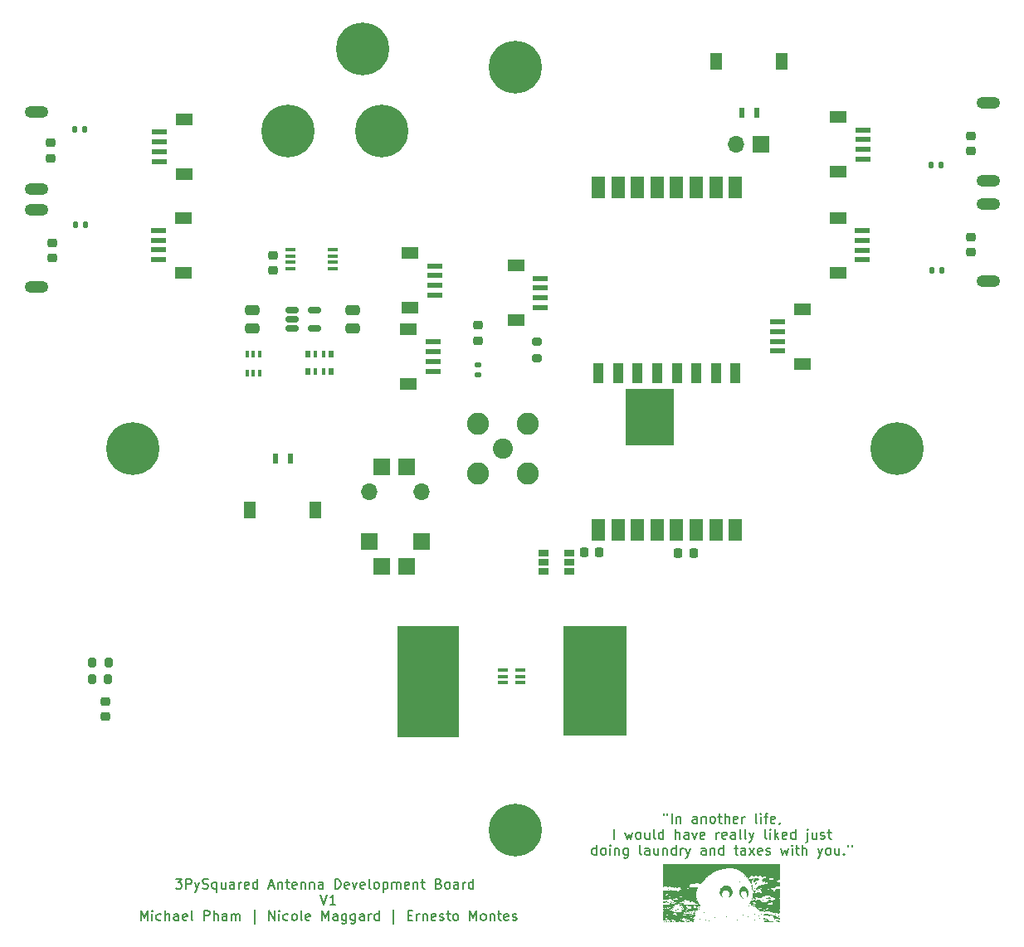
<source format=gbr>
%TF.GenerationSoftware,KiCad,Pcbnew,7.0.1*%
%TF.CreationDate,2024-01-14T19:17:53-07:00*%
%TF.ProjectId,antenna_top_cap,616e7465-6e6e-4615-9f74-6f705f636170,rev?*%
%TF.SameCoordinates,Original*%
%TF.FileFunction,Soldermask,Top*%
%TF.FilePolarity,Negative*%
%FSLAX46Y46*%
G04 Gerber Fmt 4.6, Leading zero omitted, Abs format (unit mm)*
G04 Created by KiCad (PCBNEW 7.0.1) date 2024-01-14 19:17:53*
%MOMM*%
%LPD*%
G01*
G04 APERTURE LIST*
G04 Aperture macros list*
%AMRoundRect*
0 Rectangle with rounded corners*
0 $1 Rounding radius*
0 $2 $3 $4 $5 $6 $7 $8 $9 X,Y pos of 4 corners*
0 Add a 4 corners polygon primitive as box body*
4,1,4,$2,$3,$4,$5,$6,$7,$8,$9,$2,$3,0*
0 Add four circle primitives for the rounded corners*
1,1,$1+$1,$2,$3*
1,1,$1+$1,$4,$5*
1,1,$1+$1,$6,$7*
1,1,$1+$1,$8,$9*
0 Add four rect primitives between the rounded corners*
20,1,$1+$1,$2,$3,$4,$5,0*
20,1,$1+$1,$4,$5,$6,$7,0*
20,1,$1+$1,$6,$7,$8,$9,0*
20,1,$1+$1,$8,$9,$2,$3,0*%
G04 Aperture macros list end*
%ADD10C,0.150000*%
%ADD11R,1.800000X1.200000*%
%ADD12R,1.550000X0.600000*%
%ADD13RoundRect,0.200000X-0.200000X-0.275000X0.200000X-0.275000X0.200000X0.275000X-0.200000X0.275000X0*%
%ADD14O,1.700000X1.700000*%
%ADD15R,1.700000X1.700000*%
%ADD16R,1.000000X0.350000*%
%ADD17R,1.000000X2.000000*%
%ADD18C,5.400000*%
%ADD19R,1.000000X0.700000*%
%ADD20R,0.600000X1.000000*%
%ADD21R,1.250000X1.800000*%
%ADD22RoundRect,0.218750X0.256250X-0.218750X0.256250X0.218750X-0.256250X0.218750X-0.256250X-0.218750X0*%
%ADD23RoundRect,0.250000X-0.475000X0.250000X-0.475000X-0.250000X0.475000X-0.250000X0.475000X0.250000X0*%
%ADD24RoundRect,0.135000X0.135000X0.185000X-0.135000X0.185000X-0.135000X-0.185000X0.135000X-0.185000X0*%
%ADD25RoundRect,0.250000X0.475000X-0.250000X0.475000X0.250000X-0.475000X0.250000X-0.475000X-0.250000X0*%
%ADD26RoundRect,0.218750X-0.256250X0.218750X-0.256250X-0.218750X0.256250X-0.218750X0.256250X0.218750X0*%
%ADD27RoundRect,0.225000X0.225000X0.250000X-0.225000X0.250000X-0.225000X-0.250000X0.225000X-0.250000X0*%
%ADD28RoundRect,0.135000X-0.135000X-0.185000X0.135000X-0.185000X0.135000X0.185000X-0.135000X0.185000X0*%
%ADD29R,6.390000X11.320000*%
%ADD30R,6.400000X11.300000*%
%ADD31RoundRect,0.200000X0.275000X-0.200000X0.275000X0.200000X-0.275000X0.200000X-0.275000X-0.200000X0*%
%ADD32RoundRect,0.150000X-0.512500X-0.150000X0.512500X-0.150000X0.512500X0.150000X-0.512500X0.150000X0*%
%ADD33R,1.100000X0.400000*%
%ADD34RoundRect,0.225000X-0.250000X0.225000X-0.250000X-0.225000X0.250000X-0.225000X0.250000X0.225000X0*%
%ADD35C,2.050000*%
%ADD36C,2.250000*%
%ADD37RoundRect,0.063500X-0.650000X1.000000X-0.650000X-1.000000X0.650000X-1.000000X0.650000X1.000000X0*%
%ADD38RoundRect,0.063500X-2.400000X2.849999X-2.400000X-2.849999X2.400000X-2.849999X2.400000X2.849999X0*%
%ADD39RoundRect,0.225000X0.250000X-0.225000X0.250000X0.225000X-0.250000X0.225000X-0.250000X-0.225000X0*%
%ADD40R,0.400000X0.650000*%
%ADD41R,0.500000X0.800000*%
%ADD42R,0.400000X0.800000*%
%ADD43RoundRect,0.135000X0.185000X-0.135000X0.185000X0.135000X-0.185000X0.135000X-0.185000X-0.135000X0*%
%ADD44O,2.416000X1.208000*%
G04 APERTURE END LIST*
D10*
X181027752Y-149438292D02*
X181027752Y-149628768D01*
X181408704Y-149438292D02*
X181408704Y-149628768D01*
X181837276Y-150438292D02*
X181837276Y-149438292D01*
X182313466Y-149771625D02*
X182313466Y-150438292D01*
X182313466Y-149866863D02*
X182361085Y-149819244D01*
X182361085Y-149819244D02*
X182456323Y-149771625D01*
X182456323Y-149771625D02*
X182599180Y-149771625D01*
X182599180Y-149771625D02*
X182694418Y-149819244D01*
X182694418Y-149819244D02*
X182742037Y-149914482D01*
X182742037Y-149914482D02*
X182742037Y-150438292D01*
X184408704Y-150438292D02*
X184408704Y-149914482D01*
X184408704Y-149914482D02*
X184361085Y-149819244D01*
X184361085Y-149819244D02*
X184265847Y-149771625D01*
X184265847Y-149771625D02*
X184075371Y-149771625D01*
X184075371Y-149771625D02*
X183980133Y-149819244D01*
X184408704Y-150390673D02*
X184313466Y-150438292D01*
X184313466Y-150438292D02*
X184075371Y-150438292D01*
X184075371Y-150438292D02*
X183980133Y-150390673D01*
X183980133Y-150390673D02*
X183932514Y-150295434D01*
X183932514Y-150295434D02*
X183932514Y-150200196D01*
X183932514Y-150200196D02*
X183980133Y-150104958D01*
X183980133Y-150104958D02*
X184075371Y-150057339D01*
X184075371Y-150057339D02*
X184313466Y-150057339D01*
X184313466Y-150057339D02*
X184408704Y-150009720D01*
X184884895Y-149771625D02*
X184884895Y-150438292D01*
X184884895Y-149866863D02*
X184932514Y-149819244D01*
X184932514Y-149819244D02*
X185027752Y-149771625D01*
X185027752Y-149771625D02*
X185170609Y-149771625D01*
X185170609Y-149771625D02*
X185265847Y-149819244D01*
X185265847Y-149819244D02*
X185313466Y-149914482D01*
X185313466Y-149914482D02*
X185313466Y-150438292D01*
X185932514Y-150438292D02*
X185837276Y-150390673D01*
X185837276Y-150390673D02*
X185789657Y-150343053D01*
X185789657Y-150343053D02*
X185742038Y-150247815D01*
X185742038Y-150247815D02*
X185742038Y-149962101D01*
X185742038Y-149962101D02*
X185789657Y-149866863D01*
X185789657Y-149866863D02*
X185837276Y-149819244D01*
X185837276Y-149819244D02*
X185932514Y-149771625D01*
X185932514Y-149771625D02*
X186075371Y-149771625D01*
X186075371Y-149771625D02*
X186170609Y-149819244D01*
X186170609Y-149819244D02*
X186218228Y-149866863D01*
X186218228Y-149866863D02*
X186265847Y-149962101D01*
X186265847Y-149962101D02*
X186265847Y-150247815D01*
X186265847Y-150247815D02*
X186218228Y-150343053D01*
X186218228Y-150343053D02*
X186170609Y-150390673D01*
X186170609Y-150390673D02*
X186075371Y-150438292D01*
X186075371Y-150438292D02*
X185932514Y-150438292D01*
X186551562Y-149771625D02*
X186932514Y-149771625D01*
X186694419Y-149438292D02*
X186694419Y-150295434D01*
X186694419Y-150295434D02*
X186742038Y-150390673D01*
X186742038Y-150390673D02*
X186837276Y-150438292D01*
X186837276Y-150438292D02*
X186932514Y-150438292D01*
X187265848Y-150438292D02*
X187265848Y-149438292D01*
X187694419Y-150438292D02*
X187694419Y-149914482D01*
X187694419Y-149914482D02*
X187646800Y-149819244D01*
X187646800Y-149819244D02*
X187551562Y-149771625D01*
X187551562Y-149771625D02*
X187408705Y-149771625D01*
X187408705Y-149771625D02*
X187313467Y-149819244D01*
X187313467Y-149819244D02*
X187265848Y-149866863D01*
X188551562Y-150390673D02*
X188456324Y-150438292D01*
X188456324Y-150438292D02*
X188265848Y-150438292D01*
X188265848Y-150438292D02*
X188170610Y-150390673D01*
X188170610Y-150390673D02*
X188122991Y-150295434D01*
X188122991Y-150295434D02*
X188122991Y-149914482D01*
X188122991Y-149914482D02*
X188170610Y-149819244D01*
X188170610Y-149819244D02*
X188265848Y-149771625D01*
X188265848Y-149771625D02*
X188456324Y-149771625D01*
X188456324Y-149771625D02*
X188551562Y-149819244D01*
X188551562Y-149819244D02*
X188599181Y-149914482D01*
X188599181Y-149914482D02*
X188599181Y-150009720D01*
X188599181Y-150009720D02*
X188122991Y-150104958D01*
X189027753Y-150438292D02*
X189027753Y-149771625D01*
X189027753Y-149962101D02*
X189075372Y-149866863D01*
X189075372Y-149866863D02*
X189122991Y-149819244D01*
X189122991Y-149819244D02*
X189218229Y-149771625D01*
X189218229Y-149771625D02*
X189313467Y-149771625D01*
X190551563Y-150438292D02*
X190456325Y-150390673D01*
X190456325Y-150390673D02*
X190408706Y-150295434D01*
X190408706Y-150295434D02*
X190408706Y-149438292D01*
X190932516Y-150438292D02*
X190932516Y-149771625D01*
X190932516Y-149438292D02*
X190884897Y-149485911D01*
X190884897Y-149485911D02*
X190932516Y-149533530D01*
X190932516Y-149533530D02*
X190980135Y-149485911D01*
X190980135Y-149485911D02*
X190932516Y-149438292D01*
X190932516Y-149438292D02*
X190932516Y-149533530D01*
X191265849Y-149771625D02*
X191646801Y-149771625D01*
X191408706Y-150438292D02*
X191408706Y-149581149D01*
X191408706Y-149581149D02*
X191456325Y-149485911D01*
X191456325Y-149485911D02*
X191551563Y-149438292D01*
X191551563Y-149438292D02*
X191646801Y-149438292D01*
X192361087Y-150390673D02*
X192265849Y-150438292D01*
X192265849Y-150438292D02*
X192075373Y-150438292D01*
X192075373Y-150438292D02*
X191980135Y-150390673D01*
X191980135Y-150390673D02*
X191932516Y-150295434D01*
X191932516Y-150295434D02*
X191932516Y-149914482D01*
X191932516Y-149914482D02*
X191980135Y-149819244D01*
X191980135Y-149819244D02*
X192075373Y-149771625D01*
X192075373Y-149771625D02*
X192265849Y-149771625D01*
X192265849Y-149771625D02*
X192361087Y-149819244D01*
X192361087Y-149819244D02*
X192408706Y-149914482D01*
X192408706Y-149914482D02*
X192408706Y-150009720D01*
X192408706Y-150009720D02*
X191932516Y-150104958D01*
X192884897Y-150390673D02*
X192884897Y-150438292D01*
X192884897Y-150438292D02*
X192837278Y-150533530D01*
X192837278Y-150533530D02*
X192789659Y-150581149D01*
X175932513Y-152058292D02*
X175932513Y-151058292D01*
X177075370Y-151391625D02*
X177265846Y-152058292D01*
X177265846Y-152058292D02*
X177456322Y-151582101D01*
X177456322Y-151582101D02*
X177646798Y-152058292D01*
X177646798Y-152058292D02*
X177837274Y-151391625D01*
X178361084Y-152058292D02*
X178265846Y-152010673D01*
X178265846Y-152010673D02*
X178218227Y-151963053D01*
X178218227Y-151963053D02*
X178170608Y-151867815D01*
X178170608Y-151867815D02*
X178170608Y-151582101D01*
X178170608Y-151582101D02*
X178218227Y-151486863D01*
X178218227Y-151486863D02*
X178265846Y-151439244D01*
X178265846Y-151439244D02*
X178361084Y-151391625D01*
X178361084Y-151391625D02*
X178503941Y-151391625D01*
X178503941Y-151391625D02*
X178599179Y-151439244D01*
X178599179Y-151439244D02*
X178646798Y-151486863D01*
X178646798Y-151486863D02*
X178694417Y-151582101D01*
X178694417Y-151582101D02*
X178694417Y-151867815D01*
X178694417Y-151867815D02*
X178646798Y-151963053D01*
X178646798Y-151963053D02*
X178599179Y-152010673D01*
X178599179Y-152010673D02*
X178503941Y-152058292D01*
X178503941Y-152058292D02*
X178361084Y-152058292D01*
X179551560Y-151391625D02*
X179551560Y-152058292D01*
X179122989Y-151391625D02*
X179122989Y-151915434D01*
X179122989Y-151915434D02*
X179170608Y-152010673D01*
X179170608Y-152010673D02*
X179265846Y-152058292D01*
X179265846Y-152058292D02*
X179408703Y-152058292D01*
X179408703Y-152058292D02*
X179503941Y-152010673D01*
X179503941Y-152010673D02*
X179551560Y-151963053D01*
X180170608Y-152058292D02*
X180075370Y-152010673D01*
X180075370Y-152010673D02*
X180027751Y-151915434D01*
X180027751Y-151915434D02*
X180027751Y-151058292D01*
X180980132Y-152058292D02*
X180980132Y-151058292D01*
X180980132Y-152010673D02*
X180884894Y-152058292D01*
X180884894Y-152058292D02*
X180694418Y-152058292D01*
X180694418Y-152058292D02*
X180599180Y-152010673D01*
X180599180Y-152010673D02*
X180551561Y-151963053D01*
X180551561Y-151963053D02*
X180503942Y-151867815D01*
X180503942Y-151867815D02*
X180503942Y-151582101D01*
X180503942Y-151582101D02*
X180551561Y-151486863D01*
X180551561Y-151486863D02*
X180599180Y-151439244D01*
X180599180Y-151439244D02*
X180694418Y-151391625D01*
X180694418Y-151391625D02*
X180884894Y-151391625D01*
X180884894Y-151391625D02*
X180980132Y-151439244D01*
X182218228Y-152058292D02*
X182218228Y-151058292D01*
X182646799Y-152058292D02*
X182646799Y-151534482D01*
X182646799Y-151534482D02*
X182599180Y-151439244D01*
X182599180Y-151439244D02*
X182503942Y-151391625D01*
X182503942Y-151391625D02*
X182361085Y-151391625D01*
X182361085Y-151391625D02*
X182265847Y-151439244D01*
X182265847Y-151439244D02*
X182218228Y-151486863D01*
X183551561Y-152058292D02*
X183551561Y-151534482D01*
X183551561Y-151534482D02*
X183503942Y-151439244D01*
X183503942Y-151439244D02*
X183408704Y-151391625D01*
X183408704Y-151391625D02*
X183218228Y-151391625D01*
X183218228Y-151391625D02*
X183122990Y-151439244D01*
X183551561Y-152010673D02*
X183456323Y-152058292D01*
X183456323Y-152058292D02*
X183218228Y-152058292D01*
X183218228Y-152058292D02*
X183122990Y-152010673D01*
X183122990Y-152010673D02*
X183075371Y-151915434D01*
X183075371Y-151915434D02*
X183075371Y-151820196D01*
X183075371Y-151820196D02*
X183122990Y-151724958D01*
X183122990Y-151724958D02*
X183218228Y-151677339D01*
X183218228Y-151677339D02*
X183456323Y-151677339D01*
X183456323Y-151677339D02*
X183551561Y-151629720D01*
X183932514Y-151391625D02*
X184170609Y-152058292D01*
X184170609Y-152058292D02*
X184408704Y-151391625D01*
X185170609Y-152010673D02*
X185075371Y-152058292D01*
X185075371Y-152058292D02*
X184884895Y-152058292D01*
X184884895Y-152058292D02*
X184789657Y-152010673D01*
X184789657Y-152010673D02*
X184742038Y-151915434D01*
X184742038Y-151915434D02*
X184742038Y-151534482D01*
X184742038Y-151534482D02*
X184789657Y-151439244D01*
X184789657Y-151439244D02*
X184884895Y-151391625D01*
X184884895Y-151391625D02*
X185075371Y-151391625D01*
X185075371Y-151391625D02*
X185170609Y-151439244D01*
X185170609Y-151439244D02*
X185218228Y-151534482D01*
X185218228Y-151534482D02*
X185218228Y-151629720D01*
X185218228Y-151629720D02*
X184742038Y-151724958D01*
X186408705Y-152058292D02*
X186408705Y-151391625D01*
X186408705Y-151582101D02*
X186456324Y-151486863D01*
X186456324Y-151486863D02*
X186503943Y-151439244D01*
X186503943Y-151439244D02*
X186599181Y-151391625D01*
X186599181Y-151391625D02*
X186694419Y-151391625D01*
X187408705Y-152010673D02*
X187313467Y-152058292D01*
X187313467Y-152058292D02*
X187122991Y-152058292D01*
X187122991Y-152058292D02*
X187027753Y-152010673D01*
X187027753Y-152010673D02*
X186980134Y-151915434D01*
X186980134Y-151915434D02*
X186980134Y-151534482D01*
X186980134Y-151534482D02*
X187027753Y-151439244D01*
X187027753Y-151439244D02*
X187122991Y-151391625D01*
X187122991Y-151391625D02*
X187313467Y-151391625D01*
X187313467Y-151391625D02*
X187408705Y-151439244D01*
X187408705Y-151439244D02*
X187456324Y-151534482D01*
X187456324Y-151534482D02*
X187456324Y-151629720D01*
X187456324Y-151629720D02*
X186980134Y-151724958D01*
X188313467Y-152058292D02*
X188313467Y-151534482D01*
X188313467Y-151534482D02*
X188265848Y-151439244D01*
X188265848Y-151439244D02*
X188170610Y-151391625D01*
X188170610Y-151391625D02*
X187980134Y-151391625D01*
X187980134Y-151391625D02*
X187884896Y-151439244D01*
X188313467Y-152010673D02*
X188218229Y-152058292D01*
X188218229Y-152058292D02*
X187980134Y-152058292D01*
X187980134Y-152058292D02*
X187884896Y-152010673D01*
X187884896Y-152010673D02*
X187837277Y-151915434D01*
X187837277Y-151915434D02*
X187837277Y-151820196D01*
X187837277Y-151820196D02*
X187884896Y-151724958D01*
X187884896Y-151724958D02*
X187980134Y-151677339D01*
X187980134Y-151677339D02*
X188218229Y-151677339D01*
X188218229Y-151677339D02*
X188313467Y-151629720D01*
X188932515Y-152058292D02*
X188837277Y-152010673D01*
X188837277Y-152010673D02*
X188789658Y-151915434D01*
X188789658Y-151915434D02*
X188789658Y-151058292D01*
X189456325Y-152058292D02*
X189361087Y-152010673D01*
X189361087Y-152010673D02*
X189313468Y-151915434D01*
X189313468Y-151915434D02*
X189313468Y-151058292D01*
X189742040Y-151391625D02*
X189980135Y-152058292D01*
X190218230Y-151391625D02*
X189980135Y-152058292D01*
X189980135Y-152058292D02*
X189884897Y-152296387D01*
X189884897Y-152296387D02*
X189837278Y-152344006D01*
X189837278Y-152344006D02*
X189742040Y-152391625D01*
X191503945Y-152058292D02*
X191408707Y-152010673D01*
X191408707Y-152010673D02*
X191361088Y-151915434D01*
X191361088Y-151915434D02*
X191361088Y-151058292D01*
X191884898Y-152058292D02*
X191884898Y-151391625D01*
X191884898Y-151058292D02*
X191837279Y-151105911D01*
X191837279Y-151105911D02*
X191884898Y-151153530D01*
X191884898Y-151153530D02*
X191932517Y-151105911D01*
X191932517Y-151105911D02*
X191884898Y-151058292D01*
X191884898Y-151058292D02*
X191884898Y-151153530D01*
X192361088Y-152058292D02*
X192361088Y-151058292D01*
X192456326Y-151677339D02*
X192742040Y-152058292D01*
X192742040Y-151391625D02*
X192361088Y-151772577D01*
X193551564Y-152010673D02*
X193456326Y-152058292D01*
X193456326Y-152058292D02*
X193265850Y-152058292D01*
X193265850Y-152058292D02*
X193170612Y-152010673D01*
X193170612Y-152010673D02*
X193122993Y-151915434D01*
X193122993Y-151915434D02*
X193122993Y-151534482D01*
X193122993Y-151534482D02*
X193170612Y-151439244D01*
X193170612Y-151439244D02*
X193265850Y-151391625D01*
X193265850Y-151391625D02*
X193456326Y-151391625D01*
X193456326Y-151391625D02*
X193551564Y-151439244D01*
X193551564Y-151439244D02*
X193599183Y-151534482D01*
X193599183Y-151534482D02*
X193599183Y-151629720D01*
X193599183Y-151629720D02*
X193122993Y-151724958D01*
X194456326Y-152058292D02*
X194456326Y-151058292D01*
X194456326Y-152010673D02*
X194361088Y-152058292D01*
X194361088Y-152058292D02*
X194170612Y-152058292D01*
X194170612Y-152058292D02*
X194075374Y-152010673D01*
X194075374Y-152010673D02*
X194027755Y-151963053D01*
X194027755Y-151963053D02*
X193980136Y-151867815D01*
X193980136Y-151867815D02*
X193980136Y-151582101D01*
X193980136Y-151582101D02*
X194027755Y-151486863D01*
X194027755Y-151486863D02*
X194075374Y-151439244D01*
X194075374Y-151439244D02*
X194170612Y-151391625D01*
X194170612Y-151391625D02*
X194361088Y-151391625D01*
X194361088Y-151391625D02*
X194456326Y-151439244D01*
X195694422Y-151391625D02*
X195694422Y-152248768D01*
X195694422Y-152248768D02*
X195646803Y-152344006D01*
X195646803Y-152344006D02*
X195551565Y-152391625D01*
X195551565Y-152391625D02*
X195503946Y-152391625D01*
X195694422Y-151058292D02*
X195646803Y-151105911D01*
X195646803Y-151105911D02*
X195694422Y-151153530D01*
X195694422Y-151153530D02*
X195742041Y-151105911D01*
X195742041Y-151105911D02*
X195694422Y-151058292D01*
X195694422Y-151058292D02*
X195694422Y-151153530D01*
X196599183Y-151391625D02*
X196599183Y-152058292D01*
X196170612Y-151391625D02*
X196170612Y-151915434D01*
X196170612Y-151915434D02*
X196218231Y-152010673D01*
X196218231Y-152010673D02*
X196313469Y-152058292D01*
X196313469Y-152058292D02*
X196456326Y-152058292D01*
X196456326Y-152058292D02*
X196551564Y-152010673D01*
X196551564Y-152010673D02*
X196599183Y-151963053D01*
X197027755Y-152010673D02*
X197122993Y-152058292D01*
X197122993Y-152058292D02*
X197313469Y-152058292D01*
X197313469Y-152058292D02*
X197408707Y-152010673D01*
X197408707Y-152010673D02*
X197456326Y-151915434D01*
X197456326Y-151915434D02*
X197456326Y-151867815D01*
X197456326Y-151867815D02*
X197408707Y-151772577D01*
X197408707Y-151772577D02*
X197313469Y-151724958D01*
X197313469Y-151724958D02*
X197170612Y-151724958D01*
X197170612Y-151724958D02*
X197075374Y-151677339D01*
X197075374Y-151677339D02*
X197027755Y-151582101D01*
X197027755Y-151582101D02*
X197027755Y-151534482D01*
X197027755Y-151534482D02*
X197075374Y-151439244D01*
X197075374Y-151439244D02*
X197170612Y-151391625D01*
X197170612Y-151391625D02*
X197313469Y-151391625D01*
X197313469Y-151391625D02*
X197408707Y-151439244D01*
X197742041Y-151391625D02*
X198122993Y-151391625D01*
X197884898Y-151058292D02*
X197884898Y-151915434D01*
X197884898Y-151915434D02*
X197932517Y-152010673D01*
X197932517Y-152010673D02*
X198027755Y-152058292D01*
X198027755Y-152058292D02*
X198122993Y-152058292D01*
X174170608Y-153678292D02*
X174170608Y-152678292D01*
X174170608Y-153630673D02*
X174075370Y-153678292D01*
X174075370Y-153678292D02*
X173884894Y-153678292D01*
X173884894Y-153678292D02*
X173789656Y-153630673D01*
X173789656Y-153630673D02*
X173742037Y-153583053D01*
X173742037Y-153583053D02*
X173694418Y-153487815D01*
X173694418Y-153487815D02*
X173694418Y-153202101D01*
X173694418Y-153202101D02*
X173742037Y-153106863D01*
X173742037Y-153106863D02*
X173789656Y-153059244D01*
X173789656Y-153059244D02*
X173884894Y-153011625D01*
X173884894Y-153011625D02*
X174075370Y-153011625D01*
X174075370Y-153011625D02*
X174170608Y-153059244D01*
X174789656Y-153678292D02*
X174694418Y-153630673D01*
X174694418Y-153630673D02*
X174646799Y-153583053D01*
X174646799Y-153583053D02*
X174599180Y-153487815D01*
X174599180Y-153487815D02*
X174599180Y-153202101D01*
X174599180Y-153202101D02*
X174646799Y-153106863D01*
X174646799Y-153106863D02*
X174694418Y-153059244D01*
X174694418Y-153059244D02*
X174789656Y-153011625D01*
X174789656Y-153011625D02*
X174932513Y-153011625D01*
X174932513Y-153011625D02*
X175027751Y-153059244D01*
X175027751Y-153059244D02*
X175075370Y-153106863D01*
X175075370Y-153106863D02*
X175122989Y-153202101D01*
X175122989Y-153202101D02*
X175122989Y-153487815D01*
X175122989Y-153487815D02*
X175075370Y-153583053D01*
X175075370Y-153583053D02*
X175027751Y-153630673D01*
X175027751Y-153630673D02*
X174932513Y-153678292D01*
X174932513Y-153678292D02*
X174789656Y-153678292D01*
X175551561Y-153678292D02*
X175551561Y-153011625D01*
X175551561Y-152678292D02*
X175503942Y-152725911D01*
X175503942Y-152725911D02*
X175551561Y-152773530D01*
X175551561Y-152773530D02*
X175599180Y-152725911D01*
X175599180Y-152725911D02*
X175551561Y-152678292D01*
X175551561Y-152678292D02*
X175551561Y-152773530D01*
X176027751Y-153011625D02*
X176027751Y-153678292D01*
X176027751Y-153106863D02*
X176075370Y-153059244D01*
X176075370Y-153059244D02*
X176170608Y-153011625D01*
X176170608Y-153011625D02*
X176313465Y-153011625D01*
X176313465Y-153011625D02*
X176408703Y-153059244D01*
X176408703Y-153059244D02*
X176456322Y-153154482D01*
X176456322Y-153154482D02*
X176456322Y-153678292D01*
X177361084Y-153011625D02*
X177361084Y-153821149D01*
X177361084Y-153821149D02*
X177313465Y-153916387D01*
X177313465Y-153916387D02*
X177265846Y-153964006D01*
X177265846Y-153964006D02*
X177170608Y-154011625D01*
X177170608Y-154011625D02*
X177027751Y-154011625D01*
X177027751Y-154011625D02*
X176932513Y-153964006D01*
X177361084Y-153630673D02*
X177265846Y-153678292D01*
X177265846Y-153678292D02*
X177075370Y-153678292D01*
X177075370Y-153678292D02*
X176980132Y-153630673D01*
X176980132Y-153630673D02*
X176932513Y-153583053D01*
X176932513Y-153583053D02*
X176884894Y-153487815D01*
X176884894Y-153487815D02*
X176884894Y-153202101D01*
X176884894Y-153202101D02*
X176932513Y-153106863D01*
X176932513Y-153106863D02*
X176980132Y-153059244D01*
X176980132Y-153059244D02*
X177075370Y-153011625D01*
X177075370Y-153011625D02*
X177265846Y-153011625D01*
X177265846Y-153011625D02*
X177361084Y-153059244D01*
X178742037Y-153678292D02*
X178646799Y-153630673D01*
X178646799Y-153630673D02*
X178599180Y-153535434D01*
X178599180Y-153535434D02*
X178599180Y-152678292D01*
X179551561Y-153678292D02*
X179551561Y-153154482D01*
X179551561Y-153154482D02*
X179503942Y-153059244D01*
X179503942Y-153059244D02*
X179408704Y-153011625D01*
X179408704Y-153011625D02*
X179218228Y-153011625D01*
X179218228Y-153011625D02*
X179122990Y-153059244D01*
X179551561Y-153630673D02*
X179456323Y-153678292D01*
X179456323Y-153678292D02*
X179218228Y-153678292D01*
X179218228Y-153678292D02*
X179122990Y-153630673D01*
X179122990Y-153630673D02*
X179075371Y-153535434D01*
X179075371Y-153535434D02*
X179075371Y-153440196D01*
X179075371Y-153440196D02*
X179122990Y-153344958D01*
X179122990Y-153344958D02*
X179218228Y-153297339D01*
X179218228Y-153297339D02*
X179456323Y-153297339D01*
X179456323Y-153297339D02*
X179551561Y-153249720D01*
X180456323Y-153011625D02*
X180456323Y-153678292D01*
X180027752Y-153011625D02*
X180027752Y-153535434D01*
X180027752Y-153535434D02*
X180075371Y-153630673D01*
X180075371Y-153630673D02*
X180170609Y-153678292D01*
X180170609Y-153678292D02*
X180313466Y-153678292D01*
X180313466Y-153678292D02*
X180408704Y-153630673D01*
X180408704Y-153630673D02*
X180456323Y-153583053D01*
X180932514Y-153011625D02*
X180932514Y-153678292D01*
X180932514Y-153106863D02*
X180980133Y-153059244D01*
X180980133Y-153059244D02*
X181075371Y-153011625D01*
X181075371Y-153011625D02*
X181218228Y-153011625D01*
X181218228Y-153011625D02*
X181313466Y-153059244D01*
X181313466Y-153059244D02*
X181361085Y-153154482D01*
X181361085Y-153154482D02*
X181361085Y-153678292D01*
X182265847Y-153678292D02*
X182265847Y-152678292D01*
X182265847Y-153630673D02*
X182170609Y-153678292D01*
X182170609Y-153678292D02*
X181980133Y-153678292D01*
X181980133Y-153678292D02*
X181884895Y-153630673D01*
X181884895Y-153630673D02*
X181837276Y-153583053D01*
X181837276Y-153583053D02*
X181789657Y-153487815D01*
X181789657Y-153487815D02*
X181789657Y-153202101D01*
X181789657Y-153202101D02*
X181837276Y-153106863D01*
X181837276Y-153106863D02*
X181884895Y-153059244D01*
X181884895Y-153059244D02*
X181980133Y-153011625D01*
X181980133Y-153011625D02*
X182170609Y-153011625D01*
X182170609Y-153011625D02*
X182265847Y-153059244D01*
X182742038Y-153678292D02*
X182742038Y-153011625D01*
X182742038Y-153202101D02*
X182789657Y-153106863D01*
X182789657Y-153106863D02*
X182837276Y-153059244D01*
X182837276Y-153059244D02*
X182932514Y-153011625D01*
X182932514Y-153011625D02*
X183027752Y-153011625D01*
X183265848Y-153011625D02*
X183503943Y-153678292D01*
X183742038Y-153011625D02*
X183503943Y-153678292D01*
X183503943Y-153678292D02*
X183408705Y-153916387D01*
X183408705Y-153916387D02*
X183361086Y-153964006D01*
X183361086Y-153964006D02*
X183265848Y-154011625D01*
X185313467Y-153678292D02*
X185313467Y-153154482D01*
X185313467Y-153154482D02*
X185265848Y-153059244D01*
X185265848Y-153059244D02*
X185170610Y-153011625D01*
X185170610Y-153011625D02*
X184980134Y-153011625D01*
X184980134Y-153011625D02*
X184884896Y-153059244D01*
X185313467Y-153630673D02*
X185218229Y-153678292D01*
X185218229Y-153678292D02*
X184980134Y-153678292D01*
X184980134Y-153678292D02*
X184884896Y-153630673D01*
X184884896Y-153630673D02*
X184837277Y-153535434D01*
X184837277Y-153535434D02*
X184837277Y-153440196D01*
X184837277Y-153440196D02*
X184884896Y-153344958D01*
X184884896Y-153344958D02*
X184980134Y-153297339D01*
X184980134Y-153297339D02*
X185218229Y-153297339D01*
X185218229Y-153297339D02*
X185313467Y-153249720D01*
X185789658Y-153011625D02*
X185789658Y-153678292D01*
X185789658Y-153106863D02*
X185837277Y-153059244D01*
X185837277Y-153059244D02*
X185932515Y-153011625D01*
X185932515Y-153011625D02*
X186075372Y-153011625D01*
X186075372Y-153011625D02*
X186170610Y-153059244D01*
X186170610Y-153059244D02*
X186218229Y-153154482D01*
X186218229Y-153154482D02*
X186218229Y-153678292D01*
X187122991Y-153678292D02*
X187122991Y-152678292D01*
X187122991Y-153630673D02*
X187027753Y-153678292D01*
X187027753Y-153678292D02*
X186837277Y-153678292D01*
X186837277Y-153678292D02*
X186742039Y-153630673D01*
X186742039Y-153630673D02*
X186694420Y-153583053D01*
X186694420Y-153583053D02*
X186646801Y-153487815D01*
X186646801Y-153487815D02*
X186646801Y-153202101D01*
X186646801Y-153202101D02*
X186694420Y-153106863D01*
X186694420Y-153106863D02*
X186742039Y-153059244D01*
X186742039Y-153059244D02*
X186837277Y-153011625D01*
X186837277Y-153011625D02*
X187027753Y-153011625D01*
X187027753Y-153011625D02*
X187122991Y-153059244D01*
X188218230Y-153011625D02*
X188599182Y-153011625D01*
X188361087Y-152678292D02*
X188361087Y-153535434D01*
X188361087Y-153535434D02*
X188408706Y-153630673D01*
X188408706Y-153630673D02*
X188503944Y-153678292D01*
X188503944Y-153678292D02*
X188599182Y-153678292D01*
X189361087Y-153678292D02*
X189361087Y-153154482D01*
X189361087Y-153154482D02*
X189313468Y-153059244D01*
X189313468Y-153059244D02*
X189218230Y-153011625D01*
X189218230Y-153011625D02*
X189027754Y-153011625D01*
X189027754Y-153011625D02*
X188932516Y-153059244D01*
X189361087Y-153630673D02*
X189265849Y-153678292D01*
X189265849Y-153678292D02*
X189027754Y-153678292D01*
X189027754Y-153678292D02*
X188932516Y-153630673D01*
X188932516Y-153630673D02*
X188884897Y-153535434D01*
X188884897Y-153535434D02*
X188884897Y-153440196D01*
X188884897Y-153440196D02*
X188932516Y-153344958D01*
X188932516Y-153344958D02*
X189027754Y-153297339D01*
X189027754Y-153297339D02*
X189265849Y-153297339D01*
X189265849Y-153297339D02*
X189361087Y-153249720D01*
X189742040Y-153678292D02*
X190265849Y-153011625D01*
X189742040Y-153011625D02*
X190265849Y-153678292D01*
X191027754Y-153630673D02*
X190932516Y-153678292D01*
X190932516Y-153678292D02*
X190742040Y-153678292D01*
X190742040Y-153678292D02*
X190646802Y-153630673D01*
X190646802Y-153630673D02*
X190599183Y-153535434D01*
X190599183Y-153535434D02*
X190599183Y-153154482D01*
X190599183Y-153154482D02*
X190646802Y-153059244D01*
X190646802Y-153059244D02*
X190742040Y-153011625D01*
X190742040Y-153011625D02*
X190932516Y-153011625D01*
X190932516Y-153011625D02*
X191027754Y-153059244D01*
X191027754Y-153059244D02*
X191075373Y-153154482D01*
X191075373Y-153154482D02*
X191075373Y-153249720D01*
X191075373Y-153249720D02*
X190599183Y-153344958D01*
X191456326Y-153630673D02*
X191551564Y-153678292D01*
X191551564Y-153678292D02*
X191742040Y-153678292D01*
X191742040Y-153678292D02*
X191837278Y-153630673D01*
X191837278Y-153630673D02*
X191884897Y-153535434D01*
X191884897Y-153535434D02*
X191884897Y-153487815D01*
X191884897Y-153487815D02*
X191837278Y-153392577D01*
X191837278Y-153392577D02*
X191742040Y-153344958D01*
X191742040Y-153344958D02*
X191599183Y-153344958D01*
X191599183Y-153344958D02*
X191503945Y-153297339D01*
X191503945Y-153297339D02*
X191456326Y-153202101D01*
X191456326Y-153202101D02*
X191456326Y-153154482D01*
X191456326Y-153154482D02*
X191503945Y-153059244D01*
X191503945Y-153059244D02*
X191599183Y-153011625D01*
X191599183Y-153011625D02*
X191742040Y-153011625D01*
X191742040Y-153011625D02*
X191837278Y-153059244D01*
X192980136Y-153011625D02*
X193170612Y-153678292D01*
X193170612Y-153678292D02*
X193361088Y-153202101D01*
X193361088Y-153202101D02*
X193551564Y-153678292D01*
X193551564Y-153678292D02*
X193742040Y-153011625D01*
X194122993Y-153678292D02*
X194122993Y-153011625D01*
X194122993Y-152678292D02*
X194075374Y-152725911D01*
X194075374Y-152725911D02*
X194122993Y-152773530D01*
X194122993Y-152773530D02*
X194170612Y-152725911D01*
X194170612Y-152725911D02*
X194122993Y-152678292D01*
X194122993Y-152678292D02*
X194122993Y-152773530D01*
X194456326Y-153011625D02*
X194837278Y-153011625D01*
X194599183Y-152678292D02*
X194599183Y-153535434D01*
X194599183Y-153535434D02*
X194646802Y-153630673D01*
X194646802Y-153630673D02*
X194742040Y-153678292D01*
X194742040Y-153678292D02*
X194837278Y-153678292D01*
X195170612Y-153678292D02*
X195170612Y-152678292D01*
X195599183Y-153678292D02*
X195599183Y-153154482D01*
X195599183Y-153154482D02*
X195551564Y-153059244D01*
X195551564Y-153059244D02*
X195456326Y-153011625D01*
X195456326Y-153011625D02*
X195313469Y-153011625D01*
X195313469Y-153011625D02*
X195218231Y-153059244D01*
X195218231Y-153059244D02*
X195170612Y-153106863D01*
X196742041Y-153011625D02*
X196980136Y-153678292D01*
X197218231Y-153011625D02*
X196980136Y-153678292D01*
X196980136Y-153678292D02*
X196884898Y-153916387D01*
X196884898Y-153916387D02*
X196837279Y-153964006D01*
X196837279Y-153964006D02*
X196742041Y-154011625D01*
X197742041Y-153678292D02*
X197646803Y-153630673D01*
X197646803Y-153630673D02*
X197599184Y-153583053D01*
X197599184Y-153583053D02*
X197551565Y-153487815D01*
X197551565Y-153487815D02*
X197551565Y-153202101D01*
X197551565Y-153202101D02*
X197599184Y-153106863D01*
X197599184Y-153106863D02*
X197646803Y-153059244D01*
X197646803Y-153059244D02*
X197742041Y-153011625D01*
X197742041Y-153011625D02*
X197884898Y-153011625D01*
X197884898Y-153011625D02*
X197980136Y-153059244D01*
X197980136Y-153059244D02*
X198027755Y-153106863D01*
X198027755Y-153106863D02*
X198075374Y-153202101D01*
X198075374Y-153202101D02*
X198075374Y-153487815D01*
X198075374Y-153487815D02*
X198027755Y-153583053D01*
X198027755Y-153583053D02*
X197980136Y-153630673D01*
X197980136Y-153630673D02*
X197884898Y-153678292D01*
X197884898Y-153678292D02*
X197742041Y-153678292D01*
X198932517Y-153011625D02*
X198932517Y-153678292D01*
X198503946Y-153011625D02*
X198503946Y-153535434D01*
X198503946Y-153535434D02*
X198551565Y-153630673D01*
X198551565Y-153630673D02*
X198646803Y-153678292D01*
X198646803Y-153678292D02*
X198789660Y-153678292D01*
X198789660Y-153678292D02*
X198884898Y-153630673D01*
X198884898Y-153630673D02*
X198932517Y-153583053D01*
X199408708Y-153583053D02*
X199456327Y-153630673D01*
X199456327Y-153630673D02*
X199408708Y-153678292D01*
X199408708Y-153678292D02*
X199361089Y-153630673D01*
X199361089Y-153630673D02*
X199408708Y-153583053D01*
X199408708Y-153583053D02*
X199408708Y-153678292D01*
X199837279Y-152678292D02*
X199837279Y-152868768D01*
X200218231Y-152678292D02*
X200218231Y-152868768D01*
X131206750Y-156142019D02*
X131825797Y-156142019D01*
X131825797Y-156142019D02*
X131492464Y-156522971D01*
X131492464Y-156522971D02*
X131635321Y-156522971D01*
X131635321Y-156522971D02*
X131730559Y-156570590D01*
X131730559Y-156570590D02*
X131778178Y-156618209D01*
X131778178Y-156618209D02*
X131825797Y-156713447D01*
X131825797Y-156713447D02*
X131825797Y-156951542D01*
X131825797Y-156951542D02*
X131778178Y-157046780D01*
X131778178Y-157046780D02*
X131730559Y-157094400D01*
X131730559Y-157094400D02*
X131635321Y-157142019D01*
X131635321Y-157142019D02*
X131349607Y-157142019D01*
X131349607Y-157142019D02*
X131254369Y-157094400D01*
X131254369Y-157094400D02*
X131206750Y-157046780D01*
X132254369Y-157142019D02*
X132254369Y-156142019D01*
X132254369Y-156142019D02*
X132635321Y-156142019D01*
X132635321Y-156142019D02*
X132730559Y-156189638D01*
X132730559Y-156189638D02*
X132778178Y-156237257D01*
X132778178Y-156237257D02*
X132825797Y-156332495D01*
X132825797Y-156332495D02*
X132825797Y-156475352D01*
X132825797Y-156475352D02*
X132778178Y-156570590D01*
X132778178Y-156570590D02*
X132730559Y-156618209D01*
X132730559Y-156618209D02*
X132635321Y-156665828D01*
X132635321Y-156665828D02*
X132254369Y-156665828D01*
X133159131Y-156475352D02*
X133397226Y-157142019D01*
X133635321Y-156475352D02*
X133397226Y-157142019D01*
X133397226Y-157142019D02*
X133301988Y-157380114D01*
X133301988Y-157380114D02*
X133254369Y-157427733D01*
X133254369Y-157427733D02*
X133159131Y-157475352D01*
X133968655Y-157094400D02*
X134111512Y-157142019D01*
X134111512Y-157142019D02*
X134349607Y-157142019D01*
X134349607Y-157142019D02*
X134444845Y-157094400D01*
X134444845Y-157094400D02*
X134492464Y-157046780D01*
X134492464Y-157046780D02*
X134540083Y-156951542D01*
X134540083Y-156951542D02*
X134540083Y-156856304D01*
X134540083Y-156856304D02*
X134492464Y-156761066D01*
X134492464Y-156761066D02*
X134444845Y-156713447D01*
X134444845Y-156713447D02*
X134349607Y-156665828D01*
X134349607Y-156665828D02*
X134159131Y-156618209D01*
X134159131Y-156618209D02*
X134063893Y-156570590D01*
X134063893Y-156570590D02*
X134016274Y-156522971D01*
X134016274Y-156522971D02*
X133968655Y-156427733D01*
X133968655Y-156427733D02*
X133968655Y-156332495D01*
X133968655Y-156332495D02*
X134016274Y-156237257D01*
X134016274Y-156237257D02*
X134063893Y-156189638D01*
X134063893Y-156189638D02*
X134159131Y-156142019D01*
X134159131Y-156142019D02*
X134397226Y-156142019D01*
X134397226Y-156142019D02*
X134540083Y-156189638D01*
X135397226Y-156475352D02*
X135397226Y-157475352D01*
X135397226Y-157094400D02*
X135301988Y-157142019D01*
X135301988Y-157142019D02*
X135111512Y-157142019D01*
X135111512Y-157142019D02*
X135016274Y-157094400D01*
X135016274Y-157094400D02*
X134968655Y-157046780D01*
X134968655Y-157046780D02*
X134921036Y-156951542D01*
X134921036Y-156951542D02*
X134921036Y-156665828D01*
X134921036Y-156665828D02*
X134968655Y-156570590D01*
X134968655Y-156570590D02*
X135016274Y-156522971D01*
X135016274Y-156522971D02*
X135111512Y-156475352D01*
X135111512Y-156475352D02*
X135301988Y-156475352D01*
X135301988Y-156475352D02*
X135397226Y-156522971D01*
X136301988Y-156475352D02*
X136301988Y-157142019D01*
X135873417Y-156475352D02*
X135873417Y-156999161D01*
X135873417Y-156999161D02*
X135921036Y-157094400D01*
X135921036Y-157094400D02*
X136016274Y-157142019D01*
X136016274Y-157142019D02*
X136159131Y-157142019D01*
X136159131Y-157142019D02*
X136254369Y-157094400D01*
X136254369Y-157094400D02*
X136301988Y-157046780D01*
X137206750Y-157142019D02*
X137206750Y-156618209D01*
X137206750Y-156618209D02*
X137159131Y-156522971D01*
X137159131Y-156522971D02*
X137063893Y-156475352D01*
X137063893Y-156475352D02*
X136873417Y-156475352D01*
X136873417Y-156475352D02*
X136778179Y-156522971D01*
X137206750Y-157094400D02*
X137111512Y-157142019D01*
X137111512Y-157142019D02*
X136873417Y-157142019D01*
X136873417Y-157142019D02*
X136778179Y-157094400D01*
X136778179Y-157094400D02*
X136730560Y-156999161D01*
X136730560Y-156999161D02*
X136730560Y-156903923D01*
X136730560Y-156903923D02*
X136778179Y-156808685D01*
X136778179Y-156808685D02*
X136873417Y-156761066D01*
X136873417Y-156761066D02*
X137111512Y-156761066D01*
X137111512Y-156761066D02*
X137206750Y-156713447D01*
X137682941Y-157142019D02*
X137682941Y-156475352D01*
X137682941Y-156665828D02*
X137730560Y-156570590D01*
X137730560Y-156570590D02*
X137778179Y-156522971D01*
X137778179Y-156522971D02*
X137873417Y-156475352D01*
X137873417Y-156475352D02*
X137968655Y-156475352D01*
X138682941Y-157094400D02*
X138587703Y-157142019D01*
X138587703Y-157142019D02*
X138397227Y-157142019D01*
X138397227Y-157142019D02*
X138301989Y-157094400D01*
X138301989Y-157094400D02*
X138254370Y-156999161D01*
X138254370Y-156999161D02*
X138254370Y-156618209D01*
X138254370Y-156618209D02*
X138301989Y-156522971D01*
X138301989Y-156522971D02*
X138397227Y-156475352D01*
X138397227Y-156475352D02*
X138587703Y-156475352D01*
X138587703Y-156475352D02*
X138682941Y-156522971D01*
X138682941Y-156522971D02*
X138730560Y-156618209D01*
X138730560Y-156618209D02*
X138730560Y-156713447D01*
X138730560Y-156713447D02*
X138254370Y-156808685D01*
X139587703Y-157142019D02*
X139587703Y-156142019D01*
X139587703Y-157094400D02*
X139492465Y-157142019D01*
X139492465Y-157142019D02*
X139301989Y-157142019D01*
X139301989Y-157142019D02*
X139206751Y-157094400D01*
X139206751Y-157094400D02*
X139159132Y-157046780D01*
X139159132Y-157046780D02*
X139111513Y-156951542D01*
X139111513Y-156951542D02*
X139111513Y-156665828D01*
X139111513Y-156665828D02*
X139159132Y-156570590D01*
X139159132Y-156570590D02*
X139206751Y-156522971D01*
X139206751Y-156522971D02*
X139301989Y-156475352D01*
X139301989Y-156475352D02*
X139492465Y-156475352D01*
X139492465Y-156475352D02*
X139587703Y-156522971D01*
X140778180Y-156856304D02*
X141254370Y-156856304D01*
X140682942Y-157142019D02*
X141016275Y-156142019D01*
X141016275Y-156142019D02*
X141349608Y-157142019D01*
X141682942Y-156475352D02*
X141682942Y-157142019D01*
X141682942Y-156570590D02*
X141730561Y-156522971D01*
X141730561Y-156522971D02*
X141825799Y-156475352D01*
X141825799Y-156475352D02*
X141968656Y-156475352D01*
X141968656Y-156475352D02*
X142063894Y-156522971D01*
X142063894Y-156522971D02*
X142111513Y-156618209D01*
X142111513Y-156618209D02*
X142111513Y-157142019D01*
X142444847Y-156475352D02*
X142825799Y-156475352D01*
X142587704Y-156142019D02*
X142587704Y-156999161D01*
X142587704Y-156999161D02*
X142635323Y-157094400D01*
X142635323Y-157094400D02*
X142730561Y-157142019D01*
X142730561Y-157142019D02*
X142825799Y-157142019D01*
X143540085Y-157094400D02*
X143444847Y-157142019D01*
X143444847Y-157142019D02*
X143254371Y-157142019D01*
X143254371Y-157142019D02*
X143159133Y-157094400D01*
X143159133Y-157094400D02*
X143111514Y-156999161D01*
X143111514Y-156999161D02*
X143111514Y-156618209D01*
X143111514Y-156618209D02*
X143159133Y-156522971D01*
X143159133Y-156522971D02*
X143254371Y-156475352D01*
X143254371Y-156475352D02*
X143444847Y-156475352D01*
X143444847Y-156475352D02*
X143540085Y-156522971D01*
X143540085Y-156522971D02*
X143587704Y-156618209D01*
X143587704Y-156618209D02*
X143587704Y-156713447D01*
X143587704Y-156713447D02*
X143111514Y-156808685D01*
X144016276Y-156475352D02*
X144016276Y-157142019D01*
X144016276Y-156570590D02*
X144063895Y-156522971D01*
X144063895Y-156522971D02*
X144159133Y-156475352D01*
X144159133Y-156475352D02*
X144301990Y-156475352D01*
X144301990Y-156475352D02*
X144397228Y-156522971D01*
X144397228Y-156522971D02*
X144444847Y-156618209D01*
X144444847Y-156618209D02*
X144444847Y-157142019D01*
X144921038Y-156475352D02*
X144921038Y-157142019D01*
X144921038Y-156570590D02*
X144968657Y-156522971D01*
X144968657Y-156522971D02*
X145063895Y-156475352D01*
X145063895Y-156475352D02*
X145206752Y-156475352D01*
X145206752Y-156475352D02*
X145301990Y-156522971D01*
X145301990Y-156522971D02*
X145349609Y-156618209D01*
X145349609Y-156618209D02*
X145349609Y-157142019D01*
X146254371Y-157142019D02*
X146254371Y-156618209D01*
X146254371Y-156618209D02*
X146206752Y-156522971D01*
X146206752Y-156522971D02*
X146111514Y-156475352D01*
X146111514Y-156475352D02*
X145921038Y-156475352D01*
X145921038Y-156475352D02*
X145825800Y-156522971D01*
X146254371Y-157094400D02*
X146159133Y-157142019D01*
X146159133Y-157142019D02*
X145921038Y-157142019D01*
X145921038Y-157142019D02*
X145825800Y-157094400D01*
X145825800Y-157094400D02*
X145778181Y-156999161D01*
X145778181Y-156999161D02*
X145778181Y-156903923D01*
X145778181Y-156903923D02*
X145825800Y-156808685D01*
X145825800Y-156808685D02*
X145921038Y-156761066D01*
X145921038Y-156761066D02*
X146159133Y-156761066D01*
X146159133Y-156761066D02*
X146254371Y-156713447D01*
X147492467Y-157142019D02*
X147492467Y-156142019D01*
X147492467Y-156142019D02*
X147730562Y-156142019D01*
X147730562Y-156142019D02*
X147873419Y-156189638D01*
X147873419Y-156189638D02*
X147968657Y-156284876D01*
X147968657Y-156284876D02*
X148016276Y-156380114D01*
X148016276Y-156380114D02*
X148063895Y-156570590D01*
X148063895Y-156570590D02*
X148063895Y-156713447D01*
X148063895Y-156713447D02*
X148016276Y-156903923D01*
X148016276Y-156903923D02*
X147968657Y-156999161D01*
X147968657Y-156999161D02*
X147873419Y-157094400D01*
X147873419Y-157094400D02*
X147730562Y-157142019D01*
X147730562Y-157142019D02*
X147492467Y-157142019D01*
X148873419Y-157094400D02*
X148778181Y-157142019D01*
X148778181Y-157142019D02*
X148587705Y-157142019D01*
X148587705Y-157142019D02*
X148492467Y-157094400D01*
X148492467Y-157094400D02*
X148444848Y-156999161D01*
X148444848Y-156999161D02*
X148444848Y-156618209D01*
X148444848Y-156618209D02*
X148492467Y-156522971D01*
X148492467Y-156522971D02*
X148587705Y-156475352D01*
X148587705Y-156475352D02*
X148778181Y-156475352D01*
X148778181Y-156475352D02*
X148873419Y-156522971D01*
X148873419Y-156522971D02*
X148921038Y-156618209D01*
X148921038Y-156618209D02*
X148921038Y-156713447D01*
X148921038Y-156713447D02*
X148444848Y-156808685D01*
X149254372Y-156475352D02*
X149492467Y-157142019D01*
X149492467Y-157142019D02*
X149730562Y-156475352D01*
X150492467Y-157094400D02*
X150397229Y-157142019D01*
X150397229Y-157142019D02*
X150206753Y-157142019D01*
X150206753Y-157142019D02*
X150111515Y-157094400D01*
X150111515Y-157094400D02*
X150063896Y-156999161D01*
X150063896Y-156999161D02*
X150063896Y-156618209D01*
X150063896Y-156618209D02*
X150111515Y-156522971D01*
X150111515Y-156522971D02*
X150206753Y-156475352D01*
X150206753Y-156475352D02*
X150397229Y-156475352D01*
X150397229Y-156475352D02*
X150492467Y-156522971D01*
X150492467Y-156522971D02*
X150540086Y-156618209D01*
X150540086Y-156618209D02*
X150540086Y-156713447D01*
X150540086Y-156713447D02*
X150063896Y-156808685D01*
X151111515Y-157142019D02*
X151016277Y-157094400D01*
X151016277Y-157094400D02*
X150968658Y-156999161D01*
X150968658Y-156999161D02*
X150968658Y-156142019D01*
X151635325Y-157142019D02*
X151540087Y-157094400D01*
X151540087Y-157094400D02*
X151492468Y-157046780D01*
X151492468Y-157046780D02*
X151444849Y-156951542D01*
X151444849Y-156951542D02*
X151444849Y-156665828D01*
X151444849Y-156665828D02*
X151492468Y-156570590D01*
X151492468Y-156570590D02*
X151540087Y-156522971D01*
X151540087Y-156522971D02*
X151635325Y-156475352D01*
X151635325Y-156475352D02*
X151778182Y-156475352D01*
X151778182Y-156475352D02*
X151873420Y-156522971D01*
X151873420Y-156522971D02*
X151921039Y-156570590D01*
X151921039Y-156570590D02*
X151968658Y-156665828D01*
X151968658Y-156665828D02*
X151968658Y-156951542D01*
X151968658Y-156951542D02*
X151921039Y-157046780D01*
X151921039Y-157046780D02*
X151873420Y-157094400D01*
X151873420Y-157094400D02*
X151778182Y-157142019D01*
X151778182Y-157142019D02*
X151635325Y-157142019D01*
X152397230Y-156475352D02*
X152397230Y-157475352D01*
X152397230Y-156522971D02*
X152492468Y-156475352D01*
X152492468Y-156475352D02*
X152682944Y-156475352D01*
X152682944Y-156475352D02*
X152778182Y-156522971D01*
X152778182Y-156522971D02*
X152825801Y-156570590D01*
X152825801Y-156570590D02*
X152873420Y-156665828D01*
X152873420Y-156665828D02*
X152873420Y-156951542D01*
X152873420Y-156951542D02*
X152825801Y-157046780D01*
X152825801Y-157046780D02*
X152778182Y-157094400D01*
X152778182Y-157094400D02*
X152682944Y-157142019D01*
X152682944Y-157142019D02*
X152492468Y-157142019D01*
X152492468Y-157142019D02*
X152397230Y-157094400D01*
X153301992Y-157142019D02*
X153301992Y-156475352D01*
X153301992Y-156570590D02*
X153349611Y-156522971D01*
X153349611Y-156522971D02*
X153444849Y-156475352D01*
X153444849Y-156475352D02*
X153587706Y-156475352D01*
X153587706Y-156475352D02*
X153682944Y-156522971D01*
X153682944Y-156522971D02*
X153730563Y-156618209D01*
X153730563Y-156618209D02*
X153730563Y-157142019D01*
X153730563Y-156618209D02*
X153778182Y-156522971D01*
X153778182Y-156522971D02*
X153873420Y-156475352D01*
X153873420Y-156475352D02*
X154016277Y-156475352D01*
X154016277Y-156475352D02*
X154111516Y-156522971D01*
X154111516Y-156522971D02*
X154159135Y-156618209D01*
X154159135Y-156618209D02*
X154159135Y-157142019D01*
X155016277Y-157094400D02*
X154921039Y-157142019D01*
X154921039Y-157142019D02*
X154730563Y-157142019D01*
X154730563Y-157142019D02*
X154635325Y-157094400D01*
X154635325Y-157094400D02*
X154587706Y-156999161D01*
X154587706Y-156999161D02*
X154587706Y-156618209D01*
X154587706Y-156618209D02*
X154635325Y-156522971D01*
X154635325Y-156522971D02*
X154730563Y-156475352D01*
X154730563Y-156475352D02*
X154921039Y-156475352D01*
X154921039Y-156475352D02*
X155016277Y-156522971D01*
X155016277Y-156522971D02*
X155063896Y-156618209D01*
X155063896Y-156618209D02*
X155063896Y-156713447D01*
X155063896Y-156713447D02*
X154587706Y-156808685D01*
X155492468Y-156475352D02*
X155492468Y-157142019D01*
X155492468Y-156570590D02*
X155540087Y-156522971D01*
X155540087Y-156522971D02*
X155635325Y-156475352D01*
X155635325Y-156475352D02*
X155778182Y-156475352D01*
X155778182Y-156475352D02*
X155873420Y-156522971D01*
X155873420Y-156522971D02*
X155921039Y-156618209D01*
X155921039Y-156618209D02*
X155921039Y-157142019D01*
X156254373Y-156475352D02*
X156635325Y-156475352D01*
X156397230Y-156142019D02*
X156397230Y-156999161D01*
X156397230Y-156999161D02*
X156444849Y-157094400D01*
X156444849Y-157094400D02*
X156540087Y-157142019D01*
X156540087Y-157142019D02*
X156635325Y-157142019D01*
X158063897Y-156618209D02*
X158206754Y-156665828D01*
X158206754Y-156665828D02*
X158254373Y-156713447D01*
X158254373Y-156713447D02*
X158301992Y-156808685D01*
X158301992Y-156808685D02*
X158301992Y-156951542D01*
X158301992Y-156951542D02*
X158254373Y-157046780D01*
X158254373Y-157046780D02*
X158206754Y-157094400D01*
X158206754Y-157094400D02*
X158111516Y-157142019D01*
X158111516Y-157142019D02*
X157730564Y-157142019D01*
X157730564Y-157142019D02*
X157730564Y-156142019D01*
X157730564Y-156142019D02*
X158063897Y-156142019D01*
X158063897Y-156142019D02*
X158159135Y-156189638D01*
X158159135Y-156189638D02*
X158206754Y-156237257D01*
X158206754Y-156237257D02*
X158254373Y-156332495D01*
X158254373Y-156332495D02*
X158254373Y-156427733D01*
X158254373Y-156427733D02*
X158206754Y-156522971D01*
X158206754Y-156522971D02*
X158159135Y-156570590D01*
X158159135Y-156570590D02*
X158063897Y-156618209D01*
X158063897Y-156618209D02*
X157730564Y-156618209D01*
X158873421Y-157142019D02*
X158778183Y-157094400D01*
X158778183Y-157094400D02*
X158730564Y-157046780D01*
X158730564Y-157046780D02*
X158682945Y-156951542D01*
X158682945Y-156951542D02*
X158682945Y-156665828D01*
X158682945Y-156665828D02*
X158730564Y-156570590D01*
X158730564Y-156570590D02*
X158778183Y-156522971D01*
X158778183Y-156522971D02*
X158873421Y-156475352D01*
X158873421Y-156475352D02*
X159016278Y-156475352D01*
X159016278Y-156475352D02*
X159111516Y-156522971D01*
X159111516Y-156522971D02*
X159159135Y-156570590D01*
X159159135Y-156570590D02*
X159206754Y-156665828D01*
X159206754Y-156665828D02*
X159206754Y-156951542D01*
X159206754Y-156951542D02*
X159159135Y-157046780D01*
X159159135Y-157046780D02*
X159111516Y-157094400D01*
X159111516Y-157094400D02*
X159016278Y-157142019D01*
X159016278Y-157142019D02*
X158873421Y-157142019D01*
X160063897Y-157142019D02*
X160063897Y-156618209D01*
X160063897Y-156618209D02*
X160016278Y-156522971D01*
X160016278Y-156522971D02*
X159921040Y-156475352D01*
X159921040Y-156475352D02*
X159730564Y-156475352D01*
X159730564Y-156475352D02*
X159635326Y-156522971D01*
X160063897Y-157094400D02*
X159968659Y-157142019D01*
X159968659Y-157142019D02*
X159730564Y-157142019D01*
X159730564Y-157142019D02*
X159635326Y-157094400D01*
X159635326Y-157094400D02*
X159587707Y-156999161D01*
X159587707Y-156999161D02*
X159587707Y-156903923D01*
X159587707Y-156903923D02*
X159635326Y-156808685D01*
X159635326Y-156808685D02*
X159730564Y-156761066D01*
X159730564Y-156761066D02*
X159968659Y-156761066D01*
X159968659Y-156761066D02*
X160063897Y-156713447D01*
X160540088Y-157142019D02*
X160540088Y-156475352D01*
X160540088Y-156665828D02*
X160587707Y-156570590D01*
X160587707Y-156570590D02*
X160635326Y-156522971D01*
X160635326Y-156522971D02*
X160730564Y-156475352D01*
X160730564Y-156475352D02*
X160825802Y-156475352D01*
X161587707Y-157142019D02*
X161587707Y-156142019D01*
X161587707Y-157094400D02*
X161492469Y-157142019D01*
X161492469Y-157142019D02*
X161301993Y-157142019D01*
X161301993Y-157142019D02*
X161206755Y-157094400D01*
X161206755Y-157094400D02*
X161159136Y-157046780D01*
X161159136Y-157046780D02*
X161111517Y-156951542D01*
X161111517Y-156951542D02*
X161111517Y-156665828D01*
X161111517Y-156665828D02*
X161159136Y-156570590D01*
X161159136Y-156570590D02*
X161206755Y-156522971D01*
X161206755Y-156522971D02*
X161301993Y-156475352D01*
X161301993Y-156475352D02*
X161492469Y-156475352D01*
X161492469Y-156475352D02*
X161587707Y-156522971D01*
X146016276Y-157762019D02*
X146349609Y-158762019D01*
X146349609Y-158762019D02*
X146682942Y-157762019D01*
X147540085Y-158762019D02*
X146968657Y-158762019D01*
X147254371Y-158762019D02*
X147254371Y-157762019D01*
X147254371Y-157762019D02*
X147159133Y-157904876D01*
X147159133Y-157904876D02*
X147063895Y-158000114D01*
X147063895Y-158000114D02*
X146968657Y-158047733D01*
X127682940Y-160382019D02*
X127682940Y-159382019D01*
X127682940Y-159382019D02*
X128016273Y-160096304D01*
X128016273Y-160096304D02*
X128349606Y-159382019D01*
X128349606Y-159382019D02*
X128349606Y-160382019D01*
X128825797Y-160382019D02*
X128825797Y-159715352D01*
X128825797Y-159382019D02*
X128778178Y-159429638D01*
X128778178Y-159429638D02*
X128825797Y-159477257D01*
X128825797Y-159477257D02*
X128873416Y-159429638D01*
X128873416Y-159429638D02*
X128825797Y-159382019D01*
X128825797Y-159382019D02*
X128825797Y-159477257D01*
X129730558Y-160334400D02*
X129635320Y-160382019D01*
X129635320Y-160382019D02*
X129444844Y-160382019D01*
X129444844Y-160382019D02*
X129349606Y-160334400D01*
X129349606Y-160334400D02*
X129301987Y-160286780D01*
X129301987Y-160286780D02*
X129254368Y-160191542D01*
X129254368Y-160191542D02*
X129254368Y-159905828D01*
X129254368Y-159905828D02*
X129301987Y-159810590D01*
X129301987Y-159810590D02*
X129349606Y-159762971D01*
X129349606Y-159762971D02*
X129444844Y-159715352D01*
X129444844Y-159715352D02*
X129635320Y-159715352D01*
X129635320Y-159715352D02*
X129730558Y-159762971D01*
X130159130Y-160382019D02*
X130159130Y-159382019D01*
X130587701Y-160382019D02*
X130587701Y-159858209D01*
X130587701Y-159858209D02*
X130540082Y-159762971D01*
X130540082Y-159762971D02*
X130444844Y-159715352D01*
X130444844Y-159715352D02*
X130301987Y-159715352D01*
X130301987Y-159715352D02*
X130206749Y-159762971D01*
X130206749Y-159762971D02*
X130159130Y-159810590D01*
X131492463Y-160382019D02*
X131492463Y-159858209D01*
X131492463Y-159858209D02*
X131444844Y-159762971D01*
X131444844Y-159762971D02*
X131349606Y-159715352D01*
X131349606Y-159715352D02*
X131159130Y-159715352D01*
X131159130Y-159715352D02*
X131063892Y-159762971D01*
X131492463Y-160334400D02*
X131397225Y-160382019D01*
X131397225Y-160382019D02*
X131159130Y-160382019D01*
X131159130Y-160382019D02*
X131063892Y-160334400D01*
X131063892Y-160334400D02*
X131016273Y-160239161D01*
X131016273Y-160239161D02*
X131016273Y-160143923D01*
X131016273Y-160143923D02*
X131063892Y-160048685D01*
X131063892Y-160048685D02*
X131159130Y-160001066D01*
X131159130Y-160001066D02*
X131397225Y-160001066D01*
X131397225Y-160001066D02*
X131492463Y-159953447D01*
X132349606Y-160334400D02*
X132254368Y-160382019D01*
X132254368Y-160382019D02*
X132063892Y-160382019D01*
X132063892Y-160382019D02*
X131968654Y-160334400D01*
X131968654Y-160334400D02*
X131921035Y-160239161D01*
X131921035Y-160239161D02*
X131921035Y-159858209D01*
X131921035Y-159858209D02*
X131968654Y-159762971D01*
X131968654Y-159762971D02*
X132063892Y-159715352D01*
X132063892Y-159715352D02*
X132254368Y-159715352D01*
X132254368Y-159715352D02*
X132349606Y-159762971D01*
X132349606Y-159762971D02*
X132397225Y-159858209D01*
X132397225Y-159858209D02*
X132397225Y-159953447D01*
X132397225Y-159953447D02*
X131921035Y-160048685D01*
X132968654Y-160382019D02*
X132873416Y-160334400D01*
X132873416Y-160334400D02*
X132825797Y-160239161D01*
X132825797Y-160239161D02*
X132825797Y-159382019D01*
X134111512Y-160382019D02*
X134111512Y-159382019D01*
X134111512Y-159382019D02*
X134492464Y-159382019D01*
X134492464Y-159382019D02*
X134587702Y-159429638D01*
X134587702Y-159429638D02*
X134635321Y-159477257D01*
X134635321Y-159477257D02*
X134682940Y-159572495D01*
X134682940Y-159572495D02*
X134682940Y-159715352D01*
X134682940Y-159715352D02*
X134635321Y-159810590D01*
X134635321Y-159810590D02*
X134587702Y-159858209D01*
X134587702Y-159858209D02*
X134492464Y-159905828D01*
X134492464Y-159905828D02*
X134111512Y-159905828D01*
X135111512Y-160382019D02*
X135111512Y-159382019D01*
X135540083Y-160382019D02*
X135540083Y-159858209D01*
X135540083Y-159858209D02*
X135492464Y-159762971D01*
X135492464Y-159762971D02*
X135397226Y-159715352D01*
X135397226Y-159715352D02*
X135254369Y-159715352D01*
X135254369Y-159715352D02*
X135159131Y-159762971D01*
X135159131Y-159762971D02*
X135111512Y-159810590D01*
X136444845Y-160382019D02*
X136444845Y-159858209D01*
X136444845Y-159858209D02*
X136397226Y-159762971D01*
X136397226Y-159762971D02*
X136301988Y-159715352D01*
X136301988Y-159715352D02*
X136111512Y-159715352D01*
X136111512Y-159715352D02*
X136016274Y-159762971D01*
X136444845Y-160334400D02*
X136349607Y-160382019D01*
X136349607Y-160382019D02*
X136111512Y-160382019D01*
X136111512Y-160382019D02*
X136016274Y-160334400D01*
X136016274Y-160334400D02*
X135968655Y-160239161D01*
X135968655Y-160239161D02*
X135968655Y-160143923D01*
X135968655Y-160143923D02*
X136016274Y-160048685D01*
X136016274Y-160048685D02*
X136111512Y-160001066D01*
X136111512Y-160001066D02*
X136349607Y-160001066D01*
X136349607Y-160001066D02*
X136444845Y-159953447D01*
X136921036Y-160382019D02*
X136921036Y-159715352D01*
X136921036Y-159810590D02*
X136968655Y-159762971D01*
X136968655Y-159762971D02*
X137063893Y-159715352D01*
X137063893Y-159715352D02*
X137206750Y-159715352D01*
X137206750Y-159715352D02*
X137301988Y-159762971D01*
X137301988Y-159762971D02*
X137349607Y-159858209D01*
X137349607Y-159858209D02*
X137349607Y-160382019D01*
X137349607Y-159858209D02*
X137397226Y-159762971D01*
X137397226Y-159762971D02*
X137492464Y-159715352D01*
X137492464Y-159715352D02*
X137635321Y-159715352D01*
X137635321Y-159715352D02*
X137730560Y-159762971D01*
X137730560Y-159762971D02*
X137778179Y-159858209D01*
X137778179Y-159858209D02*
X137778179Y-160382019D01*
X139254369Y-160715352D02*
X139254369Y-159286780D01*
X140730560Y-160382019D02*
X140730560Y-159382019D01*
X140730560Y-159382019D02*
X141301988Y-160382019D01*
X141301988Y-160382019D02*
X141301988Y-159382019D01*
X141778179Y-160382019D02*
X141778179Y-159715352D01*
X141778179Y-159382019D02*
X141730560Y-159429638D01*
X141730560Y-159429638D02*
X141778179Y-159477257D01*
X141778179Y-159477257D02*
X141825798Y-159429638D01*
X141825798Y-159429638D02*
X141778179Y-159382019D01*
X141778179Y-159382019D02*
X141778179Y-159477257D01*
X142682940Y-160334400D02*
X142587702Y-160382019D01*
X142587702Y-160382019D02*
X142397226Y-160382019D01*
X142397226Y-160382019D02*
X142301988Y-160334400D01*
X142301988Y-160334400D02*
X142254369Y-160286780D01*
X142254369Y-160286780D02*
X142206750Y-160191542D01*
X142206750Y-160191542D02*
X142206750Y-159905828D01*
X142206750Y-159905828D02*
X142254369Y-159810590D01*
X142254369Y-159810590D02*
X142301988Y-159762971D01*
X142301988Y-159762971D02*
X142397226Y-159715352D01*
X142397226Y-159715352D02*
X142587702Y-159715352D01*
X142587702Y-159715352D02*
X142682940Y-159762971D01*
X143254369Y-160382019D02*
X143159131Y-160334400D01*
X143159131Y-160334400D02*
X143111512Y-160286780D01*
X143111512Y-160286780D02*
X143063893Y-160191542D01*
X143063893Y-160191542D02*
X143063893Y-159905828D01*
X143063893Y-159905828D02*
X143111512Y-159810590D01*
X143111512Y-159810590D02*
X143159131Y-159762971D01*
X143159131Y-159762971D02*
X143254369Y-159715352D01*
X143254369Y-159715352D02*
X143397226Y-159715352D01*
X143397226Y-159715352D02*
X143492464Y-159762971D01*
X143492464Y-159762971D02*
X143540083Y-159810590D01*
X143540083Y-159810590D02*
X143587702Y-159905828D01*
X143587702Y-159905828D02*
X143587702Y-160191542D01*
X143587702Y-160191542D02*
X143540083Y-160286780D01*
X143540083Y-160286780D02*
X143492464Y-160334400D01*
X143492464Y-160334400D02*
X143397226Y-160382019D01*
X143397226Y-160382019D02*
X143254369Y-160382019D01*
X144159131Y-160382019D02*
X144063893Y-160334400D01*
X144063893Y-160334400D02*
X144016274Y-160239161D01*
X144016274Y-160239161D02*
X144016274Y-159382019D01*
X144921036Y-160334400D02*
X144825798Y-160382019D01*
X144825798Y-160382019D02*
X144635322Y-160382019D01*
X144635322Y-160382019D02*
X144540084Y-160334400D01*
X144540084Y-160334400D02*
X144492465Y-160239161D01*
X144492465Y-160239161D02*
X144492465Y-159858209D01*
X144492465Y-159858209D02*
X144540084Y-159762971D01*
X144540084Y-159762971D02*
X144635322Y-159715352D01*
X144635322Y-159715352D02*
X144825798Y-159715352D01*
X144825798Y-159715352D02*
X144921036Y-159762971D01*
X144921036Y-159762971D02*
X144968655Y-159858209D01*
X144968655Y-159858209D02*
X144968655Y-159953447D01*
X144968655Y-159953447D02*
X144492465Y-160048685D01*
X146159132Y-160382019D02*
X146159132Y-159382019D01*
X146159132Y-159382019D02*
X146492465Y-160096304D01*
X146492465Y-160096304D02*
X146825798Y-159382019D01*
X146825798Y-159382019D02*
X146825798Y-160382019D01*
X147730560Y-160382019D02*
X147730560Y-159858209D01*
X147730560Y-159858209D02*
X147682941Y-159762971D01*
X147682941Y-159762971D02*
X147587703Y-159715352D01*
X147587703Y-159715352D02*
X147397227Y-159715352D01*
X147397227Y-159715352D02*
X147301989Y-159762971D01*
X147730560Y-160334400D02*
X147635322Y-160382019D01*
X147635322Y-160382019D02*
X147397227Y-160382019D01*
X147397227Y-160382019D02*
X147301989Y-160334400D01*
X147301989Y-160334400D02*
X147254370Y-160239161D01*
X147254370Y-160239161D02*
X147254370Y-160143923D01*
X147254370Y-160143923D02*
X147301989Y-160048685D01*
X147301989Y-160048685D02*
X147397227Y-160001066D01*
X147397227Y-160001066D02*
X147635322Y-160001066D01*
X147635322Y-160001066D02*
X147730560Y-159953447D01*
X148635322Y-159715352D02*
X148635322Y-160524876D01*
X148635322Y-160524876D02*
X148587703Y-160620114D01*
X148587703Y-160620114D02*
X148540084Y-160667733D01*
X148540084Y-160667733D02*
X148444846Y-160715352D01*
X148444846Y-160715352D02*
X148301989Y-160715352D01*
X148301989Y-160715352D02*
X148206751Y-160667733D01*
X148635322Y-160334400D02*
X148540084Y-160382019D01*
X148540084Y-160382019D02*
X148349608Y-160382019D01*
X148349608Y-160382019D02*
X148254370Y-160334400D01*
X148254370Y-160334400D02*
X148206751Y-160286780D01*
X148206751Y-160286780D02*
X148159132Y-160191542D01*
X148159132Y-160191542D02*
X148159132Y-159905828D01*
X148159132Y-159905828D02*
X148206751Y-159810590D01*
X148206751Y-159810590D02*
X148254370Y-159762971D01*
X148254370Y-159762971D02*
X148349608Y-159715352D01*
X148349608Y-159715352D02*
X148540084Y-159715352D01*
X148540084Y-159715352D02*
X148635322Y-159762971D01*
X149540084Y-159715352D02*
X149540084Y-160524876D01*
X149540084Y-160524876D02*
X149492465Y-160620114D01*
X149492465Y-160620114D02*
X149444846Y-160667733D01*
X149444846Y-160667733D02*
X149349608Y-160715352D01*
X149349608Y-160715352D02*
X149206751Y-160715352D01*
X149206751Y-160715352D02*
X149111513Y-160667733D01*
X149540084Y-160334400D02*
X149444846Y-160382019D01*
X149444846Y-160382019D02*
X149254370Y-160382019D01*
X149254370Y-160382019D02*
X149159132Y-160334400D01*
X149159132Y-160334400D02*
X149111513Y-160286780D01*
X149111513Y-160286780D02*
X149063894Y-160191542D01*
X149063894Y-160191542D02*
X149063894Y-159905828D01*
X149063894Y-159905828D02*
X149111513Y-159810590D01*
X149111513Y-159810590D02*
X149159132Y-159762971D01*
X149159132Y-159762971D02*
X149254370Y-159715352D01*
X149254370Y-159715352D02*
X149444846Y-159715352D01*
X149444846Y-159715352D02*
X149540084Y-159762971D01*
X150444846Y-160382019D02*
X150444846Y-159858209D01*
X150444846Y-159858209D02*
X150397227Y-159762971D01*
X150397227Y-159762971D02*
X150301989Y-159715352D01*
X150301989Y-159715352D02*
X150111513Y-159715352D01*
X150111513Y-159715352D02*
X150016275Y-159762971D01*
X150444846Y-160334400D02*
X150349608Y-160382019D01*
X150349608Y-160382019D02*
X150111513Y-160382019D01*
X150111513Y-160382019D02*
X150016275Y-160334400D01*
X150016275Y-160334400D02*
X149968656Y-160239161D01*
X149968656Y-160239161D02*
X149968656Y-160143923D01*
X149968656Y-160143923D02*
X150016275Y-160048685D01*
X150016275Y-160048685D02*
X150111513Y-160001066D01*
X150111513Y-160001066D02*
X150349608Y-160001066D01*
X150349608Y-160001066D02*
X150444846Y-159953447D01*
X150921037Y-160382019D02*
X150921037Y-159715352D01*
X150921037Y-159905828D02*
X150968656Y-159810590D01*
X150968656Y-159810590D02*
X151016275Y-159762971D01*
X151016275Y-159762971D02*
X151111513Y-159715352D01*
X151111513Y-159715352D02*
X151206751Y-159715352D01*
X151968656Y-160382019D02*
X151968656Y-159382019D01*
X151968656Y-160334400D02*
X151873418Y-160382019D01*
X151873418Y-160382019D02*
X151682942Y-160382019D01*
X151682942Y-160382019D02*
X151587704Y-160334400D01*
X151587704Y-160334400D02*
X151540085Y-160286780D01*
X151540085Y-160286780D02*
X151492466Y-160191542D01*
X151492466Y-160191542D02*
X151492466Y-159905828D01*
X151492466Y-159905828D02*
X151540085Y-159810590D01*
X151540085Y-159810590D02*
X151587704Y-159762971D01*
X151587704Y-159762971D02*
X151682942Y-159715352D01*
X151682942Y-159715352D02*
X151873418Y-159715352D01*
X151873418Y-159715352D02*
X151968656Y-159762971D01*
X153444847Y-160715352D02*
X153444847Y-159286780D01*
X154921038Y-159858209D02*
X155254371Y-159858209D01*
X155397228Y-160382019D02*
X154921038Y-160382019D01*
X154921038Y-160382019D02*
X154921038Y-159382019D01*
X154921038Y-159382019D02*
X155397228Y-159382019D01*
X155825800Y-160382019D02*
X155825800Y-159715352D01*
X155825800Y-159905828D02*
X155873419Y-159810590D01*
X155873419Y-159810590D02*
X155921038Y-159762971D01*
X155921038Y-159762971D02*
X156016276Y-159715352D01*
X156016276Y-159715352D02*
X156111514Y-159715352D01*
X156444848Y-159715352D02*
X156444848Y-160382019D01*
X156444848Y-159810590D02*
X156492467Y-159762971D01*
X156492467Y-159762971D02*
X156587705Y-159715352D01*
X156587705Y-159715352D02*
X156730562Y-159715352D01*
X156730562Y-159715352D02*
X156825800Y-159762971D01*
X156825800Y-159762971D02*
X156873419Y-159858209D01*
X156873419Y-159858209D02*
X156873419Y-160382019D01*
X157730562Y-160334400D02*
X157635324Y-160382019D01*
X157635324Y-160382019D02*
X157444848Y-160382019D01*
X157444848Y-160382019D02*
X157349610Y-160334400D01*
X157349610Y-160334400D02*
X157301991Y-160239161D01*
X157301991Y-160239161D02*
X157301991Y-159858209D01*
X157301991Y-159858209D02*
X157349610Y-159762971D01*
X157349610Y-159762971D02*
X157444848Y-159715352D01*
X157444848Y-159715352D02*
X157635324Y-159715352D01*
X157635324Y-159715352D02*
X157730562Y-159762971D01*
X157730562Y-159762971D02*
X157778181Y-159858209D01*
X157778181Y-159858209D02*
X157778181Y-159953447D01*
X157778181Y-159953447D02*
X157301991Y-160048685D01*
X158159134Y-160334400D02*
X158254372Y-160382019D01*
X158254372Y-160382019D02*
X158444848Y-160382019D01*
X158444848Y-160382019D02*
X158540086Y-160334400D01*
X158540086Y-160334400D02*
X158587705Y-160239161D01*
X158587705Y-160239161D02*
X158587705Y-160191542D01*
X158587705Y-160191542D02*
X158540086Y-160096304D01*
X158540086Y-160096304D02*
X158444848Y-160048685D01*
X158444848Y-160048685D02*
X158301991Y-160048685D01*
X158301991Y-160048685D02*
X158206753Y-160001066D01*
X158206753Y-160001066D02*
X158159134Y-159905828D01*
X158159134Y-159905828D02*
X158159134Y-159858209D01*
X158159134Y-159858209D02*
X158206753Y-159762971D01*
X158206753Y-159762971D02*
X158301991Y-159715352D01*
X158301991Y-159715352D02*
X158444848Y-159715352D01*
X158444848Y-159715352D02*
X158540086Y-159762971D01*
X158873420Y-159715352D02*
X159254372Y-159715352D01*
X159016277Y-159382019D02*
X159016277Y-160239161D01*
X159016277Y-160239161D02*
X159063896Y-160334400D01*
X159063896Y-160334400D02*
X159159134Y-160382019D01*
X159159134Y-160382019D02*
X159254372Y-160382019D01*
X159730563Y-160382019D02*
X159635325Y-160334400D01*
X159635325Y-160334400D02*
X159587706Y-160286780D01*
X159587706Y-160286780D02*
X159540087Y-160191542D01*
X159540087Y-160191542D02*
X159540087Y-159905828D01*
X159540087Y-159905828D02*
X159587706Y-159810590D01*
X159587706Y-159810590D02*
X159635325Y-159762971D01*
X159635325Y-159762971D02*
X159730563Y-159715352D01*
X159730563Y-159715352D02*
X159873420Y-159715352D01*
X159873420Y-159715352D02*
X159968658Y-159762971D01*
X159968658Y-159762971D02*
X160016277Y-159810590D01*
X160016277Y-159810590D02*
X160063896Y-159905828D01*
X160063896Y-159905828D02*
X160063896Y-160191542D01*
X160063896Y-160191542D02*
X160016277Y-160286780D01*
X160016277Y-160286780D02*
X159968658Y-160334400D01*
X159968658Y-160334400D02*
X159873420Y-160382019D01*
X159873420Y-160382019D02*
X159730563Y-160382019D01*
X161254373Y-160382019D02*
X161254373Y-159382019D01*
X161254373Y-159382019D02*
X161587706Y-160096304D01*
X161587706Y-160096304D02*
X161921039Y-159382019D01*
X161921039Y-159382019D02*
X161921039Y-160382019D01*
X162540087Y-160382019D02*
X162444849Y-160334400D01*
X162444849Y-160334400D02*
X162397230Y-160286780D01*
X162397230Y-160286780D02*
X162349611Y-160191542D01*
X162349611Y-160191542D02*
X162349611Y-159905828D01*
X162349611Y-159905828D02*
X162397230Y-159810590D01*
X162397230Y-159810590D02*
X162444849Y-159762971D01*
X162444849Y-159762971D02*
X162540087Y-159715352D01*
X162540087Y-159715352D02*
X162682944Y-159715352D01*
X162682944Y-159715352D02*
X162778182Y-159762971D01*
X162778182Y-159762971D02*
X162825801Y-159810590D01*
X162825801Y-159810590D02*
X162873420Y-159905828D01*
X162873420Y-159905828D02*
X162873420Y-160191542D01*
X162873420Y-160191542D02*
X162825801Y-160286780D01*
X162825801Y-160286780D02*
X162778182Y-160334400D01*
X162778182Y-160334400D02*
X162682944Y-160382019D01*
X162682944Y-160382019D02*
X162540087Y-160382019D01*
X163301992Y-159715352D02*
X163301992Y-160382019D01*
X163301992Y-159810590D02*
X163349611Y-159762971D01*
X163349611Y-159762971D02*
X163444849Y-159715352D01*
X163444849Y-159715352D02*
X163587706Y-159715352D01*
X163587706Y-159715352D02*
X163682944Y-159762971D01*
X163682944Y-159762971D02*
X163730563Y-159858209D01*
X163730563Y-159858209D02*
X163730563Y-160382019D01*
X164063897Y-159715352D02*
X164444849Y-159715352D01*
X164206754Y-159382019D02*
X164206754Y-160239161D01*
X164206754Y-160239161D02*
X164254373Y-160334400D01*
X164254373Y-160334400D02*
X164349611Y-160382019D01*
X164349611Y-160382019D02*
X164444849Y-160382019D01*
X165159135Y-160334400D02*
X165063897Y-160382019D01*
X165063897Y-160382019D02*
X164873421Y-160382019D01*
X164873421Y-160382019D02*
X164778183Y-160334400D01*
X164778183Y-160334400D02*
X164730564Y-160239161D01*
X164730564Y-160239161D02*
X164730564Y-159858209D01*
X164730564Y-159858209D02*
X164778183Y-159762971D01*
X164778183Y-159762971D02*
X164873421Y-159715352D01*
X164873421Y-159715352D02*
X165063897Y-159715352D01*
X165063897Y-159715352D02*
X165159135Y-159762971D01*
X165159135Y-159762971D02*
X165206754Y-159858209D01*
X165206754Y-159858209D02*
X165206754Y-159953447D01*
X165206754Y-159953447D02*
X164730564Y-160048685D01*
X165587707Y-160334400D02*
X165682945Y-160382019D01*
X165682945Y-160382019D02*
X165873421Y-160382019D01*
X165873421Y-160382019D02*
X165968659Y-160334400D01*
X165968659Y-160334400D02*
X166016278Y-160239161D01*
X166016278Y-160239161D02*
X166016278Y-160191542D01*
X166016278Y-160191542D02*
X165968659Y-160096304D01*
X165968659Y-160096304D02*
X165873421Y-160048685D01*
X165873421Y-160048685D02*
X165730564Y-160048685D01*
X165730564Y-160048685D02*
X165635326Y-160001066D01*
X165635326Y-160001066D02*
X165587707Y-159905828D01*
X165587707Y-159905828D02*
X165587707Y-159858209D01*
X165587707Y-159858209D02*
X165635326Y-159762971D01*
X165635326Y-159762971D02*
X165730564Y-159715352D01*
X165730564Y-159715352D02*
X165873421Y-159715352D01*
X165873421Y-159715352D02*
X165968659Y-159762971D01*
%TO.C,G\u002A\u002A\u002A*%
G36*
X181240211Y-158692602D02*
G01*
X181236728Y-158696084D01*
X181233246Y-158692602D01*
X181236728Y-158689120D01*
X181240211Y-158692602D01*
G37*
G36*
X181275034Y-160231785D02*
G01*
X181271551Y-160235267D01*
X181268069Y-160231785D01*
X181271551Y-160228302D01*
X181275034Y-160231785D01*
G37*
G36*
X181344680Y-158692602D02*
G01*
X181341198Y-158696084D01*
X181337715Y-158692602D01*
X181341198Y-158689120D01*
X181344680Y-158692602D01*
G37*
G36*
X182347586Y-159820872D02*
G01*
X182344104Y-159824354D01*
X182340622Y-159820872D01*
X182344104Y-159817389D01*
X182347586Y-159820872D01*
G37*
G36*
X183092802Y-158574203D02*
G01*
X183089319Y-158577685D01*
X183085837Y-158574203D01*
X183089319Y-158570721D01*
X183092802Y-158574203D01*
G37*
G36*
X183545503Y-158400087D02*
G01*
X183542020Y-158403570D01*
X183538538Y-158400087D01*
X183542020Y-158396605D01*
X183545503Y-158400087D01*
G37*
G36*
X183872840Y-159702473D02*
G01*
X183869358Y-159705955D01*
X183865875Y-159702473D01*
X183869358Y-159698991D01*
X183872840Y-159702473D01*
G37*
G36*
X184033027Y-158950293D02*
G01*
X184029544Y-158953775D01*
X184026062Y-158950293D01*
X184029544Y-158946811D01*
X184033027Y-158950293D01*
G37*
G36*
X184367329Y-159911412D02*
G01*
X184363846Y-159914894D01*
X184360364Y-159911412D01*
X184363846Y-159907930D01*
X184367329Y-159911412D01*
G37*
G36*
X184381258Y-160008917D02*
G01*
X184377776Y-160012399D01*
X184374293Y-160008917D01*
X184377776Y-160005434D01*
X184381258Y-160008917D01*
G37*
G36*
X184464834Y-159918376D02*
G01*
X184461351Y-159921859D01*
X184457869Y-159918376D01*
X184461351Y-159914894D01*
X184464834Y-159918376D01*
G37*
G36*
X184806100Y-156958409D02*
G01*
X184802618Y-156961892D01*
X184799136Y-156958409D01*
X184802618Y-156954927D01*
X184806100Y-156958409D01*
G37*
G36*
X184813065Y-160183032D02*
G01*
X184809583Y-160186515D01*
X184806100Y-160183032D01*
X184809583Y-160179550D01*
X184813065Y-160183032D01*
G37*
G36*
X184868782Y-160433759D02*
G01*
X184865300Y-160437241D01*
X184861817Y-160433759D01*
X184865300Y-160430277D01*
X184868782Y-160433759D01*
G37*
G36*
X184896640Y-160301431D02*
G01*
X184893158Y-160304913D01*
X184889676Y-160301431D01*
X184893158Y-160297949D01*
X184896640Y-160301431D01*
G37*
G36*
X185272730Y-159820872D02*
G01*
X185269248Y-159824354D01*
X185265766Y-159820872D01*
X185269248Y-159817389D01*
X185272730Y-159820872D01*
G37*
G36*
X185293624Y-159799978D02*
G01*
X185290142Y-159803460D01*
X185286660Y-159799978D01*
X185290142Y-159796495D01*
X185293624Y-159799978D01*
G37*
G36*
X187048711Y-160099457D02*
G01*
X187045228Y-160102939D01*
X187041746Y-160099457D01*
X187045228Y-160095974D01*
X187048711Y-160099457D01*
G37*
G36*
X187188003Y-156456956D02*
G01*
X187184521Y-156460438D01*
X187181039Y-156456956D01*
X187184521Y-156453474D01*
X187188003Y-156456956D01*
G37*
G36*
X187459624Y-160196962D02*
G01*
X187456141Y-160200444D01*
X187452659Y-160196962D01*
X187456141Y-160193479D01*
X187459624Y-160196962D01*
G37*
G36*
X187605881Y-160203926D02*
G01*
X187602399Y-160207409D01*
X187598916Y-160203926D01*
X187602399Y-160200444D01*
X187605881Y-160203926D01*
G37*
G36*
X187842678Y-159994987D02*
G01*
X187839196Y-159998470D01*
X187835714Y-159994987D01*
X187839196Y-159991505D01*
X187842678Y-159994987D01*
G37*
G36*
X188483424Y-160447688D02*
G01*
X188479942Y-160451171D01*
X188476459Y-160447688D01*
X188479942Y-160444206D01*
X188483424Y-160447688D01*
G37*
G36*
X189124170Y-156338557D02*
G01*
X189120688Y-156342040D01*
X189117205Y-156338557D01*
X189120688Y-156335075D01*
X189124170Y-156338557D01*
G37*
G36*
X189319180Y-156066937D02*
G01*
X189315697Y-156070419D01*
X189312215Y-156066937D01*
X189315697Y-156063455D01*
X189319180Y-156066937D01*
G37*
G36*
X189702234Y-160022846D02*
G01*
X189698752Y-160026328D01*
X189695269Y-160022846D01*
X189698752Y-160019364D01*
X189702234Y-160022846D01*
G37*
G36*
X189792774Y-157146454D02*
G01*
X189789292Y-157149937D01*
X189785810Y-157146454D01*
X189789292Y-157142972D01*
X189792774Y-157146454D01*
G37*
G36*
X190266369Y-160301431D02*
G01*
X190262887Y-160304913D01*
X190259404Y-160301431D01*
X190262887Y-160297949D01*
X190266369Y-160301431D01*
G37*
G36*
X190593707Y-160531264D02*
G01*
X190590224Y-160534746D01*
X190586742Y-160531264D01*
X190590224Y-160527781D01*
X190593707Y-160531264D01*
G37*
G36*
X190656388Y-160203926D02*
G01*
X190652906Y-160207409D01*
X190649424Y-160203926D01*
X190652906Y-160200444D01*
X190656388Y-160203926D01*
G37*
G36*
X190767822Y-160085528D02*
G01*
X190764340Y-160089010D01*
X190760858Y-160085528D01*
X190764340Y-160082045D01*
X190767822Y-160085528D01*
G37*
G36*
X190774787Y-160224820D02*
G01*
X190771305Y-160228302D01*
X190767822Y-160224820D01*
X190771305Y-160221338D01*
X190774787Y-160224820D01*
G37*
G36*
X190872292Y-160301431D02*
G01*
X190868809Y-160304913D01*
X190865327Y-160301431D01*
X190868809Y-160297949D01*
X190872292Y-160301431D01*
G37*
G36*
X190886221Y-160134280D02*
G01*
X190882739Y-160137762D01*
X190879256Y-160134280D01*
X190882739Y-160130798D01*
X190886221Y-160134280D01*
G37*
G36*
X190914079Y-159862659D02*
G01*
X190910597Y-159866142D01*
X190907115Y-159862659D01*
X190910597Y-159859177D01*
X190914079Y-159862659D01*
G37*
G36*
X191109089Y-159883553D02*
G01*
X191105607Y-159887036D01*
X191102124Y-159883553D01*
X191105607Y-159880071D01*
X191109089Y-159883553D01*
G37*
G36*
X191603578Y-160029811D02*
G01*
X191600095Y-160033293D01*
X191596613Y-160029811D01*
X191600095Y-160026328D01*
X191603578Y-160029811D01*
G37*
G36*
X191742870Y-160301431D02*
G01*
X191739388Y-160304913D01*
X191735906Y-160301431D01*
X191739388Y-160297949D01*
X191742870Y-160301431D01*
G37*
G36*
X192125925Y-159939270D02*
G01*
X192122442Y-159942753D01*
X192118960Y-159939270D01*
X192122442Y-159935788D01*
X192125925Y-159939270D01*
G37*
G36*
X192606484Y-160266608D02*
G01*
X192603002Y-160270090D01*
X192599520Y-160266608D01*
X192603002Y-160263126D01*
X192606484Y-160266608D01*
G37*
G36*
X181432899Y-159137177D02*
G01*
X181431943Y-159141318D01*
X181428255Y-159141820D01*
X181422523Y-159139272D01*
X181423612Y-159137177D01*
X181431878Y-159136344D01*
X181432899Y-159137177D01*
G37*
G36*
X182017927Y-159708277D02*
G01*
X182016971Y-159712417D01*
X182013284Y-159712920D01*
X182007552Y-159710372D01*
X182008641Y-159708277D01*
X182016907Y-159707443D01*
X182017927Y-159708277D01*
G37*
G36*
X182052751Y-160397775D02*
G01*
X182053584Y-160406040D01*
X182052751Y-160407061D01*
X182048610Y-160406105D01*
X182048107Y-160402418D01*
X182050656Y-160396685D01*
X182052751Y-160397775D01*
G37*
G36*
X183633721Y-159053602D02*
G01*
X183632765Y-159057742D01*
X183629078Y-159058245D01*
X183623345Y-159055697D01*
X183624435Y-159053602D01*
X183632700Y-159052768D01*
X183633721Y-159053602D01*
G37*
G36*
X184142254Y-158597274D02*
G01*
X184143084Y-158608158D01*
X184141704Y-158610622D01*
X184138538Y-158608545D01*
X184138046Y-158601481D01*
X184139747Y-158594050D01*
X184142254Y-158597274D01*
G37*
G36*
X184302326Y-159541126D02*
G01*
X184303159Y-159549391D01*
X184302326Y-159550412D01*
X184298185Y-159549456D01*
X184297682Y-159545769D01*
X184300231Y-159540036D01*
X184302326Y-159541126D01*
G37*
G36*
X184915213Y-160390810D02*
G01*
X184916046Y-160399076D01*
X184915213Y-160400097D01*
X184911072Y-160399141D01*
X184910570Y-160395454D01*
X184913118Y-160389721D01*
X184915213Y-160390810D01*
G37*
G36*
X185047976Y-159806217D02*
G01*
X185045899Y-159809382D01*
X185038835Y-159809875D01*
X185031403Y-159808174D01*
X185034627Y-159805667D01*
X185045512Y-159804837D01*
X185047976Y-159806217D01*
G37*
G36*
X185138081Y-160098296D02*
G01*
X185138914Y-160106561D01*
X185138081Y-160107582D01*
X185133940Y-160106626D01*
X185133438Y-160102939D01*
X185135986Y-160097206D01*
X185138081Y-160098296D01*
G37*
G36*
X185270844Y-160029085D02*
G01*
X185268767Y-160032251D01*
X185261703Y-160032743D01*
X185254272Y-160031042D01*
X185257495Y-160028535D01*
X185268380Y-160027705D01*
X185270844Y-160029085D01*
G37*
G36*
X187589630Y-159854534D02*
G01*
X187590464Y-159862799D01*
X187589630Y-159863820D01*
X187585490Y-159862864D01*
X187584987Y-159859177D01*
X187587535Y-159853444D01*
X187589630Y-159854534D01*
G37*
G36*
X187624453Y-160362952D02*
G01*
X187623497Y-160367092D01*
X187619810Y-160367595D01*
X187614078Y-160365047D01*
X187615167Y-160362952D01*
X187623432Y-160362118D01*
X187624453Y-160362952D01*
G37*
G36*
X187854721Y-160224095D02*
G01*
X187852644Y-160227260D01*
X187845580Y-160227753D01*
X187838149Y-160226052D01*
X187841372Y-160223545D01*
X187852257Y-160222715D01*
X187854721Y-160224095D01*
G37*
G36*
X188885051Y-160000791D02*
G01*
X188885885Y-160009057D01*
X188885051Y-160010077D01*
X188880911Y-160009121D01*
X188880408Y-160005434D01*
X188882956Y-159999702D01*
X188885051Y-160000791D01*
G37*
G36*
X189504903Y-159589878D02*
G01*
X189503947Y-159594019D01*
X189500260Y-159594521D01*
X189494527Y-159591973D01*
X189495617Y-159589878D01*
X189503882Y-159589045D01*
X189504903Y-159589878D01*
G37*
G36*
X189518832Y-156086670D02*
G01*
X189517876Y-156090811D01*
X189514189Y-156091313D01*
X189508456Y-156088765D01*
X189509546Y-156086670D01*
X189517811Y-156085837D01*
X189518832Y-156086670D01*
G37*
G36*
X189532761Y-156058812D02*
G01*
X189531805Y-156062952D01*
X189528118Y-156063455D01*
X189522386Y-156060906D01*
X189523475Y-156058812D01*
X189531741Y-156057978D01*
X189532761Y-156058812D01*
G37*
G36*
X189672054Y-160376881D02*
G01*
X189672888Y-160385147D01*
X189672054Y-160386167D01*
X189667914Y-160385211D01*
X189667411Y-160381524D01*
X189669959Y-160375792D01*
X189672054Y-160376881D01*
G37*
G36*
X190257083Y-159248611D02*
G01*
X190257916Y-159256877D01*
X190257083Y-159257898D01*
X190252942Y-159256942D01*
X190252440Y-159253254D01*
X190254988Y-159247522D01*
X190257083Y-159248611D01*
G37*
G36*
X190814253Y-159798817D02*
G01*
X190813297Y-159802957D01*
X190809610Y-159803460D01*
X190803877Y-159800912D01*
X190804967Y-159798817D01*
X190813232Y-159797983D01*
X190814253Y-159798817D01*
G37*
G36*
X190821218Y-159903286D02*
G01*
X190822051Y-159911552D01*
X190821218Y-159912573D01*
X190817077Y-159911617D01*
X190816575Y-159907930D01*
X190819123Y-159902197D01*
X190821218Y-159903286D01*
G37*
G36*
X191141591Y-160258482D02*
G01*
X191142424Y-160266748D01*
X191141591Y-160267769D01*
X191137450Y-160266813D01*
X191136948Y-160263126D01*
X191139496Y-160257393D01*
X191141591Y-160258482D01*
G37*
G36*
X191148555Y-160223659D02*
G01*
X191147599Y-160227800D01*
X191143912Y-160228302D01*
X191138180Y-160225754D01*
X191139269Y-160223659D01*
X191147534Y-160222826D01*
X191148555Y-160223659D01*
G37*
G36*
X192868933Y-160303607D02*
G01*
X192869763Y-160314492D01*
X192868383Y-160316956D01*
X192865218Y-160314879D01*
X192864725Y-160307815D01*
X192866426Y-160300384D01*
X192868933Y-160303607D01*
G37*
G36*
X184401642Y-160452954D02*
G01*
X184402674Y-160456220D01*
X184397773Y-160462735D01*
X184394839Y-160464055D01*
X184388897Y-160461864D01*
X184389267Y-160458483D01*
X184395368Y-160451264D01*
X184401642Y-160452954D01*
G37*
G36*
X185876485Y-160531557D02*
G01*
X185873821Y-160537257D01*
X185862489Y-160541300D01*
X185854728Y-160535476D01*
X185856545Y-160528073D01*
X185861058Y-160525333D01*
X185871771Y-160525286D01*
X185876485Y-160531557D01*
G37*
G36*
X186253722Y-160449272D02*
G01*
X186254743Y-160454242D01*
X186252448Y-160464305D01*
X186246417Y-160461288D01*
X186244593Y-160458616D01*
X186245467Y-160449672D01*
X186247665Y-160447758D01*
X186253722Y-160449272D01*
G37*
G36*
X186630205Y-160438692D02*
G01*
X186629351Y-160445169D01*
X186625515Y-160450411D01*
X186620964Y-160445141D01*
X186618408Y-160434887D01*
X186619689Y-160432135D01*
X186626574Y-160430991D01*
X186630205Y-160438692D01*
G37*
G36*
X187314580Y-156326538D02*
G01*
X187317497Y-156334533D01*
X187311126Y-156338450D01*
X187300102Y-156335486D01*
X187294798Y-156329176D01*
X187299301Y-156324713D01*
X187310971Y-156324130D01*
X187314580Y-156326538D01*
G37*
G36*
X189744745Y-156729996D02*
G01*
X189748173Y-156738724D01*
X189745110Y-156741833D01*
X189735676Y-156741218D01*
X189733359Y-156738674D01*
X189731734Y-156728786D01*
X189738472Y-156726123D01*
X189744745Y-156729996D01*
G37*
G36*
X189898457Y-159989933D02*
G01*
X189901374Y-159997928D01*
X189895003Y-160001844D01*
X189883980Y-159998881D01*
X189878675Y-159992571D01*
X189883178Y-159988107D01*
X189894849Y-159987524D01*
X189898457Y-159989933D01*
G37*
G36*
X190782857Y-159594687D02*
G01*
X190781163Y-159602667D01*
X190771672Y-159607220D01*
X190762380Y-159603855D01*
X190760858Y-159598004D01*
X190765864Y-159589222D01*
X190773046Y-159588882D01*
X190782857Y-159594687D01*
G37*
G36*
X190990062Y-159749194D02*
G01*
X190989209Y-159755671D01*
X190985373Y-159760913D01*
X190980821Y-159755642D01*
X190978266Y-159745389D01*
X190979546Y-159742637D01*
X190986431Y-159741493D01*
X190990062Y-159749194D01*
G37*
G36*
X191556334Y-160178273D02*
G01*
X191560931Y-160187843D01*
X191556447Y-160194644D01*
X191548702Y-160198343D01*
X191543746Y-160190861D01*
X191542151Y-160177890D01*
X191547922Y-160173403D01*
X191556334Y-160178273D01*
G37*
G36*
X191958774Y-160272992D02*
G01*
X191953166Y-160282586D01*
X191947746Y-160284019D01*
X191939624Y-160279970D01*
X191939476Y-160275749D01*
X191946408Y-160266552D01*
X191954754Y-160265382D01*
X191958774Y-160272992D01*
G37*
G36*
X180989200Y-158373802D02*
G01*
X180989484Y-158375711D01*
X180987108Y-158382495D01*
X180986413Y-158382676D01*
X180980466Y-158377796D01*
X180979037Y-158375711D01*
X180979589Y-158369293D01*
X180982108Y-158368747D01*
X180989200Y-158373802D01*
G37*
G36*
X181017059Y-160449262D02*
G01*
X181017342Y-160451171D01*
X181014966Y-160457954D01*
X181014271Y-160458135D01*
X181008325Y-160453255D01*
X181006895Y-160451171D01*
X181007448Y-160444753D01*
X181009967Y-160444206D01*
X181017059Y-160449262D01*
G37*
G36*
X181111959Y-158692325D02*
G01*
X181113251Y-158697390D01*
X181105146Y-158707029D01*
X181094327Y-158707392D01*
X181091777Y-158705515D01*
X181087164Y-158695535D01*
X181094959Y-158689738D01*
X181101498Y-158689120D01*
X181111959Y-158692325D01*
G37*
G36*
X181275034Y-158622956D02*
G01*
X181281678Y-158629214D01*
X181281998Y-158630331D01*
X181276610Y-158633323D01*
X181275034Y-158633403D01*
X181268337Y-158628048D01*
X181268069Y-158626027D01*
X181272336Y-158621867D01*
X181275034Y-158622956D01*
G37*
G36*
X181322144Y-160168621D02*
G01*
X181321376Y-160175602D01*
X181316620Y-160179822D01*
X181302231Y-160186058D01*
X181296113Y-160181567D01*
X181295928Y-160179331D01*
X181301554Y-160170973D01*
X181313110Y-160166489D01*
X181322144Y-160168621D01*
G37*
G36*
X181390605Y-159820766D02*
G01*
X181389950Y-159824354D01*
X181381046Y-159831053D01*
X181379092Y-159831319D01*
X181372726Y-159826006D01*
X181372538Y-159824354D01*
X181378207Y-159818242D01*
X181383396Y-159817389D01*
X181390605Y-159820766D01*
G37*
G36*
X181440971Y-160366205D02*
G01*
X181442185Y-160371077D01*
X181436610Y-160380311D01*
X181431738Y-160381524D01*
X181422504Y-160375949D01*
X181421291Y-160371077D01*
X181426866Y-160361844D01*
X181431738Y-160360630D01*
X181440971Y-160366205D01*
G37*
G36*
X181462999Y-160470488D02*
G01*
X181463079Y-160472064D01*
X181457725Y-160478761D01*
X181455703Y-160479029D01*
X181451543Y-160474762D01*
X181452632Y-160472064D01*
X181458890Y-160465420D01*
X181460007Y-160465100D01*
X181462999Y-160470488D01*
G37*
G36*
X181594228Y-158595375D02*
G01*
X181595407Y-158598579D01*
X181589766Y-158604758D01*
X181584960Y-158605544D01*
X181575691Y-158601783D01*
X181574513Y-158598579D01*
X181580154Y-158592401D01*
X181584960Y-158591615D01*
X181594228Y-158595375D01*
G37*
G36*
X181857235Y-160308290D02*
G01*
X181856580Y-160311878D01*
X181847676Y-160318577D01*
X181845722Y-160318843D01*
X181839356Y-160313530D01*
X181839169Y-160311878D01*
X181844838Y-160305766D01*
X181850027Y-160304913D01*
X181857235Y-160308290D01*
G37*
G36*
X182026930Y-159383673D02*
G01*
X182027214Y-159385582D01*
X182024837Y-159392366D01*
X182024142Y-159392547D01*
X182018196Y-159387667D01*
X182016767Y-159385582D01*
X182017319Y-159379165D01*
X182019838Y-159378618D01*
X182026930Y-159383673D01*
G37*
G36*
X182080536Y-159494319D02*
G01*
X182079448Y-159497016D01*
X182073190Y-159503661D01*
X182072073Y-159503981D01*
X182069081Y-159498593D01*
X182069001Y-159497016D01*
X182074355Y-159490319D01*
X182076377Y-159490052D01*
X182080536Y-159494319D01*
G37*
G36*
X182105985Y-159709219D02*
G01*
X182107307Y-159716402D01*
X182103198Y-159728602D01*
X182098601Y-159732073D01*
X182091828Y-159728644D01*
X182089895Y-159716402D01*
X182092560Y-159702842D01*
X182098601Y-159700732D01*
X182105985Y-159709219D01*
G37*
G36*
X182233546Y-159179223D02*
G01*
X182236152Y-159182796D01*
X182230356Y-159189298D01*
X182222223Y-159192591D01*
X182210587Y-159192034D01*
X182208294Y-159186438D01*
X182214096Y-159178496D01*
X182222223Y-159176644D01*
X182233546Y-159179223D01*
G37*
G36*
X182266443Y-158195428D02*
G01*
X182269238Y-158199854D01*
X182267741Y-158207186D01*
X182259753Y-158208019D01*
X182250789Y-158202919D01*
X182247369Y-158197607D01*
X182247498Y-158189288D01*
X182254752Y-158188901D01*
X182266443Y-158195428D01*
G37*
G36*
X182362909Y-158207167D02*
G01*
X182366337Y-158213405D01*
X182357903Y-158215474D01*
X182354551Y-158215525D01*
X182343481Y-158214120D01*
X182344594Y-158208869D01*
X182346194Y-158207167D01*
X182355671Y-158202396D01*
X182362909Y-158207167D01*
G37*
G36*
X182697875Y-158673288D02*
G01*
X182699300Y-158675190D01*
X182697721Y-158681153D01*
X182692747Y-158682155D01*
X182683217Y-158678519D01*
X182681889Y-158675190D01*
X182686887Y-158668425D01*
X182688442Y-158668226D01*
X182697875Y-158673288D01*
G37*
G36*
X182902363Y-159306274D02*
G01*
X182901274Y-159308971D01*
X182895016Y-159315616D01*
X182893899Y-159315936D01*
X182890907Y-159310548D01*
X182890827Y-159308971D01*
X182896182Y-159302274D01*
X182898203Y-159302007D01*
X182902363Y-159306274D01*
G37*
G36*
X183280763Y-158678204D02*
G01*
X183291704Y-158685416D01*
X183300316Y-158692758D01*
X183297429Y-158695418D01*
X183286070Y-158695863D01*
X183270730Y-158692706D01*
X183266917Y-158685637D01*
X183270265Y-158676312D01*
X183280763Y-158678204D01*
G37*
G36*
X183731739Y-159619872D02*
G01*
X183731514Y-159629516D01*
X183725033Y-159638761D01*
X183718343Y-159641858D01*
X183710096Y-159640340D01*
X183710530Y-159629750D01*
X183717689Y-159618213D01*
X183724424Y-159615415D01*
X183731739Y-159619872D01*
G37*
G36*
X183821987Y-158662732D02*
G01*
X183824088Y-158668637D01*
X183819706Y-158674768D01*
X183810894Y-158672589D01*
X183806390Y-158667762D01*
X183804509Y-158658383D01*
X183805515Y-158656618D01*
X183813661Y-158656093D01*
X183821987Y-158662732D01*
G37*
G36*
X183872638Y-159571963D02*
G01*
X183872840Y-159573627D01*
X183867540Y-159580390D01*
X183865875Y-159580592D01*
X183859113Y-159575292D01*
X183858911Y-159573627D01*
X183864211Y-159566865D01*
X183865875Y-159566663D01*
X183872638Y-159571963D01*
G37*
G36*
X183904836Y-159667544D02*
G01*
X183904181Y-159671132D01*
X183895277Y-159677831D01*
X183893323Y-159678097D01*
X183886957Y-159672785D01*
X183886769Y-159671132D01*
X183892438Y-159665020D01*
X183897627Y-159664168D01*
X183904836Y-159667544D01*
G37*
G36*
X183965707Y-158501156D02*
G01*
X183968301Y-158509204D01*
X183961162Y-158514619D01*
X183956996Y-158515004D01*
X183945023Y-158510580D01*
X183942486Y-158504046D01*
X183947708Y-158495678D01*
X183954097Y-158495340D01*
X183965707Y-158501156D01*
G37*
G36*
X184116716Y-160468652D02*
G01*
X184120422Y-160476673D01*
X184115182Y-160484471D01*
X184109637Y-160485994D01*
X184100556Y-160480979D01*
X184099488Y-160479510D01*
X184099940Y-160471254D01*
X184108313Y-160466843D01*
X184116716Y-160468652D01*
G37*
G36*
X184200177Y-160073369D02*
G01*
X184200178Y-160073688D01*
X184198465Y-160086997D01*
X184193333Y-160086811D01*
X184189356Y-160081438D01*
X184189361Y-160070600D01*
X184192427Y-160066116D01*
X184198401Y-160063515D01*
X184200177Y-160073369D01*
G37*
G36*
X184282303Y-159780787D02*
G01*
X184287672Y-159785861D01*
X184283191Y-159793690D01*
X184271521Y-159802799D01*
X184262870Y-159798322D01*
X184260562Y-159793590D01*
X184261910Y-159783446D01*
X184272467Y-159779179D01*
X184282303Y-159780787D01*
G37*
G36*
X184316182Y-159368955D02*
G01*
X184315094Y-159371653D01*
X184308836Y-159378297D01*
X184307718Y-159378618D01*
X184304727Y-159373229D01*
X184304647Y-159371653D01*
X184310001Y-159364956D01*
X184312023Y-159364689D01*
X184316182Y-159368955D01*
G37*
G36*
X184422843Y-158304400D02*
G01*
X184423046Y-158306065D01*
X184417746Y-158312827D01*
X184416081Y-158313030D01*
X184409319Y-158307730D01*
X184409116Y-158306065D01*
X184414416Y-158299303D01*
X184416081Y-158299100D01*
X184422843Y-158304400D01*
G37*
G36*
X184569223Y-160567993D02*
G01*
X184569303Y-160569569D01*
X184563949Y-160576266D01*
X184561927Y-160576534D01*
X184557768Y-160572267D01*
X184558856Y-160569569D01*
X184565114Y-160562925D01*
X184566232Y-160562605D01*
X184569223Y-160567993D01*
G37*
G36*
X184622835Y-160016898D02*
G01*
X184621538Y-160019364D01*
X184614975Y-160026015D01*
X184613751Y-160026328D01*
X184613276Y-160021829D01*
X184614573Y-160019364D01*
X184621135Y-160012712D01*
X184622360Y-160012399D01*
X184622835Y-160016898D01*
G37*
G36*
X184638647Y-160282742D02*
G01*
X184638949Y-160287502D01*
X184635304Y-160296772D01*
X184632203Y-160297949D01*
X184628371Y-160292844D01*
X184629466Y-160287502D01*
X184634409Y-160278338D01*
X184636212Y-160277055D01*
X184638647Y-160282742D01*
G37*
G36*
X184798350Y-160561281D02*
G01*
X184799136Y-160566087D01*
X184795375Y-160575355D01*
X184792171Y-160576534D01*
X184785992Y-160570893D01*
X184785206Y-160566087D01*
X184788967Y-160556819D01*
X184792171Y-160555640D01*
X184798350Y-160561281D01*
G37*
G36*
X184840721Y-160519152D02*
G01*
X184840923Y-160520817D01*
X184835624Y-160527579D01*
X184833959Y-160527781D01*
X184827197Y-160522482D01*
X184826994Y-160520817D01*
X184832294Y-160514055D01*
X184833959Y-160513852D01*
X184840721Y-160519152D01*
G37*
G36*
X185161094Y-160101274D02*
G01*
X185161296Y-160102939D01*
X185155996Y-160109701D01*
X185154332Y-160109904D01*
X185147569Y-160104604D01*
X185147367Y-160102939D01*
X185152667Y-160096177D01*
X185154332Y-160095974D01*
X185161094Y-160101274D01*
G37*
G36*
X185541400Y-156594459D02*
G01*
X185542790Y-156603086D01*
X185535046Y-156611045D01*
X185525036Y-156613660D01*
X185517420Y-156612660D01*
X185519961Y-156607397D01*
X185525281Y-156601887D01*
X185535829Y-156594440D01*
X185541400Y-156594459D01*
G37*
G36*
X185565165Y-156417075D02*
G01*
X185565245Y-156418651D01*
X185559891Y-156425348D01*
X185557869Y-156425615D01*
X185553710Y-156421349D01*
X185554798Y-156418651D01*
X185561056Y-156412007D01*
X185562174Y-156411686D01*
X185565165Y-156417075D01*
G37*
G36*
X185578972Y-160226638D02*
G01*
X185579174Y-160228302D01*
X185573874Y-160235065D01*
X185572209Y-160235267D01*
X185565447Y-160229967D01*
X185565245Y-160228302D01*
X185570545Y-160221540D01*
X185572209Y-160221338D01*
X185578972Y-160226638D01*
G37*
G36*
X185606496Y-156317982D02*
G01*
X185607033Y-156320324D01*
X185601950Y-156330170D01*
X185600068Y-156331593D01*
X185593640Y-156331274D01*
X185593103Y-156328933D01*
X185598186Y-156319087D01*
X185600068Y-156317664D01*
X185606496Y-156317982D01*
G37*
G36*
X185933191Y-160127594D02*
G01*
X185934370Y-160130798D01*
X185928729Y-160136977D01*
X185923923Y-160137762D01*
X185914655Y-160134002D01*
X185913476Y-160130798D01*
X185919117Y-160124619D01*
X185923923Y-160123833D01*
X185933191Y-160127594D01*
G37*
G36*
X185954478Y-160408059D02*
G01*
X185955264Y-160412865D01*
X185951503Y-160422133D01*
X185948299Y-160423312D01*
X185942120Y-160417671D01*
X185941335Y-160412865D01*
X185945095Y-160403597D01*
X185948299Y-160402418D01*
X185954478Y-160408059D01*
G37*
G36*
X185980728Y-160267392D02*
G01*
X185979640Y-160270090D01*
X185973382Y-160276734D01*
X185972265Y-160277055D01*
X185969273Y-160271666D01*
X185969193Y-160270090D01*
X185974547Y-160263393D01*
X185976569Y-160263126D01*
X185980728Y-160267392D01*
G37*
G36*
X185982920Y-160547011D02*
G01*
X185983123Y-160548675D01*
X185977823Y-160555438D01*
X185976158Y-160555640D01*
X185969396Y-160550340D01*
X185969193Y-160548675D01*
X185974493Y-160541913D01*
X185976158Y-160541711D01*
X185982920Y-160547011D01*
G37*
G36*
X186170965Y-160449506D02*
G01*
X186171167Y-160451171D01*
X186165868Y-160457933D01*
X186164203Y-160458135D01*
X186157441Y-160452835D01*
X186157238Y-160451171D01*
X186162538Y-160444408D01*
X186164203Y-160444206D01*
X186170965Y-160449506D01*
G37*
G36*
X186483651Y-160433484D02*
G01*
X186483270Y-160437677D01*
X186474452Y-160448231D01*
X186471082Y-160449865D01*
X186464606Y-160447963D01*
X186464988Y-160443771D01*
X186473806Y-160433216D01*
X186477176Y-160431583D01*
X186483651Y-160433484D01*
G37*
G36*
X186980294Y-160121645D02*
G01*
X186986029Y-160127315D01*
X186990516Y-160135657D01*
X186986553Y-160136924D01*
X186977643Y-160131189D01*
X186973566Y-160127050D01*
X186968947Y-160118883D01*
X186970972Y-160116868D01*
X186980294Y-160121645D01*
G37*
G36*
X187215659Y-156354304D02*
G01*
X187215862Y-156355969D01*
X187210562Y-156362731D01*
X187208897Y-156362934D01*
X187202135Y-156357634D01*
X187201932Y-156355969D01*
X187207232Y-156349207D01*
X187208897Y-156349004D01*
X187215659Y-156354304D01*
G37*
G36*
X187481911Y-160004041D02*
G01*
X187485339Y-160010279D01*
X187476905Y-160012348D01*
X187473553Y-160012399D01*
X187462483Y-160010994D01*
X187463596Y-160005743D01*
X187465195Y-160004041D01*
X187474673Y-159999270D01*
X187481911Y-160004041D01*
G37*
G36*
X187686629Y-160127209D02*
G01*
X187685974Y-160130798D01*
X187677070Y-160137497D01*
X187675116Y-160137762D01*
X187668750Y-160132450D01*
X187668563Y-160130798D01*
X187674232Y-160124685D01*
X187679421Y-160123833D01*
X187686629Y-160127209D01*
G37*
G36*
X187711322Y-159612533D02*
G01*
X187716576Y-159620991D01*
X187716385Y-159631434D01*
X187711096Y-159636309D01*
X187703386Y-159630798D01*
X187701128Y-159626543D01*
X187700424Y-159614922D01*
X187707009Y-159610883D01*
X187711322Y-159612533D01*
G37*
G36*
X187731244Y-156317664D02*
G01*
X187737943Y-156326568D01*
X187738209Y-156328522D01*
X187732897Y-156334888D01*
X187731244Y-156335075D01*
X187725132Y-156329406D01*
X187724280Y-156324217D01*
X187727656Y-156317008D01*
X187731244Y-156317664D01*
G37*
G36*
X187786425Y-160099775D02*
G01*
X187786961Y-160102117D01*
X187781879Y-160111963D01*
X187779997Y-160113386D01*
X187773569Y-160113068D01*
X187773032Y-160110726D01*
X187778114Y-160100880D01*
X187779997Y-160099457D01*
X187786425Y-160099775D01*
G37*
G36*
X187800688Y-160240567D02*
G01*
X187800891Y-160242232D01*
X187795591Y-160248994D01*
X187793926Y-160249196D01*
X187787164Y-160243896D01*
X187786961Y-160242232D01*
X187792261Y-160235469D01*
X187793926Y-160235267D01*
X187800688Y-160240567D01*
G37*
G36*
X187839877Y-160161498D02*
G01*
X187842678Y-160165621D01*
X187837067Y-160171867D01*
X187832642Y-160172585D01*
X187820785Y-160168341D01*
X187818302Y-160165621D01*
X187820435Y-160160139D01*
X187828338Y-160158656D01*
X187839877Y-160161498D01*
G37*
G36*
X187946864Y-160198535D02*
G01*
X187947148Y-160200444D01*
X187944772Y-160207227D01*
X187944076Y-160207409D01*
X187938130Y-160202528D01*
X187936701Y-160200444D01*
X187937253Y-160194026D01*
X187939772Y-160193479D01*
X187946864Y-160198535D01*
G37*
G36*
X188021173Y-160267480D02*
G01*
X188023759Y-160273573D01*
X188018585Y-160282342D01*
X188007585Y-160283495D01*
X188000543Y-160279376D01*
X187996081Y-160269437D01*
X188003938Y-160263668D01*
X188009829Y-160263126D01*
X188021173Y-160267480D01*
G37*
G36*
X188186004Y-160282137D02*
G01*
X188187427Y-160284019D01*
X188187109Y-160290448D01*
X188184767Y-160290984D01*
X188174921Y-160285902D01*
X188173498Y-160284019D01*
X188173817Y-160277591D01*
X188176158Y-160277055D01*
X188186004Y-160282137D01*
G37*
G36*
X188348032Y-160270437D02*
G01*
X188354776Y-160278706D01*
X188349685Y-160285039D01*
X188334363Y-160290535D01*
X188321526Y-160288646D01*
X188316273Y-160280319D01*
X188321651Y-160268807D01*
X188334100Y-160264958D01*
X188348032Y-160270437D01*
G37*
G36*
X188448413Y-160567917D02*
G01*
X188448601Y-160569569D01*
X188442932Y-160575681D01*
X188437743Y-160576534D01*
X188430534Y-160573157D01*
X188431189Y-160569569D01*
X188440093Y-160562870D01*
X188442047Y-160562605D01*
X188448413Y-160567917D01*
G37*
G36*
X188585066Y-160092386D02*
G01*
X188584411Y-160095974D01*
X188575507Y-160102673D01*
X188573553Y-160102939D01*
X188567187Y-160097627D01*
X188567000Y-160095974D01*
X188572669Y-160089862D01*
X188577858Y-160089010D01*
X188585066Y-160092386D01*
G37*
G36*
X188669075Y-156381130D02*
G01*
X188667987Y-156383828D01*
X188661728Y-156390472D01*
X188660611Y-156390792D01*
X188657620Y-156385404D01*
X188657540Y-156383828D01*
X188662894Y-156377131D01*
X188664915Y-156376863D01*
X188669075Y-156381130D01*
G37*
G36*
X188858512Y-160435338D02*
G01*
X188859514Y-160440313D01*
X188855878Y-160449842D01*
X188852549Y-160451171D01*
X188845784Y-160446172D01*
X188845585Y-160444617D01*
X188850647Y-160435185D01*
X188852549Y-160433759D01*
X188858512Y-160435338D01*
G37*
G36*
X189032087Y-156717130D02*
G01*
X189033630Y-156728577D01*
X189030580Y-156742371D01*
X189023437Y-156745875D01*
X189016607Y-156739652D01*
X189015394Y-156728477D01*
X189020055Y-156716477D01*
X189027410Y-156711165D01*
X189032087Y-156717130D01*
G37*
G36*
X189359846Y-160392062D02*
G01*
X189359891Y-160399298D01*
X189353212Y-160411512D01*
X189348114Y-160414831D01*
X189341194Y-160412774D01*
X189341149Y-160405539D01*
X189347829Y-160393324D01*
X189352927Y-160390005D01*
X189359846Y-160392062D01*
G37*
G36*
X189449113Y-160107206D02*
G01*
X189448025Y-160109904D01*
X189441767Y-160116548D01*
X189440650Y-160116868D01*
X189437658Y-160111480D01*
X189437578Y-160109904D01*
X189442932Y-160103207D01*
X189444954Y-160102939D01*
X189449113Y-160107206D01*
G37*
G36*
X189450387Y-159612024D02*
G01*
X189450431Y-159619259D01*
X189443752Y-159631474D01*
X189438654Y-159634793D01*
X189431735Y-159632736D01*
X189431690Y-159625500D01*
X189438369Y-159613286D01*
X189443467Y-159609967D01*
X189450387Y-159612024D01*
G37*
G36*
X189491921Y-159068444D02*
G01*
X189492754Y-159076432D01*
X189487654Y-159085396D01*
X189482342Y-159088816D01*
X189474024Y-159088687D01*
X189473637Y-159081433D01*
X189480163Y-159069743D01*
X189484589Y-159066947D01*
X189491921Y-159068444D01*
G37*
G36*
X189516063Y-160007831D02*
G01*
X189516294Y-160010117D01*
X189505392Y-160011051D01*
X189503742Y-160011041D01*
X189492940Y-160010037D01*
X189493971Y-160007917D01*
X189495169Y-160007573D01*
X189510340Y-160006553D01*
X189516063Y-160007831D01*
G37*
G36*
X189658829Y-158900645D02*
G01*
X189658930Y-158906099D01*
X189650140Y-158915345D01*
X189643397Y-158917876D01*
X189634205Y-158916366D01*
X189634104Y-158910912D01*
X189642894Y-158901666D01*
X189649637Y-158899134D01*
X189658829Y-158900645D01*
G37*
G36*
X189840313Y-159551344D02*
G01*
X189841527Y-159556216D01*
X189837284Y-159565808D01*
X189827652Y-159564079D01*
X189825276Y-159562020D01*
X189820840Y-159551826D01*
X189828088Y-159546002D01*
X189831080Y-159545769D01*
X189840313Y-159551344D01*
G37*
G36*
X189861482Y-156949828D02*
G01*
X189860632Y-156959605D01*
X189857753Y-156968545D01*
X189854230Y-156964430D01*
X189852191Y-156959850D01*
X189849619Y-156947570D01*
X189851113Y-156943019D01*
X189857999Y-156941471D01*
X189861482Y-156949828D01*
G37*
G36*
X189862420Y-156813923D02*
G01*
X189862421Y-156814242D01*
X189860708Y-156827551D01*
X189855576Y-156827365D01*
X189851599Y-156821992D01*
X189851604Y-156811154D01*
X189854670Y-156806670D01*
X189860644Y-156804069D01*
X189862420Y-156813923D01*
G37*
G36*
X189891120Y-159530312D02*
G01*
X189896290Y-159542068D01*
X189892771Y-159553028D01*
X189884691Y-159553189D01*
X189877917Y-159545690D01*
X189870493Y-159531860D01*
X189871932Y-159525957D01*
X189880051Y-159524875D01*
X189891120Y-159530312D01*
G37*
G36*
X189910890Y-160031384D02*
G01*
X189911173Y-160033293D01*
X189908797Y-160040076D01*
X189908102Y-160040257D01*
X189902155Y-160035377D01*
X189900726Y-160033293D01*
X189901278Y-160026875D01*
X189903797Y-160026328D01*
X189910890Y-160031384D01*
G37*
G36*
X189961799Y-160265522D02*
G01*
X189962031Y-160267808D01*
X189951128Y-160268742D01*
X189949478Y-160268732D01*
X189938677Y-160267728D01*
X189939708Y-160265608D01*
X189940905Y-160265264D01*
X189956076Y-160264244D01*
X189961799Y-160265522D01*
G37*
G36*
X190128950Y-156295684D02*
G01*
X190129182Y-156297970D01*
X190118279Y-156298904D01*
X190116629Y-156298894D01*
X190105828Y-156297890D01*
X190106859Y-156295770D01*
X190108056Y-156295426D01*
X190123227Y-156294406D01*
X190128950Y-156295684D01*
G37*
G36*
X190182591Y-159892336D02*
G01*
X190182793Y-159894000D01*
X190177494Y-159900763D01*
X190175829Y-159900965D01*
X190169067Y-159895665D01*
X190168864Y-159894000D01*
X190174164Y-159887238D01*
X190175829Y-159887036D01*
X190182591Y-159892336D01*
G37*
G36*
X190238308Y-159223731D02*
G01*
X190238510Y-159225396D01*
X190233211Y-159232158D01*
X190231546Y-159232361D01*
X190224784Y-159227061D01*
X190224581Y-159225396D01*
X190229881Y-159218634D01*
X190231546Y-159218431D01*
X190238308Y-159223731D01*
G37*
G36*
X190245474Y-159561201D02*
G01*
X190245475Y-159561787D01*
X190244257Y-159577225D01*
X190240686Y-159579067D01*
X190235545Y-159568980D01*
X190235253Y-159555440D01*
X190238282Y-159550176D01*
X190243679Y-159549190D01*
X190245474Y-159561201D01*
G37*
G36*
X190272120Y-159683672D02*
G01*
X190273334Y-159688544D01*
X190269091Y-159698136D01*
X190259459Y-159696407D01*
X190257083Y-159694348D01*
X190252646Y-159684154D01*
X190259895Y-159678330D01*
X190262887Y-159678097D01*
X190272120Y-159683672D01*
G37*
G36*
X190311639Y-159675578D02*
G01*
X190320803Y-159680522D01*
X190322086Y-159682324D01*
X190316399Y-159684759D01*
X190311639Y-159685061D01*
X190302369Y-159681417D01*
X190301192Y-159678315D01*
X190306297Y-159674483D01*
X190311639Y-159675578D01*
G37*
G36*
X190453235Y-159138616D02*
G01*
X190454414Y-159141820D01*
X190448773Y-159147999D01*
X190443967Y-159148785D01*
X190434699Y-159145024D01*
X190433520Y-159141820D01*
X190439161Y-159135642D01*
X190443967Y-159134856D01*
X190453235Y-159138616D01*
G37*
G36*
X190489237Y-159688544D02*
G01*
X190495881Y-159694802D01*
X190496202Y-159695919D01*
X190490813Y-159698911D01*
X190489237Y-159698991D01*
X190482540Y-159693637D01*
X190482272Y-159691615D01*
X190486539Y-159687455D01*
X190489237Y-159688544D01*
G37*
G36*
X190535378Y-159346711D02*
G01*
X190537990Y-159350759D01*
X190532156Y-159356418D01*
X190524060Y-159357724D01*
X190512743Y-159354807D01*
X190510131Y-159350759D01*
X190515964Y-159345101D01*
X190524060Y-159343795D01*
X190535378Y-159346711D01*
G37*
G36*
X190607433Y-160358966D02*
G01*
X190607636Y-160360630D01*
X190602336Y-160367393D01*
X190600671Y-160367595D01*
X190593909Y-160362295D01*
X190593707Y-160360630D01*
X190599006Y-160353868D01*
X190600671Y-160353666D01*
X190607433Y-160358966D01*
G37*
G36*
X190648389Y-160524711D02*
G01*
X190649424Y-160527781D01*
X190643573Y-160533385D01*
X190635083Y-160534746D01*
X190625453Y-160532065D01*
X190625047Y-160527781D01*
X190635124Y-160521373D01*
X190639388Y-160520817D01*
X190648389Y-160524711D01*
G37*
G36*
X190655175Y-159189183D02*
G01*
X190656388Y-159194055D01*
X190652146Y-159203647D01*
X190642514Y-159201918D01*
X190640137Y-159199859D01*
X190635701Y-159189665D01*
X190642950Y-159183842D01*
X190645941Y-159183608D01*
X190655175Y-159189183D01*
G37*
G36*
X190663150Y-160066451D02*
G01*
X190663353Y-160068116D01*
X190658053Y-160074878D01*
X190656388Y-160075081D01*
X190649626Y-160069781D01*
X190649424Y-160068116D01*
X190654723Y-160061354D01*
X190656388Y-160061151D01*
X190663150Y-160066451D01*
G37*
G36*
X190676496Y-160352342D02*
G01*
X190677282Y-160357148D01*
X190673521Y-160366416D01*
X190670317Y-160367595D01*
X190664139Y-160361954D01*
X190663353Y-160357148D01*
X190667114Y-160347880D01*
X190670317Y-160346701D01*
X190676496Y-160352342D01*
G37*
G36*
X190691211Y-159326383D02*
G01*
X190697910Y-159335287D01*
X190698176Y-159337241D01*
X190692864Y-159343607D01*
X190691211Y-159343795D01*
X190685099Y-159338126D01*
X190684247Y-159332937D01*
X190687623Y-159325728D01*
X190691211Y-159326383D01*
G37*
G36*
X190782233Y-160357445D02*
G01*
X190787874Y-160366076D01*
X190787792Y-160376551D01*
X190782163Y-160381524D01*
X190772730Y-160376462D01*
X190771305Y-160374560D01*
X190769942Y-160364231D01*
X190775469Y-160356984D01*
X190782233Y-160357445D01*
G37*
G36*
X190806998Y-159430287D02*
G01*
X190809610Y-159434335D01*
X190803777Y-159439993D01*
X190795681Y-159441299D01*
X190784363Y-159438383D01*
X190781752Y-159434335D01*
X190787585Y-159428676D01*
X190795681Y-159427370D01*
X190806998Y-159430287D01*
G37*
G36*
X190818631Y-160233365D02*
G01*
X190820057Y-160235267D01*
X190818478Y-160241229D01*
X190813503Y-160242232D01*
X190803974Y-160238595D01*
X190802645Y-160235267D01*
X190807644Y-160228502D01*
X190809199Y-160228302D01*
X190818631Y-160233365D01*
G37*
G36*
X190823256Y-160101030D02*
G01*
X190823539Y-160102939D01*
X190821163Y-160109723D01*
X190820468Y-160109904D01*
X190814522Y-160105023D01*
X190813092Y-160102939D01*
X190813645Y-160096521D01*
X190816164Y-160095974D01*
X190823256Y-160101030D01*
G37*
G36*
X190933798Y-159779144D02*
G01*
X190934973Y-159782155D01*
X190930365Y-159791250D01*
X190921433Y-159793428D01*
X190918533Y-159791663D01*
X190914296Y-159781553D01*
X190921751Y-159775804D01*
X190924526Y-159775602D01*
X190933798Y-159779144D01*
G37*
G36*
X190934973Y-160398936D02*
G01*
X190941617Y-160405194D01*
X190941938Y-160406311D01*
X190936549Y-160409303D01*
X190934973Y-160409383D01*
X190928276Y-160404029D01*
X190928009Y-160402007D01*
X190932276Y-160397848D01*
X190934973Y-160398936D01*
G37*
G36*
X190983646Y-160324231D02*
G01*
X190983726Y-160325807D01*
X190978372Y-160332504D01*
X190976350Y-160332772D01*
X190972191Y-160328505D01*
X190973279Y-160325807D01*
X190979537Y-160319163D01*
X190980654Y-160318843D01*
X190983646Y-160324231D01*
G37*
G36*
X191055817Y-159882164D02*
G01*
X191069518Y-159885471D01*
X191074601Y-159890344D01*
X191071180Y-159898058D01*
X191060241Y-159896448D01*
X191050781Y-159890634D01*
X191042517Y-159883568D01*
X191045939Y-159881631D01*
X191055817Y-159882164D01*
G37*
G36*
X191589923Y-159503177D02*
G01*
X191590403Y-159503575D01*
X191607060Y-159517447D01*
X191591171Y-159517679D01*
X191577011Y-159513681D01*
X191571158Y-159507163D01*
X191569202Y-159495347D01*
X191575758Y-159493962D01*
X191589923Y-159503177D01*
G37*
G36*
X191691724Y-160302216D02*
G01*
X191690636Y-160304913D01*
X191684377Y-160311557D01*
X191683260Y-160311878D01*
X191680268Y-160306490D01*
X191680189Y-160304913D01*
X191685543Y-160298216D01*
X191687564Y-160297949D01*
X191691724Y-160302216D01*
G37*
G36*
X191699907Y-159688604D02*
G01*
X191701082Y-159691615D01*
X191696474Y-159700710D01*
X191687542Y-159702887D01*
X191684642Y-159701123D01*
X191680406Y-159691013D01*
X191687860Y-159685264D01*
X191690636Y-159685061D01*
X191699907Y-159688604D01*
G37*
G36*
X191834722Y-158635639D02*
G01*
X191835152Y-158636885D01*
X191830656Y-158643015D01*
X191820447Y-158646177D01*
X191808279Y-158645405D01*
X191807098Y-158639212D01*
X191814908Y-158631723D01*
X191826562Y-158630329D01*
X191834722Y-158635639D01*
G37*
G36*
X192060877Y-160281346D02*
G01*
X192059761Y-160284019D01*
X192050535Y-160290724D01*
X192048492Y-160290984D01*
X192044716Y-160286693D01*
X192045832Y-160284019D01*
X192055058Y-160277315D01*
X192057101Y-160277055D01*
X192060877Y-160281346D01*
G37*
G36*
X192188419Y-160247544D02*
G01*
X192188606Y-160249196D01*
X192182938Y-160255309D01*
X192177748Y-160256161D01*
X192170540Y-160252785D01*
X192171195Y-160249196D01*
X192180099Y-160242497D01*
X192182053Y-160242232D01*
X192188419Y-160247544D01*
G37*
G36*
X192229522Y-160268260D02*
G01*
X192229502Y-160278766D01*
X192223911Y-160287204D01*
X192214966Y-160286331D01*
X192213053Y-160284133D01*
X192212121Y-160272545D01*
X192219696Y-160263982D01*
X192223841Y-160263126D01*
X192229522Y-160268260D01*
G37*
G36*
X192404308Y-160191815D02*
G01*
X192404510Y-160193479D01*
X192399210Y-160200242D01*
X192397545Y-160200444D01*
X192390783Y-160195144D01*
X192390581Y-160193479D01*
X192395881Y-160186717D01*
X192397545Y-160186515D01*
X192404308Y-160191815D01*
G37*
G36*
X192449780Y-159717366D02*
G01*
X192458996Y-159724202D01*
X192460227Y-159727594D01*
X192455559Y-159733466D01*
X192446093Y-159730973D01*
X192443976Y-159729171D01*
X192439333Y-159719913D01*
X192445025Y-159716235D01*
X192449780Y-159717366D01*
G37*
G36*
X192485900Y-159828853D02*
G01*
X192484603Y-159831319D01*
X192478041Y-159837970D01*
X192476816Y-159838283D01*
X192476341Y-159833784D01*
X192477639Y-159831319D01*
X192484201Y-159824667D01*
X192485425Y-159824354D01*
X192485900Y-159828853D01*
G37*
G36*
X192819451Y-160406363D02*
G01*
X192822388Y-160412381D01*
X192816380Y-160421254D01*
X192804396Y-160423312D01*
X192791242Y-160420567D01*
X192789271Y-160414606D01*
X192797019Y-160406383D01*
X192809112Y-160403499D01*
X192819451Y-160406363D01*
G37*
G36*
X192870877Y-160020223D02*
G01*
X192869962Y-160032386D01*
X192867578Y-160041803D01*
X192862255Y-160041908D01*
X192851102Y-160034028D01*
X192834547Y-160021451D01*
X192850798Y-160017201D01*
X192865721Y-160014821D01*
X192870877Y-160020223D01*
G37*
G36*
X180971060Y-159147955D02*
G01*
X180972072Y-159148785D01*
X180980728Y-159157130D01*
X180982519Y-159160085D01*
X180976831Y-159162424D01*
X180972072Y-159162714D01*
X180963040Y-159157075D01*
X180961625Y-159151415D01*
X180963457Y-159144024D01*
X180971060Y-159147955D01*
G37*
G36*
X181013783Y-158650133D02*
G01*
X181015636Y-158656038D01*
X181006992Y-158663981D01*
X180992769Y-158667394D01*
X180981060Y-158664420D01*
X180980681Y-158664066D01*
X180978409Y-158655599D01*
X180987259Y-158649281D01*
X181000922Y-158647332D01*
X181013783Y-158650133D01*
G37*
G36*
X181665358Y-159076949D02*
G01*
X181671891Y-159087062D01*
X181672017Y-159088956D01*
X181667710Y-159101308D01*
X181656585Y-159102428D01*
X181648797Y-159098068D01*
X181641459Y-159086864D01*
X181643586Y-159079865D01*
X181653703Y-159073840D01*
X181665358Y-159076949D01*
G37*
G36*
X181917337Y-160401511D02*
G01*
X181920693Y-160403606D01*
X181926457Y-160413100D01*
X181925739Y-160417137D01*
X181915459Y-160422969D01*
X181902783Y-160420316D01*
X181897887Y-160415569D01*
X181897797Y-160406431D01*
X181906116Y-160400782D01*
X181917337Y-160401511D01*
G37*
G36*
X181939616Y-159346106D02*
G01*
X181949662Y-159353585D01*
X181946183Y-159362502D01*
X181933440Y-159370273D01*
X181918207Y-159374455D01*
X181911722Y-159370722D01*
X181912028Y-159360475D01*
X181920787Y-159350591D01*
X181933098Y-159345396D01*
X181939616Y-159346106D01*
G37*
G36*
X182177077Y-159039419D02*
G01*
X182178729Y-159046057D01*
X182170280Y-159053961D01*
X182160772Y-159056984D01*
X182149937Y-159056340D01*
X182149829Y-159048397D01*
X182149874Y-159048278D01*
X182157270Y-159040558D01*
X182168180Y-159037463D01*
X182177077Y-159039419D01*
G37*
G36*
X182262563Y-159402517D02*
G01*
X182267991Y-159409549D01*
X182276904Y-159425399D01*
X182275853Y-159433461D01*
X182265657Y-159432258D01*
X182257773Y-159427966D01*
X182251534Y-159416846D01*
X182253047Y-159408920D01*
X182257442Y-159400154D01*
X182262563Y-159402517D01*
G37*
G36*
X182273647Y-159115901D02*
G01*
X182264591Y-159127311D01*
X182250917Y-159139372D01*
X182244261Y-159140699D01*
X182243117Y-159135935D01*
X182247592Y-159127195D01*
X182257734Y-159117012D01*
X182268615Y-159109571D01*
X182275081Y-159108781D01*
X182273647Y-159115901D01*
G37*
G36*
X182707453Y-160239865D02*
G01*
X182708973Y-160249533D01*
X182700782Y-160258081D01*
X182699809Y-160258484D01*
X182687278Y-160257199D01*
X182682458Y-160253365D01*
X182678634Y-160242569D01*
X182687231Y-160236278D01*
X182696979Y-160235267D01*
X182707453Y-160239865D01*
G37*
G36*
X182862136Y-159073279D02*
G01*
X182861658Y-159077318D01*
X182853641Y-159088778D01*
X182846641Y-159091869D01*
X182838102Y-159091950D01*
X182839179Y-159084816D01*
X182841742Y-159079761D01*
X182850932Y-159068189D01*
X182858925Y-159065882D01*
X182862136Y-159073279D01*
G37*
G36*
X184184354Y-160353420D02*
G01*
X184189898Y-160363408D01*
X184197082Y-160379749D01*
X184196918Y-160386273D01*
X184189551Y-160381965D01*
X184187525Y-160380015D01*
X184180609Y-160366491D01*
X184179327Y-160357496D01*
X184180349Y-160349812D01*
X184184354Y-160353420D01*
G37*
G36*
X184185649Y-160503640D02*
G01*
X184186957Y-160504810D01*
X184191595Y-160515686D01*
X184184485Y-160524172D01*
X184167804Y-160527774D01*
X184166878Y-160527781D01*
X184148330Y-160527781D01*
X184163729Y-160512382D01*
X184176611Y-160502453D01*
X184185649Y-160503640D01*
G37*
G36*
X184356007Y-159881782D02*
G01*
X184367478Y-159886418D01*
X184372587Y-159892259D01*
X184370187Y-159899228D01*
X184358370Y-159899531D01*
X184348176Y-159896352D01*
X184340105Y-159888794D01*
X184339470Y-159885971D01*
X184344627Y-159881245D01*
X184356007Y-159881782D01*
G37*
G36*
X184494562Y-157350995D02*
G01*
X184498746Y-157362914D01*
X184492100Y-157374852D01*
X184479352Y-157381633D01*
X184467305Y-157381402D01*
X184464834Y-157376133D01*
X184469146Y-157363506D01*
X184478997Y-157353167D01*
X184489756Y-157349033D01*
X184494562Y-157350995D01*
G37*
G36*
X184558661Y-160513275D02*
G01*
X184556040Y-160516531D01*
X184545358Y-160525717D01*
X184537361Y-160527067D01*
X184535910Y-160520084D01*
X184536218Y-160519076D01*
X184544759Y-160510552D01*
X184552247Y-160507825D01*
X184561117Y-160507309D01*
X184558661Y-160513275D01*
G37*
G36*
X184698845Y-159199161D02*
G01*
X184696211Y-159206067D01*
X184694666Y-159207984D01*
X184682925Y-159216829D01*
X184676620Y-159218431D01*
X184670412Y-159213574D01*
X184671254Y-159207984D01*
X184680707Y-159199358D01*
X184689300Y-159197537D01*
X184698845Y-159199161D01*
G37*
G36*
X185265736Y-159841638D02*
G01*
X185265766Y-159843984D01*
X185262925Y-159857568D01*
X185256612Y-159862961D01*
X185250145Y-159857680D01*
X185249498Y-159856164D01*
X185250958Y-159843942D01*
X185255733Y-159837940D01*
X185263484Y-159833864D01*
X185265736Y-159841638D01*
G37*
G36*
X186385499Y-160051969D02*
G01*
X186390840Y-160061899D01*
X186388649Y-160070546D01*
X186387882Y-160071097D01*
X186378897Y-160069942D01*
X186374257Y-160066445D01*
X186366678Y-160054763D01*
X186370532Y-160048017D01*
X186375879Y-160047222D01*
X186385499Y-160051969D01*
G37*
G36*
X187435953Y-160004068D02*
G01*
X187435248Y-160005434D01*
X187425546Y-160010998D01*
X187415684Y-160012292D01*
X187405748Y-160011185D01*
X187408528Y-160007014D01*
X187410871Y-160005434D01*
X187423814Y-159999692D01*
X187433680Y-159999237D01*
X187435953Y-160004068D01*
G37*
G36*
X187571718Y-155181506D02*
G01*
X187577975Y-155188108D01*
X187578022Y-155188931D01*
X187572617Y-155197332D01*
X187556548Y-155199841D01*
X187540974Y-155197484D01*
X187537933Y-155191135D01*
X187545818Y-155183342D01*
X187559040Y-155180025D01*
X187571718Y-155181506D01*
G37*
G36*
X187579987Y-160561610D02*
G01*
X187584987Y-160569351D01*
X187579946Y-160575586D01*
X187569445Y-160575531D01*
X187560417Y-160569254D01*
X187560324Y-160569106D01*
X187558550Y-160559618D01*
X187559613Y-160557799D01*
X187568924Y-160556434D01*
X187579987Y-160561610D01*
G37*
G36*
X187687998Y-160459502D02*
G01*
X187688209Y-160466558D01*
X187685229Y-160474977D01*
X187677239Y-160485293D01*
X187667227Y-160482321D01*
X187666721Y-160481830D01*
X187664872Y-160472166D01*
X187670997Y-160461999D01*
X187679755Y-160458135D01*
X187687998Y-160459502D01*
G37*
G36*
X188805775Y-155409745D02*
G01*
X188832025Y-155411694D01*
X188847699Y-155416391D01*
X188851638Y-155423221D01*
X188844736Y-155430345D01*
X188823049Y-155436155D01*
X188797586Y-155429246D01*
X188786588Y-155422907D01*
X188765897Y-155409268D01*
X188805775Y-155409745D01*
G37*
G36*
X189224868Y-155782785D02*
G01*
X189234405Y-155789223D01*
X189235604Y-155792303D01*
X189230394Y-155798082D01*
X189217999Y-155796884D01*
X189207947Y-155792106D01*
X189201395Y-155784556D01*
X189202199Y-155781130D01*
X189211730Y-155779284D01*
X189224868Y-155782785D01*
G37*
G36*
X189798721Y-160143329D02*
G01*
X189802172Y-160147986D01*
X189802605Y-160159251D01*
X189793726Y-160161629D01*
X189783920Y-160157737D01*
X189773927Y-160149207D01*
X189771880Y-160144381D01*
X189776977Y-160138516D01*
X189788039Y-160138417D01*
X189798721Y-160143329D01*
G37*
G36*
X189799276Y-156665609D02*
G01*
X189805069Y-156674491D01*
X189806462Y-156686858D01*
X189803258Y-156695980D01*
X189800208Y-156697236D01*
X189793198Y-156691472D01*
X189789125Y-156682782D01*
X189787208Y-156668076D01*
X189792793Y-156663140D01*
X189799276Y-156665609D01*
G37*
G36*
X189905404Y-158766987D02*
G01*
X189918218Y-158771958D01*
X189923530Y-158779455D01*
X189919797Y-158785439D01*
X189912914Y-158786624D01*
X189899438Y-158784446D01*
X189894922Y-158781981D01*
X189890263Y-158772101D01*
X189897390Y-158766864D01*
X189905404Y-158766987D01*
G37*
G36*
X190470961Y-159585233D02*
G01*
X190478706Y-159593304D01*
X190477920Y-159602895D01*
X190468053Y-159608092D01*
X190455384Y-159606156D01*
X190452092Y-159603807D01*
X190447938Y-159593529D01*
X190457386Y-159585274D01*
X190459081Y-159584584D01*
X190470961Y-159585233D01*
G37*
G36*
X190636896Y-160275815D02*
G01*
X190647005Y-160280794D01*
X190654380Y-160287883D01*
X190650193Y-160289632D01*
X190633801Y-160286180D01*
X190628530Y-160284746D01*
X190617487Y-160280628D01*
X190619101Y-160277007D01*
X190622629Y-160275471D01*
X190636896Y-160275815D01*
G37*
G36*
X190823780Y-160162014D02*
G01*
X190827111Y-160172263D01*
X190825797Y-160176749D01*
X190816425Y-160185615D01*
X190803670Y-160184421D01*
X190800324Y-160181872D01*
X190795554Y-160170248D01*
X190800975Y-160160741D01*
X190808449Y-160158656D01*
X190823780Y-160162014D01*
G37*
G36*
X190933387Y-160355195D02*
G01*
X190938201Y-160366203D01*
X190937297Y-160371587D01*
X190929844Y-160380791D01*
X190919342Y-160376611D01*
X190913834Y-160370782D01*
X190908687Y-160359349D01*
X190912687Y-160352273D01*
X190923176Y-160349212D01*
X190933387Y-160355195D01*
G37*
G36*
X190963814Y-160454658D02*
G01*
X190976761Y-160465100D01*
X190985478Y-160475217D01*
X190983382Y-160478025D01*
X190969795Y-160473898D01*
X190964573Y-160471847D01*
X190952507Y-160464383D01*
X190948903Y-160458360D01*
X190953063Y-160451587D01*
X190963814Y-160454658D01*
G37*
G36*
X191089992Y-160388225D02*
G01*
X191095158Y-160398536D01*
X191095160Y-160398717D01*
X191091532Y-160408290D01*
X191082335Y-160406526D01*
X191074126Y-160398768D01*
X191068700Y-160388304D01*
X191069491Y-160383978D01*
X191079254Y-160382119D01*
X191089992Y-160388225D01*
G37*
G36*
X191512304Y-160366832D02*
G01*
X191516738Y-160373360D01*
X191516069Y-160375289D01*
X191505827Y-160381104D01*
X191493271Y-160379031D01*
X191488959Y-160375041D01*
X191489674Y-160366042D01*
X191491402Y-160364571D01*
X191501810Y-160363012D01*
X191512304Y-160366832D01*
G37*
G36*
X191917789Y-160389691D02*
G01*
X191926868Y-160396213D01*
X191928512Y-160399236D01*
X191930486Y-160410957D01*
X191923271Y-160412265D01*
X191915187Y-160408514D01*
X191905145Y-160399977D01*
X191903057Y-160395107D01*
X191907777Y-160388986D01*
X191917789Y-160389691D01*
G37*
G36*
X192366767Y-160468399D02*
G01*
X192366204Y-160472064D01*
X192356705Y-160477223D01*
X192343158Y-160478922D01*
X192331228Y-160477876D01*
X192331832Y-160474225D01*
X192334864Y-160472064D01*
X192347712Y-160466703D01*
X192359984Y-160465481D01*
X192366767Y-160468399D01*
G37*
G36*
X192415029Y-160439349D02*
G01*
X192421470Y-160443476D01*
X192420292Y-160450387D01*
X192409612Y-160453870D01*
X192395804Y-160452857D01*
X192385460Y-160447508D01*
X192383616Y-160443695D01*
X192389287Y-160438857D01*
X192401939Y-160437396D01*
X192415029Y-160439349D01*
G37*
G36*
X192454438Y-160316246D02*
G01*
X192457925Y-160325611D01*
X192452413Y-160333444D01*
X192438636Y-160339270D01*
X192429938Y-160334351D01*
X192428886Y-160332772D01*
X192427996Y-160321076D01*
X192436954Y-160312877D01*
X192442815Y-160311878D01*
X192454438Y-160316246D01*
G37*
G36*
X192510944Y-160296955D02*
G01*
X192515944Y-160304695D01*
X192510903Y-160310930D01*
X192500402Y-160310875D01*
X192491374Y-160304598D01*
X192491281Y-160304450D01*
X192489507Y-160294962D01*
X192490570Y-160293143D01*
X192499881Y-160291778D01*
X192510944Y-160296955D01*
G37*
G36*
X192870601Y-159955123D02*
G01*
X192871140Y-159969119D01*
X192868536Y-159985387D01*
X192862347Y-159991415D01*
X192855006Y-159985711D01*
X192852558Y-159980518D01*
X192853651Y-159967423D01*
X192859741Y-159958132D01*
X192867507Y-159951637D01*
X192870601Y-159955123D01*
G37*
G36*
X181389925Y-160307422D02*
G01*
X181398588Y-160316945D01*
X181399099Y-160324045D01*
X181391493Y-160334204D01*
X181377949Y-160338682D01*
X181365241Y-160335940D01*
X181361925Y-160332502D01*
X181361906Y-160321780D01*
X181370557Y-160311715D01*
X181383100Y-160306588D01*
X181389925Y-160307422D01*
G37*
G36*
X182032355Y-159278185D02*
G01*
X182032274Y-159289085D01*
X182030862Y-159294517D01*
X182022463Y-159306053D01*
X182014556Y-159308865D01*
X182007773Y-159306766D01*
X182010310Y-159303641D01*
X182018888Y-159293187D01*
X182022662Y-159285340D01*
X182028388Y-159276083D01*
X182032355Y-159278185D01*
G37*
G36*
X182147790Y-158959664D02*
G01*
X182148564Y-158960300D01*
X182158548Y-158972096D01*
X182155472Y-158979445D01*
X182142130Y-158981634D01*
X182129076Y-158979845D01*
X182124825Y-158976410D01*
X182128253Y-158966544D01*
X182131259Y-158961188D01*
X182138248Y-158954821D01*
X182147790Y-158959664D01*
G37*
G36*
X182345544Y-159125020D02*
G01*
X182346037Y-159125324D01*
X182356613Y-159136863D01*
X182355661Y-159147919D01*
X182343582Y-159154327D01*
X182343249Y-159154377D01*
X182328826Y-159151131D01*
X182323868Y-159144506D01*
X182323273Y-159129939D01*
X182331815Y-159122303D01*
X182345544Y-159125020D01*
G37*
G36*
X182462329Y-159328162D02*
G01*
X182463326Y-159340230D01*
X182459661Y-159353530D01*
X182452194Y-159362489D01*
X182449549Y-159363458D01*
X182439787Y-159360527D01*
X182438127Y-159355322D01*
X182441505Y-159336430D01*
X182450048Y-159324710D01*
X182455808Y-159322901D01*
X182462329Y-159328162D01*
G37*
G36*
X182802946Y-159033501D02*
G01*
X182807252Y-159040833D01*
X182806322Y-159049513D01*
X182805511Y-159050237D01*
X182798155Y-159048554D01*
X182784617Y-159046292D01*
X182769086Y-159041413D01*
X182766589Y-159035383D01*
X182776815Y-159031039D01*
X182786358Y-159030386D01*
X182802946Y-159033501D01*
G37*
G36*
X183681825Y-159067116D02*
G01*
X183680997Y-159078078D01*
X183678075Y-159082326D01*
X183663614Y-159092305D01*
X183648698Y-159088417D01*
X183644400Y-159084710D01*
X183636786Y-159073816D01*
X183641428Y-159066599D01*
X183654462Y-159062097D01*
X183672156Y-159061084D01*
X183681825Y-159067116D01*
G37*
G36*
X184176577Y-160329780D02*
G01*
X184172871Y-160340920D01*
X184172319Y-160343788D01*
X184166647Y-160346394D01*
X184162091Y-160346701D01*
X184155022Y-160341987D01*
X184155665Y-160336793D01*
X184165132Y-160325554D01*
X184170151Y-160322784D01*
X184177644Y-160322565D01*
X184176577Y-160329780D01*
G37*
G36*
X184278215Y-159733514D02*
G01*
X184283733Y-159746596D01*
X184283753Y-159747524D01*
X184278663Y-159758386D01*
X184267361Y-159761870D01*
X184255801Y-159757385D01*
X184251269Y-159750757D01*
X184251471Y-159737294D01*
X184254502Y-159732421D01*
X184266653Y-159727850D01*
X184278215Y-159733514D01*
G37*
G36*
X184316219Y-159864028D02*
G01*
X184323803Y-159872291D01*
X184324062Y-159879126D01*
X184316179Y-159889985D01*
X184301977Y-159892144D01*
X184292459Y-159888357D01*
X184287286Y-159881441D01*
X184292589Y-159870650D01*
X184292643Y-159870575D01*
X184304005Y-159862959D01*
X184316219Y-159864028D01*
G37*
G36*
X185124041Y-160052071D02*
G01*
X185130141Y-160056378D01*
X185125947Y-160063026D01*
X185118616Y-160069032D01*
X185101629Y-160080043D01*
X185093000Y-160080365D01*
X185091650Y-160075578D01*
X185097265Y-160063450D01*
X185109846Y-160053956D01*
X185122997Y-160051736D01*
X185124041Y-160052071D01*
G37*
G36*
X187731244Y-160513861D02*
G01*
X187738188Y-160520487D01*
X187732676Y-160526720D01*
X187731244Y-160527675D01*
X187715337Y-160534265D01*
X187702703Y-160533232D01*
X187697488Y-160525199D01*
X187697732Y-160522638D01*
X187705601Y-160511039D01*
X187719992Y-160509055D01*
X187731244Y-160513861D01*
G37*
G36*
X188090047Y-159740916D02*
G01*
X188090980Y-159741656D01*
X188099750Y-159752559D01*
X188095343Y-159759366D01*
X188078396Y-159761672D01*
X188063744Y-159761110D01*
X188061123Y-159757550D01*
X188068633Y-159748181D01*
X188069006Y-159747768D01*
X188080458Y-159738640D01*
X188090047Y-159740916D01*
G37*
G36*
X188226664Y-156774329D02*
G01*
X188232689Y-156784602D01*
X188232697Y-156785039D01*
X188227312Y-156792526D01*
X188215555Y-156794493D01*
X188204026Y-156790497D01*
X188200982Y-156787169D01*
X188200729Y-156776105D01*
X188202888Y-156773012D01*
X188214344Y-156769503D01*
X188226664Y-156774329D01*
G37*
G36*
X188269600Y-160247152D02*
G01*
X188270587Y-160254264D01*
X188267006Y-160260263D01*
X188255950Y-160267665D01*
X188242989Y-160269896D01*
X188233942Y-160266510D01*
X188232697Y-160262901D01*
X188238482Y-160255347D01*
X188251372Y-160248778D01*
X188264667Y-160246053D01*
X188269600Y-160247152D01*
G37*
G36*
X188323729Y-159625410D02*
G01*
X188334928Y-159634089D01*
X188342719Y-159642245D01*
X188343913Y-159645015D01*
X188340185Y-159650168D01*
X188330396Y-159646156D01*
X188320835Y-159637502D01*
X188311962Y-159625880D01*
X188309308Y-159619765D01*
X188313672Y-159619529D01*
X188323729Y-159625410D01*
G37*
G36*
X188596291Y-155471142D02*
G01*
X188601805Y-155484286D01*
X188601823Y-155485172D01*
X188597449Y-155496780D01*
X188586942Y-155498272D01*
X188574222Y-155489173D01*
X188573719Y-155488578D01*
X188568624Y-155476967D01*
X188572398Y-155470241D01*
X188584670Y-155465538D01*
X188596291Y-155471142D01*
G37*
G36*
X189581713Y-159961178D02*
G01*
X189587318Y-159963171D01*
X189593279Y-159966845D01*
X189587860Y-159969470D01*
X189571647Y-159971572D01*
X189551284Y-159972046D01*
X189542615Y-159968030D01*
X189542048Y-159965572D01*
X189547880Y-159959046D01*
X189562528Y-159957506D01*
X189581713Y-159961178D01*
G37*
G36*
X189761610Y-156587018D02*
G01*
X189764225Y-156600338D01*
X189763828Y-156602823D01*
X189760704Y-156610390D01*
X189753585Y-156608318D01*
X189747504Y-156604031D01*
X189738335Y-156594733D01*
X189740688Y-156586602D01*
X189742281Y-156584878D01*
X189752948Y-156580742D01*
X189761610Y-156587018D01*
G37*
G36*
X189986424Y-157392574D02*
G01*
X189992615Y-157405635D01*
X189992405Y-157419232D01*
X189991305Y-157421495D01*
X189980674Y-157428159D01*
X189968240Y-157425296D01*
X189962444Y-157418075D01*
X189961183Y-157402154D01*
X189967967Y-157390015D01*
X189976649Y-157386734D01*
X189986424Y-157392574D01*
G37*
G36*
X190168086Y-160370596D02*
G01*
X190174669Y-160380242D01*
X190175105Y-160392708D01*
X190169798Y-160401440D01*
X190166127Y-160402418D01*
X190155121Y-160396853D01*
X190152842Y-160393081D01*
X190152446Y-160380460D01*
X190158550Y-160371154D01*
X190167644Y-160370339D01*
X190168086Y-160370596D01*
G37*
G36*
X190390532Y-159499161D02*
G01*
X190391732Y-159503981D01*
X190386850Y-159510747D01*
X190385337Y-159510946D01*
X190373752Y-159512891D01*
X190366185Y-159514997D01*
X190357942Y-159517069D01*
X190360418Y-159513490D01*
X190366946Y-159508032D01*
X190382210Y-159498307D01*
X190390532Y-159499161D01*
G37*
G36*
X190716875Y-159672579D02*
G01*
X190713898Y-159678967D01*
X190708623Y-159685061D01*
X190694811Y-159696065D01*
X190683233Y-159698376D01*
X190677438Y-159691515D01*
X190677282Y-159689289D01*
X190683507Y-159678540D01*
X190699544Y-159672077D01*
X190710272Y-159671132D01*
X190716875Y-159672579D01*
G37*
G36*
X191018495Y-160120318D02*
G01*
X191025094Y-160130486D01*
X191025514Y-160133879D01*
X191019935Y-160142478D01*
X191007920Y-160147462D01*
X190996546Y-160146569D01*
X190993736Y-160144020D01*
X190994695Y-160134721D01*
X191003111Y-160124867D01*
X191013694Y-160119520D01*
X191018495Y-160120318D01*
G37*
G36*
X191929241Y-159730965D02*
G01*
X191941759Y-159740827D01*
X191944844Y-159749136D01*
X191939478Y-159754028D01*
X191926926Y-159753386D01*
X191912510Y-159747810D01*
X191908280Y-159745013D01*
X191897466Y-159734345D01*
X191899697Y-159728412D01*
X191912111Y-159726849D01*
X191929241Y-159730965D01*
G37*
G36*
X181401578Y-158650851D02*
G01*
X181411141Y-158660415D01*
X181413069Y-158666485D01*
X181412699Y-158678230D01*
X181409587Y-158681206D01*
X181398727Y-158679235D01*
X181388209Y-158677240D01*
X181375082Y-158669420D01*
X181372538Y-158660314D01*
X181377393Y-158650058D01*
X181388700Y-158647151D01*
X181401578Y-158650851D01*
G37*
G36*
X181407124Y-157711560D02*
G01*
X181407362Y-157717965D01*
X181404313Y-157731016D01*
X181392570Y-157734926D01*
X181390274Y-157734965D01*
X181379102Y-157734270D01*
X181377106Y-157729667D01*
X181383284Y-157717377D01*
X181384863Y-157714621D01*
X181395634Y-157700370D01*
X181403343Y-157699393D01*
X181407124Y-157711560D01*
G37*
G36*
X182182884Y-160524687D02*
G01*
X182190599Y-160534175D01*
X182187041Y-160546094D01*
X182185463Y-160547827D01*
X182171952Y-160554490D01*
X182155763Y-160554742D01*
X182143463Y-160548926D01*
X182141294Y-160545527D01*
X182140819Y-160530846D01*
X182152312Y-160522478D01*
X182166172Y-160520817D01*
X182182884Y-160524687D01*
G37*
G36*
X182239973Y-159223112D02*
G01*
X182251410Y-159239279D01*
X182258695Y-159254936D01*
X182256794Y-159261461D01*
X182244927Y-159259244D01*
X182227447Y-159251296D01*
X182208834Y-159240562D01*
X182202244Y-159231958D01*
X182206489Y-159223184D01*
X182210893Y-159219164D01*
X182225302Y-159214210D01*
X182239973Y-159223112D01*
G37*
G36*
X182531560Y-157319800D02*
G01*
X182545752Y-157328821D01*
X182549556Y-157343243D01*
X182542367Y-157358552D01*
X182537373Y-157363110D01*
X182520253Y-157371779D01*
X182507418Y-157367493D01*
X182499424Y-157355136D01*
X182496488Y-157336458D01*
X182504678Y-157323295D01*
X182521458Y-157318433D01*
X182531560Y-157319800D01*
G37*
G36*
X183198635Y-158652875D02*
G01*
X183201012Y-158662615D01*
X183192269Y-158677758D01*
X183191997Y-158678105D01*
X183181579Y-158689517D01*
X183174521Y-158690474D01*
X183169428Y-158685655D01*
X183164682Y-158672157D01*
X183168909Y-158658987D01*
X183178836Y-158649820D01*
X183191189Y-158648329D01*
X183198635Y-158652875D01*
G37*
G36*
X183502873Y-158933219D02*
G01*
X183501722Y-158948916D01*
X183495357Y-158959347D01*
X183482780Y-158966432D01*
X183469878Y-158966782D01*
X183462318Y-158960622D01*
X183461927Y-158958029D01*
X183466066Y-158944866D01*
X183475813Y-158931615D01*
X183487166Y-158922586D01*
X183495622Y-158921737D01*
X183502873Y-158933219D01*
G37*
G36*
X185246172Y-160038149D02*
G01*
X185243813Y-160049707D01*
X185236571Y-160063454D01*
X185226521Y-160074575D01*
X185209492Y-160085936D01*
X185198760Y-160088894D01*
X185196119Y-160085182D01*
X185201145Y-160068937D01*
X185213416Y-160051702D01*
X185228720Y-160038243D01*
X185241959Y-160033293D01*
X185246172Y-160038149D01*
G37*
G36*
X185658048Y-160414599D02*
G01*
X185665847Y-160425841D01*
X185666665Y-160436501D01*
X185666420Y-160436936D01*
X185658152Y-160443652D01*
X185645591Y-160439665D01*
X185642582Y-160437838D01*
X185637052Y-160428284D01*
X185638648Y-160416467D01*
X185646070Y-160409555D01*
X185647749Y-160409383D01*
X185658048Y-160414599D01*
G37*
G36*
X187858327Y-160393113D02*
G01*
X187866602Y-160400267D01*
X187867502Y-160414453D01*
X187859332Y-160421895D01*
X187845663Y-160421702D01*
X187830063Y-160412987D01*
X187827008Y-160410126D01*
X187817027Y-160398644D01*
X187817810Y-160392971D01*
X187830689Y-160390881D01*
X187838721Y-160390572D01*
X187858327Y-160393113D01*
G37*
G36*
X188692081Y-160274154D02*
G01*
X188692992Y-160275019D01*
X188697931Y-160284441D01*
X188692608Y-160294171D01*
X188681683Y-160302416D01*
X188670524Y-160304836D01*
X188664604Y-160300436D01*
X188664504Y-160299280D01*
X188668248Y-160289817D01*
X188674483Y-160280127D01*
X188683770Y-160271255D01*
X188692081Y-160274154D01*
G37*
G36*
X189102153Y-159803072D02*
G01*
X189110699Y-159809396D01*
X189126630Y-159822296D01*
X189112498Y-159837465D01*
X189101185Y-159847168D01*
X189093571Y-159846123D01*
X189091335Y-159843717D01*
X189084473Y-159830436D01*
X189079728Y-159815648D01*
X189079328Y-159800716D01*
X189087129Y-159796458D01*
X189102153Y-159803072D01*
G37*
G36*
X189642290Y-160218008D02*
G01*
X189655030Y-160228138D01*
X189660445Y-160235982D01*
X189660446Y-160236068D01*
X189654977Y-160241406D01*
X189642305Y-160241875D01*
X189628034Y-160238086D01*
X189618414Y-160231490D01*
X189612776Y-160219229D01*
X189617559Y-160212199D01*
X189629699Y-160212129D01*
X189642290Y-160218008D01*
G37*
G36*
X190680036Y-160129515D02*
G01*
X190691714Y-160136153D01*
X190695187Y-160143646D01*
X190694675Y-160144757D01*
X190684511Y-160151017D01*
X190667199Y-160146929D01*
X190656388Y-160141501D01*
X190645043Y-160134264D01*
X190645233Y-160129901D01*
X190651609Y-160126903D01*
X190665039Y-160125756D01*
X190680036Y-160129515D01*
G37*
G36*
X181349165Y-160338128D02*
G01*
X181354628Y-160346094D01*
X181355127Y-160353666D01*
X181352821Y-160365998D01*
X181343189Y-160371652D01*
X181331983Y-160373298D01*
X181316392Y-160373789D01*
X181310722Y-160368938D01*
X181311089Y-160355886D01*
X181314942Y-160341788D01*
X181325150Y-160336702D01*
X181334233Y-160336254D01*
X181349165Y-160338128D01*
G37*
G36*
X181351780Y-158574176D02*
G01*
X181364682Y-158585708D01*
X181369056Y-158601649D01*
X181366798Y-158617624D01*
X181358136Y-158623445D01*
X181340245Y-158620834D01*
X181338374Y-158620324D01*
X181319711Y-158610896D01*
X181311737Y-158597548D01*
X181315819Y-158583074D01*
X181318571Y-158579916D01*
X181334872Y-158571583D01*
X181351780Y-158574176D01*
G37*
G36*
X182041175Y-159646829D02*
G01*
X182047307Y-159652868D01*
X182056694Y-159665590D01*
X182055582Y-159674498D01*
X182053630Y-159676753D01*
X182043134Y-159683376D01*
X182029699Y-159681946D01*
X182015025Y-159675590D01*
X182001596Y-159665223D01*
X182002056Y-159654724D01*
X182016015Y-159644883D01*
X182029773Y-159641174D01*
X182041175Y-159646829D01*
G37*
G36*
X184045244Y-160551843D02*
G01*
X184044649Y-160560782D01*
X184038598Y-160568176D01*
X184027819Y-160573368D01*
X184011782Y-160576092D01*
X183995912Y-160576098D01*
X183985632Y-160573133D01*
X183984274Y-160570687D01*
X183990209Y-160563492D01*
X184004465Y-160555869D01*
X184021725Y-160550204D01*
X184033354Y-160548675D01*
X184045244Y-160551843D01*
G37*
G36*
X184407906Y-159695667D02*
G01*
X184397670Y-159704545D01*
X184394794Y-159706166D01*
X184380810Y-159718633D01*
X184375047Y-159728495D01*
X184369561Y-159737838D01*
X184364172Y-159734340D01*
X184362861Y-159720707D01*
X184370494Y-159705397D01*
X184383824Y-159693471D01*
X184392532Y-159690163D01*
X184406082Y-159690087D01*
X184407906Y-159695667D01*
G37*
G36*
X184730153Y-160232676D02*
G01*
X184727675Y-160241936D01*
X184720409Y-160250293D01*
X184717301Y-160251871D01*
X184701950Y-160257808D01*
X184696407Y-160260228D01*
X184688635Y-160260137D01*
X184687702Y-160257542D01*
X184692874Y-160249921D01*
X184704745Y-160239726D01*
X184717841Y-160231161D01*
X184725762Y-160228302D01*
X184730153Y-160232676D01*
G37*
G36*
X186019697Y-160172149D02*
G01*
X186034880Y-160181240D01*
X186040495Y-160195983D01*
X186038522Y-160205667D01*
X186030020Y-160218241D01*
X186017783Y-160219313D01*
X185999981Y-160208860D01*
X185995311Y-160205155D01*
X185980120Y-160189976D01*
X185977857Y-160179431D01*
X185988567Y-160172856D01*
X185997660Y-160171011D01*
X186019697Y-160172149D01*
G37*
G36*
X186681327Y-160548858D02*
G01*
X186702359Y-160552061D01*
X186726272Y-160559780D01*
X186731820Y-160562223D01*
X186759679Y-160575406D01*
X186721373Y-160575390D01*
X186695269Y-160573828D01*
X186678751Y-160568450D01*
X186670880Y-160562024D01*
X186663521Y-160552925D01*
X186665993Y-160549373D01*
X186680293Y-160548850D01*
X186681327Y-160548858D01*
G37*
G36*
X189298453Y-155803185D02*
G01*
X189299331Y-155804023D01*
X189304875Y-155816904D01*
X189306553Y-155835917D01*
X189304282Y-155853970D01*
X189300000Y-155862552D01*
X189292026Y-155864575D01*
X189285002Y-155855721D01*
X189278857Y-155837807D01*
X189278042Y-155820308D01*
X189281643Y-155806512D01*
X189288751Y-155799709D01*
X189298453Y-155803185D01*
G37*
G36*
X189967352Y-160019692D02*
G01*
X189980860Y-160030661D01*
X189987609Y-160038786D01*
X189987784Y-160039614D01*
X189982397Y-160046198D01*
X189970318Y-160052812D01*
X189957672Y-160056807D01*
X189950650Y-160055665D01*
X189948575Y-160045835D01*
X189947401Y-160028839D01*
X189947381Y-160027924D01*
X189946919Y-160005143D01*
X189967352Y-160019692D01*
G37*
G36*
X190843948Y-160289647D02*
G01*
X190847108Y-160296208D01*
X190853045Y-160311559D01*
X190855465Y-160317101D01*
X190854559Y-160324147D01*
X190846058Y-160325329D01*
X190835119Y-160320384D01*
X190832702Y-160318255D01*
X190828524Y-160307600D01*
X190829441Y-160294256D01*
X190834505Y-160285031D01*
X190837469Y-160284019D01*
X190843948Y-160289647D01*
G37*
G36*
X191095950Y-160164023D02*
G01*
X191108507Y-160176272D01*
X191115732Y-160189625D01*
X191116054Y-160192287D01*
X191111901Y-160199927D01*
X191102019Y-160198606D01*
X191090267Y-160189463D01*
X191085514Y-160183277D01*
X191076359Y-160167834D01*
X191075567Y-160160563D01*
X191082925Y-160158661D01*
X191083633Y-160158656D01*
X191095950Y-160164023D01*
G37*
G36*
X191452816Y-159969763D02*
G01*
X191464935Y-159984847D01*
X191471064Y-160004000D01*
X191471250Y-160007724D01*
X191468473Y-160022715D01*
X191461017Y-160024968D01*
X191450192Y-160014317D01*
X191447759Y-160010658D01*
X191436435Y-159989154D01*
X191432127Y-159972852D01*
X191435348Y-159964321D01*
X191438360Y-159963647D01*
X191452816Y-159969763D01*
G37*
G36*
X181906021Y-157267382D02*
G01*
X181919493Y-157279093D01*
X181927722Y-157296270D01*
X181928182Y-157312825D01*
X181926471Y-157316692D01*
X181915408Y-157323073D01*
X181898142Y-157323300D01*
X181880662Y-157317959D01*
X181871589Y-157311316D01*
X181861191Y-157293175D01*
X181863830Y-157277403D01*
X181874873Y-157267864D01*
X181893253Y-157263609D01*
X181906021Y-157267382D01*
G37*
G36*
X182406645Y-159064788D02*
G01*
X182415849Y-159079235D01*
X182417663Y-159083754D01*
X182420037Y-159102117D01*
X182414926Y-159118299D01*
X182404280Y-159127323D01*
X182400377Y-159127891D01*
X182390040Y-159122570D01*
X182379976Y-159111103D01*
X182373223Y-159098482D01*
X182374622Y-159088461D01*
X182383215Y-159076214D01*
X182396244Y-159063885D01*
X182406645Y-159064788D01*
G37*
G36*
X188533064Y-160319446D02*
G01*
X188535172Y-160326547D01*
X188534921Y-160327000D01*
X188536473Y-160335792D01*
X188543667Y-160343461D01*
X188552372Y-160350842D01*
X188549262Y-160353179D01*
X188542000Y-160353444D01*
X188527367Y-160347380D01*
X188519831Y-160336949D01*
X188515399Y-160323284D01*
X188515912Y-160316535D01*
X188524370Y-160314856D01*
X188533064Y-160319446D01*
G37*
G36*
X191306408Y-160101959D02*
G01*
X191310453Y-160117097D01*
X191309991Y-160120192D01*
X191307208Y-160127340D01*
X191300926Y-160126193D01*
X191289071Y-160117533D01*
X191273694Y-160107293D01*
X191261679Y-160102386D01*
X191261212Y-160102340D01*
X191260336Y-160100335D01*
X191270475Y-160096211D01*
X191272669Y-160095536D01*
X191292826Y-160094119D01*
X191306408Y-160101959D01*
G37*
G36*
X192657856Y-159792397D02*
G01*
X192664247Y-159802711D01*
X192668735Y-159823051D01*
X192670691Y-159838283D01*
X192670573Y-159849244D01*
X192664616Y-159854779D01*
X192649300Y-159857326D01*
X192642400Y-159857868D01*
X192612152Y-159860041D01*
X192617107Y-159836974D01*
X192625112Y-159809487D01*
X192635188Y-159794228D01*
X192648384Y-159789531D01*
X192657856Y-159792397D01*
G37*
G36*
X181527406Y-158500888D02*
G01*
X181543694Y-158508619D01*
X181552920Y-158522452D01*
X181553619Y-158528129D01*
X181548916Y-158550625D01*
X181536884Y-158567571D01*
X181520644Y-158576869D01*
X181503311Y-158576425D01*
X181492330Y-158569328D01*
X181485797Y-158554978D01*
X181484352Y-158534931D01*
X181487996Y-158516455D01*
X181492330Y-158509432D01*
X181508727Y-158500684D01*
X181527406Y-158500888D01*
G37*
G36*
X181528417Y-159051377D02*
G01*
X181536592Y-159058670D01*
X181544933Y-159069803D01*
X181543386Y-159076500D01*
X181539413Y-159079457D01*
X181530760Y-159083565D01*
X181519674Y-159084668D01*
X181501617Y-159082917D01*
X181489196Y-159081115D01*
X181473993Y-159074757D01*
X181470951Y-159064314D01*
X181480717Y-159053154D01*
X181483515Y-159051525D01*
X181507518Y-159044706D01*
X181528417Y-159051377D01*
G37*
G36*
X181716976Y-160371453D02*
G01*
X181721977Y-160380408D01*
X181717022Y-160392099D01*
X181702512Y-160403471D01*
X181696617Y-160406256D01*
X181678818Y-160413462D01*
X181668920Y-160415406D01*
X181661872Y-160411945D01*
X181654792Y-160405092D01*
X181646824Y-160391431D01*
X181651820Y-160380339D01*
X181668950Y-160372471D01*
X181697381Y-160368480D01*
X181701617Y-160368289D01*
X181716976Y-160371453D01*
G37*
G36*
X182470393Y-159056921D02*
G01*
X182476432Y-159059512D01*
X182491022Y-159070019D01*
X182491823Y-159082324D01*
X182481656Y-159094699D01*
X182465590Y-159101812D01*
X182453913Y-159099529D01*
X182444410Y-159091292D01*
X182442474Y-159080510D01*
X182448342Y-159072979D01*
X182452801Y-159072174D01*
X182458344Y-159066532D01*
X182459021Y-159061876D01*
X182461266Y-159055392D01*
X182470393Y-159056921D01*
G37*
G36*
X183789438Y-159620844D02*
G01*
X183798407Y-159632866D01*
X183803132Y-159645086D01*
X183803194Y-159646220D01*
X183797298Y-159648908D01*
X183787523Y-159649218D01*
X183769091Y-159650799D01*
X183759665Y-159653523D01*
X183749528Y-159654490D01*
X183747477Y-159648581D01*
X183752850Y-159635748D01*
X183765121Y-159622865D01*
X183778517Y-159615668D01*
X183780862Y-159615415D01*
X183789438Y-159620844D01*
G37*
G36*
X184165250Y-160072154D02*
G01*
X184161904Y-160081446D01*
X184154908Y-160089010D01*
X184146077Y-160100474D01*
X184144461Y-160106529D01*
X184138936Y-160116676D01*
X184126330Y-160119832D01*
X184115970Y-160116463D01*
X184112055Y-160110740D01*
X184117258Y-160101905D01*
X184130531Y-160089532D01*
X184146155Y-160077004D01*
X184157506Y-160069411D01*
X184160131Y-160068399D01*
X184165250Y-160072154D01*
G37*
G36*
X184329993Y-159673142D02*
G01*
X184336617Y-159681262D01*
X184345124Y-159696157D01*
X184344762Y-159704180D01*
X184337729Y-159704183D01*
X184326840Y-159706573D01*
X184321234Y-159711823D01*
X184314453Y-159718132D01*
X184308501Y-159712885D01*
X184305788Y-159708087D01*
X184302150Y-159695430D01*
X184308866Y-159684231D01*
X184312465Y-159680807D01*
X184323290Y-159672135D01*
X184329993Y-159673142D01*
G37*
G36*
X184350136Y-159976028D02*
G01*
X184343211Y-159986770D01*
X184336467Y-159996035D01*
X184340842Y-160003615D01*
X184343070Y-160005532D01*
X184349826Y-160015298D01*
X184349429Y-160020153D01*
X184340286Y-160026069D01*
X184329902Y-160019250D01*
X184325786Y-160012857D01*
X184318989Y-159992103D01*
X184321973Y-159976182D01*
X184332499Y-159968595D01*
X184346620Y-159968455D01*
X184350136Y-159976028D01*
G37*
G36*
X187514144Y-160517331D02*
G01*
X187528353Y-160522734D01*
X187542066Y-160530663D01*
X187551129Y-160538702D01*
X187551382Y-160544435D01*
X187551224Y-160544538D01*
X187541751Y-160544012D01*
X187539787Y-160541824D01*
X187530102Y-160536293D01*
X187518823Y-160534746D01*
X187504259Y-160531957D01*
X187497082Y-160525619D01*
X187499885Y-160518778D01*
X187503598Y-160516868D01*
X187514144Y-160517331D01*
G37*
G36*
X188475372Y-160197508D02*
G01*
X188475340Y-160206689D01*
X188467421Y-160216664D01*
X188459048Y-160221338D01*
X188446133Y-160228611D01*
X188441636Y-160235095D01*
X188437266Y-160241710D01*
X188428445Y-160239705D01*
X188424004Y-160234910D01*
X188425606Y-160225981D01*
X188435079Y-160213645D01*
X188448433Y-160201805D01*
X188461681Y-160194359D01*
X188466371Y-160193479D01*
X188475372Y-160197508D01*
G37*
G36*
X190550750Y-160260840D02*
G01*
X190551962Y-160264867D01*
X190555028Y-160276986D01*
X190561740Y-160292233D01*
X190567887Y-160309516D01*
X190563523Y-160317898D01*
X190557816Y-160318843D01*
X190551764Y-160313048D01*
X190543776Y-160298634D01*
X190541565Y-160293616D01*
X190533523Y-160272500D01*
X190531837Y-160261070D01*
X190536500Y-160256617D01*
X190541472Y-160256161D01*
X190550750Y-160260840D01*
G37*
G36*
X190746725Y-160123724D02*
G01*
X190762298Y-160128646D01*
X190771849Y-160128070D01*
X190780479Y-160128207D01*
X190781752Y-160131016D01*
X190775902Y-160136453D01*
X190767476Y-160137762D01*
X190750950Y-160140931D01*
X190733850Y-160147769D01*
X190720539Y-160153893D01*
X190715679Y-160152395D01*
X190715500Y-160144178D01*
X190721022Y-160126175D01*
X190733203Y-160119839D01*
X190746725Y-160123724D01*
G37*
G36*
X181547050Y-157200419D02*
G01*
X181566474Y-157210836D01*
X181574392Y-157227331D01*
X181574513Y-157230030D01*
X181568619Y-157247240D01*
X181552072Y-157257564D01*
X181526569Y-157260550D01*
X181493809Y-157255749D01*
X181485714Y-157253579D01*
X181468998Y-157244454D01*
X181463503Y-157231899D01*
X181467841Y-157218406D01*
X181480624Y-157206467D01*
X181500465Y-157198574D01*
X181517336Y-157196790D01*
X181547050Y-157200419D01*
G37*
G36*
X183549287Y-158997107D02*
G01*
X183543534Y-159017314D01*
X183540646Y-159028645D01*
X183533432Y-159040926D01*
X183525538Y-159044411D01*
X183509716Y-159046267D01*
X183497979Y-159048839D01*
X183487187Y-159050414D01*
X183483400Y-159044797D01*
X183484050Y-159029767D01*
X183486847Y-159015283D01*
X183494149Y-159005863D01*
X183509584Y-158997903D01*
X183520249Y-158993800D01*
X183554195Y-158981238D01*
X183549287Y-158997107D01*
G37*
G36*
X184492204Y-160279323D02*
G01*
X184492692Y-160283193D01*
X184487620Y-160290820D01*
X184474872Y-160302712D01*
X184468625Y-160307688D01*
X184453440Y-160318694D01*
X184445209Y-160321660D01*
X184439985Y-160317222D01*
X184437415Y-160312701D01*
X184434621Y-160303618D01*
X184439882Y-160296768D01*
X184455706Y-160289188D01*
X184458141Y-160288205D01*
X184478112Y-160280472D01*
X184488409Y-160277665D01*
X184492204Y-160279323D01*
G37*
G36*
X185575372Y-160442793D02*
G01*
X185588538Y-160452848D01*
X185593377Y-160464774D01*
X185588107Y-160474089D01*
X185587880Y-160474221D01*
X185573010Y-160479411D01*
X185554129Y-160482196D01*
X185536893Y-160482179D01*
X185526957Y-160478963D01*
X185526624Y-160478519D01*
X185527838Y-160468930D01*
X185537089Y-160455408D01*
X185539691Y-160452665D01*
X185553168Y-160441116D01*
X185564107Y-160438876D01*
X185575372Y-160442793D01*
G37*
G36*
X189959428Y-159695985D02*
G01*
X189966582Y-159705394D01*
X189966890Y-159708753D01*
X189961839Y-159718511D01*
X189948826Y-159732879D01*
X189936573Y-159743794D01*
X189915359Y-159760328D01*
X189902796Y-159767828D01*
X189897578Y-159766995D01*
X189897244Y-159764931D01*
X189901016Y-159751228D01*
X189910229Y-159732341D01*
X189921731Y-159714046D01*
X189930846Y-159703369D01*
X189946061Y-159695092D01*
X189959428Y-159695985D01*
G37*
G36*
X190470397Y-160298527D02*
G01*
X190466674Y-160312868D01*
X190460204Y-160326497D01*
X190446523Y-160346217D01*
X190431643Y-160352930D01*
X190413343Y-160347522D01*
X190410885Y-160346143D01*
X190400697Y-160334058D01*
X190398697Y-160325461D01*
X190402475Y-160315172D01*
X190415916Y-160311904D01*
X190418041Y-160311878D01*
X190438292Y-160308148D01*
X190451949Y-160301677D01*
X190465461Y-160294710D01*
X190470397Y-160298527D01*
G37*
G36*
X192407842Y-159738032D02*
G01*
X192420520Y-159747943D01*
X192431202Y-159759433D01*
X192435563Y-159768391D01*
X192435202Y-159769686D01*
X192431027Y-159773996D01*
X192423109Y-159773988D01*
X192409648Y-159770784D01*
X192401108Y-159765504D01*
X192401056Y-159761626D01*
X192399867Y-159753164D01*
X192397659Y-159751296D01*
X192391117Y-159742865D01*
X192392973Y-159735250D01*
X192397492Y-159733814D01*
X192407842Y-159738032D01*
G37*
G36*
X181872120Y-158367171D02*
G01*
X181887961Y-158380153D01*
X181901274Y-158397991D01*
X181908417Y-158416569D01*
X181908815Y-158421271D01*
X181903090Y-158438091D01*
X181888893Y-158448641D01*
X181870695Y-158451807D01*
X181852964Y-158446474D01*
X181843539Y-158437548D01*
X181836869Y-158418336D01*
X181839072Y-158407307D01*
X181843374Y-158389126D01*
X181843802Y-158378556D01*
X181848253Y-158366650D01*
X181857397Y-158363163D01*
X181872120Y-158367171D01*
G37*
G36*
X183932859Y-159572840D02*
G01*
X183945718Y-159584391D01*
X183956610Y-159599979D01*
X183963052Y-159615089D01*
X183962563Y-159625204D01*
X183961978Y-159625819D01*
X183946014Y-159631999D01*
X183926960Y-159630565D01*
X183917745Y-159626116D01*
X183900387Y-159617757D01*
X183888510Y-159615637D01*
X183876011Y-159612986D01*
X183874436Y-159604798D01*
X183883897Y-159589955D01*
X183891993Y-159580577D01*
X183911146Y-159559448D01*
X183932859Y-159572840D01*
G37*
G36*
X184892580Y-160199509D02*
G01*
X184891813Y-160208766D01*
X184889046Y-160211280D01*
X184885254Y-160217358D01*
X184889676Y-160221338D01*
X184893949Y-160227979D01*
X184890901Y-160231028D01*
X184881311Y-160230587D01*
X184879229Y-160228302D01*
X184870887Y-160224167D01*
X184868301Y-160225118D01*
X184862112Y-160226385D01*
X184862988Y-160220129D01*
X184869719Y-160210030D01*
X184875055Y-160204552D01*
X184886789Y-160197531D01*
X184892580Y-160199509D01*
G37*
G36*
X187287358Y-156466101D02*
G01*
X187291742Y-156470005D01*
X187294911Y-156478688D01*
X187287144Y-156487608D01*
X187282393Y-156490898D01*
X187264002Y-156500524D01*
X187253071Y-156500933D01*
X187250685Y-156495608D01*
X187255992Y-156487062D01*
X187262873Y-156481890D01*
X187269143Y-156476266D01*
X187266355Y-156474579D01*
X187258257Y-156469968D01*
X187257650Y-156467403D01*
X187262918Y-156461431D01*
X187274788Y-156461147D01*
X187287358Y-156466101D01*
G37*
G36*
X188480104Y-160469608D02*
G01*
X188489751Y-160479007D01*
X188498225Y-160495667D01*
X188502774Y-160513008D01*
X188502084Y-160522204D01*
X188498810Y-160527128D01*
X188497903Y-160522737D01*
X188491551Y-160513538D01*
X188477458Y-160504374D01*
X188461480Y-160498295D01*
X188450342Y-160497977D01*
X188442478Y-160496692D01*
X188441636Y-160493934D01*
X188447347Y-160483878D01*
X188460330Y-160474315D01*
X188474360Y-160469182D01*
X188480104Y-160469608D01*
G37*
G36*
X190665212Y-157278108D02*
G01*
X190690111Y-157284676D01*
X190706598Y-157295265D01*
X190713122Y-157308595D01*
X190708130Y-157323387D01*
X190699917Y-157331679D01*
X190674834Y-157349183D01*
X190652819Y-157356816D01*
X190628427Y-157355734D01*
X190609007Y-157350988D01*
X190595104Y-157346105D01*
X190588696Y-157339101D01*
X190587396Y-157325494D01*
X190588114Y-157311727D01*
X190590224Y-157279098D01*
X190633452Y-157276841D01*
X190665212Y-157278108D01*
G37*
G36*
X192363608Y-160226322D02*
G01*
X192365621Y-160227818D01*
X192373597Y-160239832D01*
X192376415Y-160254773D01*
X192373771Y-160267020D01*
X192367946Y-160271064D01*
X192339675Y-160273300D01*
X192318771Y-160273116D01*
X192307928Y-160270597D01*
X192307005Y-160269088D01*
X192312627Y-160263725D01*
X192316968Y-160263126D01*
X192325763Y-160257221D01*
X192329156Y-160248166D01*
X192336361Y-160231490D01*
X192349216Y-160223444D01*
X192363608Y-160226322D01*
G37*
G36*
X192789989Y-159983471D02*
G01*
X192806717Y-159991249D01*
X192823674Y-160004006D01*
X192828429Y-160013200D01*
X192820854Y-160017863D01*
X192810200Y-160018075D01*
X192791948Y-160016831D01*
X192767148Y-160015123D01*
X192754048Y-160014214D01*
X192732621Y-160012150D01*
X192721933Y-160008745D01*
X192718797Y-160002363D01*
X192719225Y-159996349D01*
X192727043Y-159985143D01*
X192744019Y-159979111D01*
X192766288Y-159978479D01*
X192789989Y-159983471D01*
G37*
G36*
X181546512Y-160503103D02*
G01*
X181563557Y-160508010D01*
X181571400Y-160514450D01*
X181573022Y-160526974D01*
X181567814Y-160540554D01*
X181558708Y-160548394D01*
X181556632Y-160548675D01*
X181547646Y-160545726D01*
X181546638Y-160543452D01*
X181540577Y-160539515D01*
X181526508Y-160537525D01*
X181499984Y-160533859D01*
X181486111Y-160525232D01*
X181483973Y-160518106D01*
X181490057Y-160509525D01*
X181505410Y-160504042D01*
X181525679Y-160501841D01*
X181546512Y-160503103D01*
G37*
G36*
X182854291Y-160204924D02*
G01*
X182865505Y-160221600D01*
X182866676Y-160224284D01*
X182878422Y-160243497D01*
X182890921Y-160249196D01*
X182902496Y-160254167D01*
X182904757Y-160263126D01*
X182900297Y-160274567D01*
X182889720Y-160276060D01*
X182877241Y-160267021D01*
X182864199Y-160258502D01*
X182850749Y-160254833D01*
X182838283Y-160251271D01*
X182833105Y-160241654D01*
X182832106Y-160228405D01*
X182835074Y-160208626D01*
X182843309Y-160200699D01*
X182854291Y-160204924D01*
G37*
G36*
X183865006Y-159621226D02*
G01*
X183865875Y-159628305D01*
X183863817Y-159643416D01*
X183858821Y-159661046D01*
X183852659Y-159676210D01*
X183847102Y-159683926D01*
X183846041Y-159684113D01*
X183836232Y-159682165D01*
X183825829Y-159680146D01*
X183813621Y-159676496D01*
X183810158Y-159673662D01*
X183814404Y-159665969D01*
X183824864Y-159652428D01*
X183838122Y-159636972D01*
X183850762Y-159623532D01*
X183859369Y-159616040D01*
X183860652Y-159615541D01*
X183865006Y-159621226D01*
G37*
G36*
X189433584Y-159482167D02*
G01*
X189442575Y-159496669D01*
X189446699Y-159514179D01*
X189446222Y-159521527D01*
X189440001Y-159535589D01*
X189428662Y-159537203D01*
X189411545Y-159526431D01*
X189409720Y-159524875D01*
X189394018Y-159514762D01*
X189380796Y-159510946D01*
X189370065Y-159508167D01*
X189367932Y-159504775D01*
X189373619Y-159498368D01*
X189387309Y-159489776D01*
X189403939Y-159481653D01*
X189418450Y-159476654D01*
X189422565Y-159476123D01*
X189433584Y-159482167D01*
G37*
G36*
X190313058Y-160528726D02*
G01*
X190337914Y-160535471D01*
X190361390Y-160546934D01*
X190382297Y-160561464D01*
X190390662Y-160570906D01*
X190386731Y-160575701D01*
X190377803Y-160576534D01*
X190367309Y-160573100D01*
X190365615Y-160568110D01*
X190361298Y-160560648D01*
X190353427Y-160558062D01*
X190333384Y-160554522D01*
X190312005Y-160548965D01*
X190293072Y-160542647D01*
X190280369Y-160536821D01*
X190277523Y-160532878D01*
X190291476Y-160527619D01*
X190313058Y-160528726D01*
G37*
G36*
X190888086Y-160267539D02*
G01*
X190900620Y-160275942D01*
X190901927Y-160276957D01*
X190918546Y-160286902D01*
X190933170Y-160290984D01*
X190948873Y-160294189D01*
X190952567Y-160304094D01*
X190951160Y-160309077D01*
X190945243Y-160317616D01*
X190936089Y-160315835D01*
X190922649Y-160304913D01*
X190908536Y-160294735D01*
X190897704Y-160290984D01*
X190888526Y-160286094D01*
X190881521Y-160275747D01*
X190880814Y-160266428D01*
X190881511Y-160265514D01*
X190888086Y-160267539D01*
G37*
G36*
X192777630Y-159884235D02*
G01*
X192776732Y-159896539D01*
X192776862Y-159911533D01*
X192783564Y-159917214D01*
X192793887Y-159924265D01*
X192791922Y-159930977D01*
X192779198Y-159935236D01*
X192770153Y-159935788D01*
X192753385Y-159934253D01*
X192746606Y-159928200D01*
X192745777Y-159921640D01*
X192750495Y-159908174D01*
X192756624Y-159903330D01*
X192764142Y-159895104D01*
X192763807Y-159889619D01*
X192765729Y-159881299D01*
X192770504Y-159880071D01*
X192777630Y-159884235D01*
G37*
G36*
X181939160Y-159220532D02*
G01*
X181942461Y-159233702D01*
X181936686Y-159245748D01*
X181933907Y-159247700D01*
X181925644Y-159258834D01*
X181922744Y-159274083D01*
X181920070Y-159292339D01*
X181912848Y-159298223D01*
X181902277Y-159291105D01*
X181898844Y-159286644D01*
X181890573Y-159270224D01*
X181888190Y-159255538D01*
X181892109Y-159247005D01*
X181895058Y-159246290D01*
X181902490Y-159240515D01*
X181909008Y-159228371D01*
X181918569Y-159214660D01*
X181927908Y-159212781D01*
X181939160Y-159220532D01*
G37*
G36*
X182753662Y-158694322D02*
G01*
X182753685Y-158702963D01*
X182750298Y-158708022D01*
X182744406Y-158722594D01*
X182743520Y-158738743D01*
X182743277Y-158753112D01*
X182736194Y-158758295D01*
X182728767Y-158758766D01*
X182711901Y-158754307D01*
X182694174Y-158743511D01*
X182693419Y-158742874D01*
X182678875Y-158726580D01*
X182674839Y-158713243D01*
X182681273Y-158705109D01*
X182694077Y-158703873D01*
X182714751Y-158702135D01*
X182729044Y-158697111D01*
X182744470Y-158691869D01*
X182753662Y-158694322D01*
G37*
G36*
X182951266Y-159107150D02*
G01*
X182962115Y-159126568D01*
X182963901Y-159132088D01*
X182968561Y-159150641D01*
X182967832Y-159160894D01*
X182961145Y-159167615D01*
X182959530Y-159168652D01*
X182943543Y-159175921D01*
X182935094Y-159171897D01*
X182932615Y-159155829D01*
X182932615Y-159155750D01*
X182929501Y-159139162D01*
X182922168Y-159134856D01*
X182913260Y-159130197D01*
X182913039Y-159119461D01*
X182921562Y-159107503D01*
X182921834Y-159107275D01*
X182937533Y-159100538D01*
X182951266Y-159107150D01*
G37*
G36*
X184453718Y-159599269D02*
G01*
X184460759Y-159611893D01*
X184458065Y-159629964D01*
X184445455Y-159651052D01*
X184441688Y-159655462D01*
X184425436Y-159668600D01*
X184411982Y-159669899D01*
X184405634Y-159664168D01*
X184396219Y-159659150D01*
X184380847Y-159657203D01*
X184366354Y-159655242D01*
X184360364Y-159650557D01*
X184365771Y-159642173D01*
X184379423Y-159629705D01*
X184397460Y-159615969D01*
X184416028Y-159603779D01*
X184431269Y-159595953D01*
X184437124Y-159594521D01*
X184453718Y-159599269D01*
G37*
G36*
X183834871Y-159819342D02*
G01*
X183835498Y-159820872D01*
X183837865Y-159831603D01*
X183837136Y-159834306D01*
X183827522Y-159837323D01*
X183809037Y-159839714D01*
X183786736Y-159841101D01*
X183765676Y-159841108D01*
X183756183Y-159840351D01*
X183740775Y-159836588D01*
X183733612Y-159831379D01*
X183733548Y-159830877D01*
X183737204Y-159825856D01*
X183749666Y-159823605D01*
X183773171Y-159823800D01*
X183780094Y-159824142D01*
X183800755Y-159822574D01*
X183816762Y-159817583D01*
X183828698Y-159813491D01*
X183834871Y-159819342D01*
G37*
G36*
X189555647Y-160147888D02*
G01*
X189574980Y-160154397D01*
X189596033Y-160163500D01*
X189613689Y-160172997D01*
X189622649Y-160180372D01*
X189619831Y-160186896D01*
X189608177Y-160193492D01*
X189590964Y-160199207D01*
X189579926Y-160198894D01*
X189568445Y-160192040D01*
X189566014Y-160190218D01*
X189557684Y-160182518D01*
X189557718Y-160179772D01*
X189557097Y-160175455D01*
X189548600Y-160165226D01*
X189547351Y-160163960D01*
X189537634Y-160152995D01*
X189537845Y-160147879D01*
X189543152Y-160146175D01*
X189555647Y-160147888D01*
G37*
G36*
X190675554Y-159827425D02*
G01*
X190698460Y-159840731D01*
X190724428Y-159866447D01*
X190725279Y-159867424D01*
X190738708Y-159884473D01*
X190743883Y-159897455D01*
X190742652Y-159911891D01*
X190741611Y-159916176D01*
X190734438Y-159932674D01*
X190722323Y-159939803D01*
X190702837Y-159938189D01*
X190681740Y-159931549D01*
X190647087Y-159915898D01*
X190625331Y-159898635D01*
X190615453Y-159878827D01*
X190614600Y-159869951D01*
X190618661Y-159849181D01*
X190631767Y-159835602D01*
X190653920Y-159825918D01*
X190675554Y-159827425D01*
G37*
G36*
X181321409Y-158364686D02*
G01*
X181350087Y-158377689D01*
X181365730Y-158387899D01*
X181398970Y-158412682D01*
X181420921Y-158431923D01*
X181432595Y-158446609D01*
X181435220Y-158455488D01*
X181429771Y-158463860D01*
X181416457Y-158466206D01*
X181399825Y-158462820D01*
X181384422Y-158453996D01*
X181382348Y-158452072D01*
X181368269Y-158441819D01*
X181346431Y-158429888D01*
X181327442Y-158421340D01*
X181297587Y-158406990D01*
X181281178Y-158393478D01*
X181277790Y-158380340D01*
X181282301Y-158371864D01*
X181298436Y-158362672D01*
X181321409Y-158364686D01*
G37*
G36*
X182310924Y-158893823D02*
G01*
X182322554Y-158901993D01*
X182325404Y-158913975D01*
X182317530Y-158927720D01*
X182306309Y-158931786D01*
X182286298Y-158937597D01*
X182274969Y-158943192D01*
X182255390Y-158952151D01*
X182234467Y-158956941D01*
X182216687Y-158957057D01*
X182206542Y-158951991D01*
X182206034Y-158950966D01*
X182205854Y-158940992D01*
X182214989Y-158931891D01*
X182235339Y-158922024D01*
X182243117Y-158918973D01*
X182262849Y-158909966D01*
X182278359Y-158900417D01*
X182279401Y-158899568D01*
X182294961Y-158892521D01*
X182310924Y-158893823D01*
G37*
G36*
X183605733Y-159554271D02*
G01*
X183636971Y-159560407D01*
X183659016Y-159572191D01*
X183669988Y-159588440D01*
X183670866Y-159595190D01*
X183668006Y-159608179D01*
X183658849Y-159609688D01*
X183642526Y-159599798D01*
X183640243Y-159598007D01*
X183611185Y-159581000D01*
X183583789Y-159577235D01*
X183558963Y-159586826D01*
X183557703Y-159587734D01*
X183540010Y-159597200D01*
X183528525Y-159595629D01*
X183524609Y-159583842D01*
X183530993Y-159571740D01*
X183547904Y-159561899D01*
X183571975Y-159555548D01*
X183599844Y-159553911D01*
X183605733Y-159554271D01*
G37*
G36*
X190337666Y-157116525D02*
G01*
X190341571Y-157126170D01*
X190339601Y-157140927D01*
X190327731Y-157152038D01*
X190304315Y-157160715D01*
X190290003Y-157164057D01*
X190254331Y-157171155D01*
X190229706Y-157175029D01*
X190213663Y-157175840D01*
X190203738Y-157173748D01*
X190198464Y-157170008D01*
X190190406Y-157154178D01*
X190193210Y-157138384D01*
X190201946Y-157130005D01*
X190214830Y-157126197D01*
X190236835Y-157122480D01*
X190262887Y-157119688D01*
X190289531Y-157117455D01*
X190312136Y-157115309D01*
X190325565Y-157113747D01*
X190337666Y-157116525D01*
G37*
G36*
X191424942Y-160046355D02*
G01*
X191429462Y-160050704D01*
X191442519Y-160058497D01*
X191457762Y-160061151D01*
X191473638Y-160063543D01*
X191481983Y-160068579D01*
X191483969Y-160078063D01*
X191474393Y-160080645D01*
X191453860Y-160076201D01*
X191450181Y-160075023D01*
X191429978Y-160069780D01*
X191418071Y-160070926D01*
X191413931Y-160073897D01*
X191401236Y-160080624D01*
X191386863Y-160081515D01*
X191378456Y-160076822D01*
X191378272Y-160066926D01*
X191381303Y-160055928D01*
X191392195Y-160043685D01*
X191408638Y-160040289D01*
X191424942Y-160046355D01*
G37*
G36*
X192576780Y-160517565D02*
G01*
X192578626Y-160520817D01*
X192582510Y-160531528D01*
X192576942Y-160534710D01*
X192575388Y-160534746D01*
X192565998Y-160540212D01*
X192564696Y-160545193D01*
X192568457Y-160554461D01*
X192571661Y-160555640D01*
X192577840Y-160561281D01*
X192578626Y-160566087D01*
X192574179Y-160575114D01*
X192563493Y-160574913D01*
X192550548Y-160565721D01*
X192549308Y-160564346D01*
X192542827Y-160554025D01*
X192543508Y-160542233D01*
X192548249Y-160529523D01*
X192558045Y-160511941D01*
X192567313Y-160508024D01*
X192576780Y-160517565D01*
G37*
G36*
X182316605Y-158997569D02*
G01*
X182338590Y-158999646D01*
X182344067Y-159000631D01*
X182364221Y-159007845D01*
X182374049Y-159017205D01*
X182372685Y-159026445D01*
X182359264Y-159033298D01*
X182356755Y-159033861D01*
X182335043Y-159039055D01*
X182315751Y-159044557D01*
X182280453Y-159050387D01*
X182246854Y-159043879D01*
X182239158Y-159040761D01*
X182219890Y-159029822D01*
X182206865Y-159017756D01*
X182202749Y-159007369D01*
X182204373Y-159004127D01*
X182214344Y-159000876D01*
X182234387Y-158998498D01*
X182260669Y-158997091D01*
X182289353Y-158996749D01*
X182316605Y-158997569D01*
G37*
G36*
X185155733Y-159540486D02*
G01*
X185158499Y-159548196D01*
X185156660Y-159561439D01*
X185149823Y-159584781D01*
X185138576Y-159597131D01*
X185119876Y-159601360D01*
X185114240Y-159601486D01*
X185089779Y-159603535D01*
X185066124Y-159608838D01*
X185047170Y-159616128D01*
X185036810Y-159624138D01*
X185035933Y-159626964D01*
X185032172Y-159635507D01*
X185029620Y-159636309D01*
X185026128Y-159630652D01*
X185027059Y-159620639D01*
X185039331Y-159595818D01*
X185061789Y-159572698D01*
X185090716Y-159553844D01*
X185122397Y-159541826D01*
X185145452Y-159538843D01*
X185155733Y-159540486D01*
G37*
G36*
X192135444Y-159671987D02*
G01*
X192145477Y-159678511D01*
X192146819Y-159683512D01*
X192142185Y-159700808D01*
X192131011Y-159716748D01*
X192117388Y-159726100D01*
X192112932Y-159726849D01*
X192097559Y-159722866D01*
X192087759Y-159717366D01*
X192072704Y-159710973D01*
X192063307Y-159710885D01*
X192050163Y-159708447D01*
X192041863Y-159701783D01*
X192036360Y-159693789D01*
X192040194Y-159691795D01*
X192053757Y-159694004D01*
X192072997Y-159694605D01*
X192086954Y-159685772D01*
X192087918Y-159684731D01*
X192102056Y-159675193D01*
X192119434Y-159670913D01*
X192135444Y-159671987D01*
G37*
G36*
X189611096Y-159980287D02*
G01*
X189622479Y-159984270D01*
X189639898Y-159993259D01*
X189666197Y-160008278D01*
X189668911Y-160009853D01*
X189676851Y-160015566D01*
X189675174Y-160020511D01*
X189662443Y-160027765D01*
X189659967Y-160029006D01*
X189640955Y-160037639D01*
X189629872Y-160039056D01*
X189622577Y-160032988D01*
X189618659Y-160026328D01*
X189606494Y-160015350D01*
X189587484Y-160012399D01*
X189569638Y-160010227D01*
X189559655Y-160005006D01*
X189559657Y-159998682D01*
X189567724Y-159994307D01*
X189584570Y-159987896D01*
X189595075Y-159983240D01*
X189602909Y-159980285D01*
X189611096Y-159980287D01*
G37*
G36*
X189718181Y-158817825D02*
G01*
X189743544Y-158826128D01*
X189756426Y-158832360D01*
X189755482Y-158839094D01*
X189749440Y-158854409D01*
X189740062Y-158874763D01*
X189729113Y-158896614D01*
X189718357Y-158916423D01*
X189709556Y-158930647D01*
X189704966Y-158935688D01*
X189695949Y-158932455D01*
X189686032Y-158919216D01*
X189685080Y-158917376D01*
X189678719Y-158899072D01*
X189677934Y-158884002D01*
X189678164Y-158883163D01*
X189678313Y-158866924D01*
X189675119Y-158857660D01*
X189670117Y-158838064D01*
X189675945Y-158822620D01*
X189690932Y-158814827D01*
X189695754Y-158814483D01*
X189718181Y-158817825D01*
G37*
G36*
X182421784Y-158843783D02*
G01*
X182442993Y-158847646D01*
X182454680Y-158856253D01*
X182458893Y-158870503D01*
X182459021Y-158874535D01*
X182456096Y-158888375D01*
X182447974Y-158889458D01*
X182437906Y-158880381D01*
X182428072Y-158873811D01*
X182411558Y-158872639D01*
X182397007Y-158874230D01*
X182376402Y-158878223D01*
X182361609Y-158882996D01*
X182358382Y-158884943D01*
X182347786Y-158890651D01*
X182337326Y-158884715D01*
X182333173Y-158880063D01*
X182327784Y-158866627D01*
X182331308Y-158857428D01*
X182339511Y-158850692D01*
X182355633Y-158846453D01*
X182382394Y-158844066D01*
X182389007Y-158843764D01*
X182421784Y-158843783D01*
G37*
G36*
X188663313Y-159822890D02*
G01*
X188665519Y-159826414D01*
X188677949Y-159835595D01*
X188699674Y-159838283D01*
X188717462Y-159839241D01*
X188725313Y-159843827D01*
X188727177Y-159854609D01*
X188727186Y-159856164D01*
X188725170Y-159868859D01*
X188717385Y-159870800D01*
X188714379Y-159869980D01*
X188699743Y-159869872D01*
X188680338Y-159874868D01*
X188677002Y-159876181D01*
X188658511Y-159882266D01*
X188646638Y-159881066D01*
X188641864Y-159878035D01*
X188632831Y-159865151D01*
X188627868Y-159849929D01*
X188627855Y-159834081D01*
X188637156Y-159824629D01*
X188641659Y-159822389D01*
X188655377Y-159818149D01*
X188663313Y-159822890D01*
G37*
G36*
X189947928Y-157092373D02*
G01*
X189949946Y-157094977D01*
X189953253Y-157106523D01*
X189955687Y-157126319D01*
X189957104Y-157150042D01*
X189957364Y-157173369D01*
X189956322Y-157191977D01*
X189953836Y-157201543D01*
X189953471Y-157201856D01*
X189945907Y-157200595D01*
X189944723Y-157198353D01*
X189936609Y-157191348D01*
X189928458Y-157188940D01*
X189916832Y-157182851D01*
X189916192Y-157172392D01*
X189926518Y-157161731D01*
X189928585Y-157160589D01*
X189937937Y-157148983D01*
X189942503Y-157129914D01*
X189941555Y-157109247D01*
X189936620Y-157095952D01*
X189935514Y-157088349D01*
X189938209Y-157087255D01*
X189947928Y-157092373D01*
G37*
G36*
X190958783Y-160385007D02*
G01*
X190983726Y-160385007D01*
X190987208Y-160388489D01*
X190990690Y-160385007D01*
X190987208Y-160381524D01*
X190983726Y-160385007D01*
X190958783Y-160385007D01*
X190957060Y-160383879D01*
X190950122Y-160370173D01*
X190956864Y-160356648D01*
X190964334Y-160351622D01*
X190974761Y-160351357D01*
X190992071Y-160356179D01*
X191004493Y-160360584D01*
X191029328Y-160371129D01*
X191048479Y-160382017D01*
X191059421Y-160391551D01*
X191059922Y-160397801D01*
X191045890Y-160403236D01*
X191024104Y-160405151D01*
X191000280Y-160403566D01*
X190980135Y-160398507D01*
X190977824Y-160397469D01*
X190958783Y-160385007D01*
G37*
G36*
X191084115Y-160430134D02*
G01*
X191087002Y-160432680D01*
X191102517Y-160441820D01*
X191113530Y-160444206D01*
X191130021Y-160448326D01*
X191140840Y-160454431D01*
X191158267Y-160462400D01*
X191173512Y-160464878D01*
X191188049Y-160467764D01*
X191192630Y-160477533D01*
X191192665Y-160479029D01*
X191192379Y-160489155D01*
X191189039Y-160491804D01*
X191178923Y-160487521D01*
X191169233Y-160482468D01*
X191150468Y-160474990D01*
X191134841Y-160472064D01*
X191119239Y-160468153D01*
X191101023Y-160458512D01*
X191084818Y-160446284D01*
X191075248Y-160434612D01*
X191074314Y-160430938D01*
X191076303Y-160425455D01*
X191084115Y-160430134D01*
G37*
G36*
X192486934Y-160469969D02*
G01*
X192495033Y-160491075D01*
X192498247Y-160509649D01*
X192502683Y-160543750D01*
X192485302Y-160532362D01*
X192468996Y-160525705D01*
X192454537Y-160525981D01*
X192446675Y-160532811D01*
X192446298Y-160535491D01*
X192440976Y-160541535D01*
X192439333Y-160541711D01*
X192432571Y-160536411D01*
X192432368Y-160534746D01*
X192437571Y-160527983D01*
X192439200Y-160527781D01*
X192442713Y-160521511D01*
X192442686Y-160504691D01*
X192441785Y-160496799D01*
X192439797Y-160477529D01*
X192441985Y-160467646D01*
X192450126Y-160462813D01*
X192456437Y-160461072D01*
X192474454Y-160460416D01*
X192486934Y-160469969D01*
G37*
G36*
X190051020Y-158111159D02*
G01*
X190063832Y-158124639D01*
X190076113Y-158146674D01*
X190086095Y-158174741D01*
X190086345Y-158175669D01*
X190090840Y-158194731D01*
X190090437Y-158207556D01*
X190083647Y-158219905D01*
X190070917Y-158235285D01*
X190055977Y-158251136D01*
X190043744Y-158261485D01*
X190039130Y-158263688D01*
X190028446Y-158269064D01*
X190022607Y-158274724D01*
X190011295Y-158284240D01*
X190003343Y-158280343D01*
X189999138Y-158269501D01*
X189994309Y-158230451D01*
X189998178Y-158188348D01*
X190010010Y-158150291D01*
X190011837Y-158146516D01*
X190023289Y-158126835D01*
X190034196Y-158112796D01*
X190039445Y-158108757D01*
X190051020Y-158111159D01*
G37*
G36*
X190336566Y-160319162D02*
G01*
X190354642Y-160325873D01*
X190371604Y-160335029D01*
X190382779Y-160343863D01*
X190384768Y-160347695D01*
X190378687Y-160353320D01*
X190363661Y-160359520D01*
X190344509Y-160364754D01*
X190326055Y-160367483D01*
X190322440Y-160367595D01*
X190306117Y-160369778D01*
X190297362Y-160373826D01*
X190286338Y-160379515D01*
X190268812Y-160384676D01*
X190268104Y-160384827D01*
X190251356Y-160386588D01*
X190242882Y-160381600D01*
X190240734Y-160377273D01*
X190239802Y-160366110D01*
X190242803Y-160362682D01*
X190251929Y-160357858D01*
X190268586Y-160347691D01*
X190284434Y-160337476D01*
X190308125Y-160323626D01*
X190325357Y-160318259D01*
X190336566Y-160319162D01*
G37*
G36*
X184691186Y-158998082D02*
G01*
X184700136Y-159007706D01*
X184700988Y-159014668D01*
X184702446Y-159029728D01*
X184707788Y-159047249D01*
X184714266Y-159070545D01*
X184710919Y-159084190D01*
X184698002Y-159087872D01*
X184679002Y-159082652D01*
X184666559Y-159083123D01*
X184650952Y-159094814D01*
X184646608Y-159099290D01*
X184633696Y-159112445D01*
X184625270Y-159119790D01*
X184623967Y-159120377D01*
X184616210Y-159117647D01*
X184612832Y-159116314D01*
X184604950Y-159106883D01*
X184608177Y-159089916D01*
X184622361Y-159066078D01*
X184625214Y-159062228D01*
X184637445Y-159043565D01*
X184644875Y-159027412D01*
X184645914Y-159022032D01*
X184651936Y-159009704D01*
X184666235Y-159000240D01*
X184683157Y-158996628D01*
X184691186Y-158998082D01*
G37*
G36*
X185352235Y-160322614D02*
G01*
X185366370Y-160331439D01*
X185378928Y-160341580D01*
X185384699Y-160349302D01*
X185384714Y-160349654D01*
X185386762Y-160358785D01*
X185388698Y-160364340D01*
X185390425Y-160376708D01*
X185384718Y-160379252D01*
X185374809Y-160371107D01*
X185372914Y-160368561D01*
X185363437Y-160358761D01*
X185350190Y-160354825D01*
X185329711Y-160355052D01*
X185307820Y-160358053D01*
X185295296Y-160364753D01*
X185289478Y-160373196D01*
X185281517Y-160389243D01*
X185277219Y-160373196D01*
X185273818Y-160358889D01*
X185272826Y-160352546D01*
X185278498Y-160347020D01*
X185292640Y-160338681D01*
X185310730Y-160329741D01*
X185328247Y-160322411D01*
X185340668Y-160318903D01*
X185341736Y-160318843D01*
X185352235Y-160322614D01*
G37*
G36*
X186324942Y-160040151D02*
G01*
X186328456Y-160047428D01*
X186319712Y-160056822D01*
X186313930Y-160059890D01*
X186296778Y-160064483D01*
X186282725Y-160059612D01*
X186270707Y-160054554D01*
X186265343Y-160055195D01*
X186263798Y-160064752D01*
X186269462Y-160076017D01*
X186278664Y-160082004D01*
X186279453Y-160082045D01*
X186291617Y-160087548D01*
X186295287Y-160102761D01*
X186293571Y-160113782D01*
X186289834Y-160125254D01*
X186283856Y-160129202D01*
X186271863Y-160126234D01*
X186256484Y-160119763D01*
X186241081Y-160111466D01*
X186234967Y-160101693D01*
X186236903Y-160086270D01*
X186241989Y-160070970D01*
X186249994Y-160056280D01*
X186263202Y-160046818D01*
X186284725Y-160041080D01*
X186309780Y-160038181D01*
X186324942Y-160040151D01*
G37*
G36*
X188786447Y-156404772D02*
G01*
X188795269Y-156416744D01*
X188796832Y-156423204D01*
X188802452Y-156434056D01*
X188807279Y-156437026D01*
X188815046Y-156446251D01*
X188817726Y-156459791D01*
X188820549Y-156476838D01*
X188825789Y-156486609D01*
X188830074Y-156496276D01*
X188824936Y-156505413D01*
X188813043Y-156515134D01*
X188803556Y-156511497D01*
X188796741Y-156498502D01*
X188792249Y-156482252D01*
X188791689Y-156472385D01*
X188787335Y-156465500D01*
X188779421Y-156463748D01*
X188761312Y-156461327D01*
X188744772Y-156455793D01*
X188735006Y-156449095D01*
X188734151Y-156446776D01*
X188738523Y-156438585D01*
X188749525Y-156424768D01*
X188755106Y-156418585D01*
X188769253Y-156405004D01*
X188778697Y-156401076D01*
X188786447Y-156404772D01*
G37*
G36*
X190312836Y-159717486D02*
G01*
X190318604Y-159719885D01*
X190328003Y-159724463D01*
X190324325Y-159726037D01*
X190316863Y-159726360D01*
X190304619Y-159729217D01*
X190301192Y-159733403D01*
X190306878Y-159742906D01*
X190319333Y-159750035D01*
X190325568Y-159751137D01*
X190331251Y-159757078D01*
X190332545Y-159765080D01*
X190337811Y-159777450D01*
X190344734Y-159781243D01*
X190355736Y-159786997D01*
X190353585Y-159796453D01*
X190348203Y-159801526D01*
X190326557Y-159812290D01*
X190307130Y-159809957D01*
X190305995Y-159809353D01*
X190299195Y-159802141D01*
X190295523Y-159788023D01*
X190294256Y-159763831D01*
X190294228Y-159757844D01*
X190294637Y-159732734D01*
X190296870Y-159719202D01*
X190302434Y-159714902D01*
X190312836Y-159717486D01*
G37*
G36*
X191140354Y-158269786D02*
G01*
X191159077Y-158280614D01*
X191190714Y-158298012D01*
X191224249Y-158307009D01*
X191258829Y-158309331D01*
X191279960Y-158310277D01*
X191290865Y-158313751D01*
X191295209Y-158321217D01*
X191295729Y-158324086D01*
X191292210Y-158341052D01*
X191277769Y-158352307D01*
X191254832Y-158356126D01*
X191250899Y-158355958D01*
X191221927Y-158360504D01*
X191206931Y-158368506D01*
X191181847Y-158379645D01*
X191159093Y-158382676D01*
X191140046Y-158380957D01*
X191126147Y-158373684D01*
X191111498Y-158357679D01*
X191110613Y-158356559D01*
X191097552Y-158337011D01*
X191094146Y-158322666D01*
X191095609Y-158316512D01*
X191100080Y-158298639D01*
X191101635Y-158283430D01*
X191106699Y-158268646D01*
X191120029Y-158264077D01*
X191140354Y-158269786D01*
G37*
G36*
X181332774Y-158450614D02*
G01*
X181335067Y-158455468D01*
X181343785Y-158464135D01*
X181360297Y-158472530D01*
X181363981Y-158473840D01*
X181384938Y-158481964D01*
X181410588Y-158493509D01*
X181424306Y-158500294D01*
X181446383Y-158513347D01*
X181457960Y-158525204D01*
X181461712Y-158536729D01*
X181460280Y-158551571D01*
X181449369Y-158558818D01*
X181447783Y-158559269D01*
X181424258Y-158563242D01*
X181404355Y-158559471D01*
X181390895Y-158553266D01*
X181369713Y-158546027D01*
X181346009Y-158542867D01*
X181345197Y-158542862D01*
X181317368Y-158537177D01*
X181303507Y-158528011D01*
X181287565Y-158513159D01*
X181306733Y-158497875D01*
X181319751Y-158484729D01*
X181322617Y-158471579D01*
X181321229Y-158463974D01*
X181320710Y-158450059D01*
X181325701Y-158444903D01*
X181332774Y-158450614D01*
G37*
G36*
X190492122Y-156528330D02*
G01*
X190514336Y-156542503D01*
X190527227Y-156563450D01*
X190530308Y-156588986D01*
X190523092Y-156616922D01*
X190505092Y-156645072D01*
X190491326Y-156659054D01*
X190473428Y-156675174D01*
X190458310Y-156689138D01*
X190453512Y-156693728D01*
X190438114Y-156701543D01*
X190413537Y-156706573D01*
X190384294Y-156708605D01*
X190354897Y-156707425D01*
X190329856Y-156702817D01*
X190322086Y-156699973D01*
X190293547Y-156684111D01*
X190277717Y-156667511D01*
X190273334Y-156650886D01*
X190278385Y-156633692D01*
X190290587Y-156617588D01*
X190305509Y-156607733D01*
X190311285Y-156606696D01*
X190321507Y-156601544D01*
X190334859Y-156588661D01*
X190339263Y-156583246D01*
X190365825Y-156557905D01*
X190400606Y-156537768D01*
X190438119Y-156525542D01*
X190461072Y-156523120D01*
X190492122Y-156528330D01*
G37*
G36*
X181793458Y-158448695D02*
G01*
X181818275Y-158469734D01*
X181835523Y-158486112D01*
X181849713Y-158497454D01*
X181856947Y-158501075D01*
X181867194Y-158505282D01*
X181881681Y-158515555D01*
X181883355Y-158516967D01*
X181897457Y-158534305D01*
X181901830Y-158556566D01*
X181901850Y-158558754D01*
X181899483Y-158578158D01*
X181892332Y-158584650D01*
X181892256Y-158584650D01*
X181880050Y-158589564D01*
X181873992Y-158595097D01*
X181865932Y-158602986D01*
X181857890Y-158603910D01*
X181846606Y-158596856D01*
X181829200Y-158581168D01*
X181806315Y-158563596D01*
X181785422Y-158556965D01*
X181781214Y-158556791D01*
X181763019Y-158553362D01*
X181747048Y-158541101D01*
X181739923Y-158532787D01*
X181724221Y-158505173D01*
X181722295Y-158478616D01*
X181732018Y-158455559D01*
X181748565Y-158440291D01*
X181769239Y-158438035D01*
X181793458Y-158448695D01*
G37*
G36*
X192139834Y-160304455D02*
G01*
X192139854Y-160305295D01*
X192142562Y-160315513D01*
X192149454Y-160333292D01*
X192154267Y-160344281D01*
X192161888Y-160365099D01*
X192164832Y-160381822D01*
X192163365Y-160392034D01*
X192157755Y-160393318D01*
X192149725Y-160385310D01*
X192141913Y-160376156D01*
X192136002Y-160377696D01*
X192128934Y-160387051D01*
X192113607Y-160400031D01*
X192096511Y-160400936D01*
X192085530Y-160394061D01*
X192077770Y-160380647D01*
X192082865Y-160367022D01*
X192091188Y-160358691D01*
X192103991Y-160350831D01*
X192115833Y-160353431D01*
X192118729Y-160355138D01*
X192132240Y-160360423D01*
X192137163Y-160356650D01*
X192131962Y-160346773D01*
X192125984Y-160341185D01*
X192115368Y-160330196D01*
X192115236Y-160319668D01*
X192118278Y-160313152D01*
X192127419Y-160301426D01*
X192135831Y-160298081D01*
X192139834Y-160304455D01*
G37*
G36*
X181382218Y-160435597D02*
G01*
X181395578Y-160445790D01*
X181402781Y-160464140D01*
X181405509Y-160483094D01*
X181406519Y-160505426D01*
X181403239Y-160519439D01*
X181394355Y-160530421D01*
X181393542Y-160531165D01*
X181384146Y-160537823D01*
X181371681Y-160541982D01*
X181352899Y-160544196D01*
X181324554Y-160545021D01*
X181312157Y-160545084D01*
X181281115Y-160544922D01*
X181259732Y-160543587D01*
X181243737Y-160539993D01*
X181228860Y-160533053D01*
X181210832Y-160521678D01*
X181205018Y-160517805D01*
X181183228Y-160502346D01*
X181172089Y-160491726D01*
X181169987Y-160484177D01*
X181171619Y-160481240D01*
X181184270Y-160473848D01*
X181195150Y-160472064D01*
X181210338Y-160468972D01*
X181231668Y-160461070D01*
X181244791Y-160454945D01*
X181282080Y-160441288D01*
X181326424Y-160433570D01*
X181327268Y-160433493D01*
X181360262Y-160432014D01*
X181382218Y-160435597D01*
G37*
G36*
X184716278Y-156802149D02*
G01*
X184722108Y-156812725D01*
X184717788Y-156828817D01*
X184704601Y-156847976D01*
X184683825Y-156867756D01*
X184680678Y-156870211D01*
X184658517Y-156891077D01*
X184639157Y-156915950D01*
X184633170Y-156926238D01*
X184621151Y-156947970D01*
X184609175Y-156966394D01*
X184604484Y-156972339D01*
X184593181Y-156990161D01*
X184587496Y-157005421D01*
X184581195Y-157019297D01*
X184573305Y-157024573D01*
X184566690Y-157019631D01*
X184567691Y-157009092D01*
X184574137Y-156990799D01*
X184580925Y-156976010D01*
X184587917Y-156957424D01*
X184590154Y-156943558D01*
X184594885Y-156930435D01*
X184606961Y-156912910D01*
X184616957Y-156901771D01*
X184633094Y-156883064D01*
X184644831Y-156864958D01*
X184648147Y-156856813D01*
X184658238Y-156832553D01*
X184673780Y-156813327D01*
X184691834Y-156801492D01*
X184709463Y-156799404D01*
X184716278Y-156802149D01*
G37*
G36*
X181086170Y-160486118D02*
G01*
X181083188Y-160500461D01*
X181076149Y-160512299D01*
X181069898Y-160523246D01*
X181071573Y-160531721D01*
X181082566Y-160542945D01*
X181084855Y-160544969D01*
X181111443Y-160559774D01*
X181130107Y-160562385D01*
X181148065Y-160564255D01*
X181159247Y-160568579D01*
X181160117Y-160569569D01*
X181155496Y-160572736D01*
X181137555Y-160574979D01*
X181106874Y-160576249D01*
X181076372Y-160576534D01*
X181038134Y-160576191D01*
X181012244Y-160575057D01*
X180997136Y-160572975D01*
X180991246Y-160569786D01*
X180991180Y-160567963D01*
X180999263Y-160560905D01*
X181015583Y-160554393D01*
X181019619Y-160553342D01*
X181038635Y-160546901D01*
X181044517Y-160540039D01*
X181036940Y-160533369D01*
X181031272Y-160531264D01*
X181019254Y-160523111D01*
X181019809Y-160511434D01*
X181032570Y-160497858D01*
X181039977Y-160492882D01*
X181063217Y-160481606D01*
X181079063Y-160479592D01*
X181086170Y-160486118D01*
G37*
G36*
X184088108Y-159500266D02*
G01*
X184103611Y-159506887D01*
X184121593Y-159513528D01*
X184135839Y-159514940D01*
X184136984Y-159514666D01*
X184152225Y-159515101D01*
X184158113Y-159517644D01*
X184163969Y-159523798D01*
X184160418Y-159532297D01*
X184154631Y-159539111D01*
X184143377Y-159561581D01*
X184140978Y-159583065D01*
X184140229Y-159601404D01*
X184135730Y-159610058D01*
X184124109Y-159613267D01*
X184116353Y-159614005D01*
X184098642Y-159614138D01*
X184087555Y-159611742D01*
X184086867Y-159611217D01*
X184088216Y-159603902D01*
X184097698Y-159591945D01*
X184100784Y-159588952D01*
X184119563Y-159571548D01*
X184104070Y-159565817D01*
X184087043Y-159556582D01*
X184073804Y-159546322D01*
X184057078Y-159536441D01*
X184037323Y-159536856D01*
X184023127Y-159539042D01*
X184020246Y-159536536D01*
X184025280Y-159529403D01*
X184038119Y-159518426D01*
X184056378Y-159507501D01*
X184058071Y-159506679D01*
X184075064Y-159499931D01*
X184088108Y-159500266D01*
G37*
G36*
X184573806Y-159200292D02*
G01*
X184583095Y-159210322D01*
X184594409Y-159220281D01*
X184609767Y-159225546D01*
X184633871Y-159227651D01*
X184636495Y-159227734D01*
X184662664Y-159229979D01*
X184676048Y-159235471D01*
X184677602Y-159245191D01*
X184668286Y-159260122D01*
X184668186Y-159260247D01*
X184657655Y-159270728D01*
X184646547Y-159272434D01*
X184632621Y-159268449D01*
X184617560Y-159263777D01*
X184612361Y-159265967D01*
X184613736Y-159277278D01*
X184614524Y-159280888D01*
X184614871Y-159304453D01*
X184606269Y-159321161D01*
X184591644Y-159329240D01*
X184573925Y-159326920D01*
X184558194Y-159314975D01*
X184542187Y-159301653D01*
X184522314Y-159290515D01*
X184522292Y-159290505D01*
X184507213Y-159282118D01*
X184499811Y-159274063D01*
X184499657Y-159273082D01*
X184505708Y-159261396D01*
X184520406Y-159251441D01*
X184538563Y-159246588D01*
X184540516Y-159246511D01*
X184552492Y-159243869D01*
X184553862Y-159234439D01*
X184553440Y-159232684D01*
X184554591Y-159216475D01*
X184559597Y-159206567D01*
X184567113Y-159198693D01*
X184573806Y-159200292D01*
G37*
G36*
X182517260Y-159179987D02*
G01*
X182519930Y-159180517D01*
X182538359Y-159183707D01*
X182550727Y-159184694D01*
X182552035Y-159184536D01*
X182563125Y-159187788D01*
X182573538Y-159198240D01*
X182577419Y-159208837D01*
X182571615Y-159216618D01*
X182563490Y-159218431D01*
X182552171Y-159215605D01*
X182549561Y-159211685D01*
X182544433Y-159207909D01*
X182538813Y-159209063D01*
X182531745Y-159213423D01*
X182534816Y-159220468D01*
X182538813Y-159225064D01*
X182547605Y-159241160D01*
X182549561Y-159251902D01*
X182547408Y-159261842D01*
X182538390Y-159266018D01*
X182523443Y-159266665D01*
X182498343Y-159267707D01*
X182471544Y-159270518D01*
X182468632Y-159270952D01*
X182450190Y-159273034D01*
X182440489Y-159270121D01*
X182434615Y-159259947D01*
X182432580Y-159254328D01*
X182428709Y-159237559D01*
X182432614Y-159227362D01*
X182435156Y-159224971D01*
X182446255Y-159220393D01*
X182455706Y-159225536D01*
X182466523Y-159230425D01*
X182471377Y-159228917D01*
X182470999Y-159222269D01*
X182467726Y-159220380D01*
X182459573Y-159212271D01*
X182462373Y-159200108D01*
X182475270Y-159187229D01*
X182476401Y-159186470D01*
X182494763Y-159178917D01*
X182517260Y-159179987D01*
G37*
G36*
X182372906Y-159287491D02*
G01*
X182376587Y-159291376D01*
X182390780Y-159303591D01*
X182404092Y-159308960D01*
X182404559Y-159308971D01*
X182415022Y-159313467D01*
X182417056Y-159323553D01*
X182411163Y-159334134D01*
X182401562Y-159339405D01*
X182381787Y-159343233D01*
X182370881Y-159340382D01*
X182364998Y-159329865D01*
X182357371Y-159318748D01*
X182347740Y-159316583D01*
X182341221Y-159323662D01*
X182340622Y-159328472D01*
X182334690Y-159346027D01*
X182319945Y-159356539D01*
X182312116Y-159357724D01*
X182299752Y-159363101D01*
X182296315Y-159368171D01*
X182286916Y-159377219D01*
X182273307Y-159377785D01*
X182261846Y-159370465D01*
X182259064Y-159364689D01*
X182251649Y-159352680D01*
X182240170Y-159353219D01*
X182226409Y-159366212D01*
X182226248Y-159366430D01*
X182214644Y-159382100D01*
X182218427Y-159363501D01*
X182219411Y-159340586D01*
X182211982Y-159326554D01*
X182200584Y-159322901D01*
X182189488Y-159317626D01*
X182187400Y-159308971D01*
X182190564Y-159296825D01*
X182199430Y-159297222D01*
X182206404Y-159302903D01*
X182215383Y-159306019D01*
X182228848Y-159299164D01*
X182233113Y-159295938D01*
X182255727Y-159283289D01*
X182275870Y-159283955D01*
X182295491Y-159298041D01*
X182296769Y-159299396D01*
X182313713Y-159317679D01*
X182324042Y-159302932D01*
X182341193Y-159284189D01*
X182357239Y-159279095D01*
X182372906Y-159287491D01*
G37*
G36*
X180961637Y-158515198D02*
G01*
X181165293Y-158515198D01*
X181167660Y-158522903D01*
X181173001Y-158528177D01*
X181176047Y-158522931D01*
X181176099Y-158512059D01*
X181174772Y-158509925D01*
X181168074Y-158508303D01*
X181165293Y-158515198D01*
X180961637Y-158515198D01*
X180961625Y-158508721D01*
X180961625Y-158425827D01*
X180994707Y-158436446D01*
X181032529Y-158446817D01*
X181069161Y-158453722D01*
X181101210Y-158456751D01*
X181125284Y-158455493D01*
X181133170Y-158453174D01*
X181164699Y-158445880D01*
X181199860Y-158449439D01*
X181226559Y-158459428D01*
X181244685Y-158470583D01*
X181252728Y-158481967D01*
X181254140Y-158492948D01*
X181249306Y-158509765D01*
X181237383Y-158527897D01*
X181222238Y-158542751D01*
X181207740Y-158549736D01*
X181206237Y-158549827D01*
X181198454Y-158553243D01*
X181200085Y-158561389D01*
X181209061Y-158571107D01*
X181223313Y-158579243D01*
X181226196Y-158580270D01*
X181242958Y-158588591D01*
X181252361Y-158598776D01*
X181252824Y-158600321D01*
X181251658Y-158608596D01*
X181241760Y-158612051D01*
X181230100Y-158612509D01*
X181212934Y-158613940D01*
X181204665Y-158620583D01*
X181200860Y-158633403D01*
X181195387Y-158648976D01*
X181186532Y-158652963D01*
X181172834Y-158645293D01*
X181158001Y-158631330D01*
X181143985Y-158613217D01*
X181136166Y-158595892D01*
X181135522Y-158591283D01*
X181129634Y-158573963D01*
X181118857Y-158562253D01*
X181107269Y-158554892D01*
X181100714Y-158556845D01*
X181094306Y-158569872D01*
X181093709Y-158571311D01*
X181086684Y-158584704D01*
X181077207Y-158590205D01*
X181060024Y-158590476D01*
X181056398Y-158590226D01*
X181037428Y-158587466D01*
X181028365Y-158581353D01*
X181025564Y-158572462D01*
X181021088Y-158559211D01*
X181013164Y-158559290D01*
X181001559Y-158572716D01*
X181000571Y-158574203D01*
X180988007Y-158586816D01*
X180975394Y-158591615D01*
X180969560Y-158590755D01*
X180965655Y-158586632D01*
X180963295Y-158576930D01*
X180962094Y-158559335D01*
X180961669Y-158531530D01*
X180961664Y-158528933D01*
X180996449Y-158528933D01*
X180998997Y-158534666D01*
X181001092Y-158533576D01*
X181001925Y-158525311D01*
X181001092Y-158524290D01*
X180996951Y-158525246D01*
X180996449Y-158528933D01*
X180961664Y-158528933D01*
X180961637Y-158515198D01*
G37*
G36*
X192483893Y-160447688D02*
G01*
X192745777Y-160447688D01*
X192749259Y-160451171D01*
X192752741Y-160447688D01*
X192749259Y-160444206D01*
X192745777Y-160447688D01*
X192483893Y-160447688D01*
X192483599Y-160441728D01*
X192485262Y-160424705D01*
X192487287Y-160410507D01*
X192492460Y-160387232D01*
X192501046Y-160371070D01*
X192515702Y-160359962D01*
X192539082Y-160351850D01*
X192571661Y-160345067D01*
X192596522Y-160339769D01*
X192614994Y-160334303D01*
X192623722Y-160329700D01*
X192624002Y-160328975D01*
X192629435Y-160314404D01*
X192642271Y-160308858D01*
X192646866Y-160309492D01*
X192656875Y-160315466D01*
X192674124Y-160329047D01*
X192695950Y-160348045D01*
X192713750Y-160364556D01*
X192736041Y-160385606D01*
X192754337Y-160402540D01*
X192766482Y-160413383D01*
X192770328Y-160416347D01*
X192776053Y-160420822D01*
X192788516Y-160432369D01*
X192800123Y-160443664D01*
X192821498Y-160461346D01*
X192841418Y-160471798D01*
X192847686Y-160473264D01*
X192858986Y-160475435D01*
X192865206Y-160481009D01*
X192868193Y-160493529D01*
X192869746Y-160515593D01*
X192869824Y-160541314D01*
X192866622Y-160554009D01*
X192863670Y-160555640D01*
X192859316Y-160558382D01*
X192864175Y-160566087D01*
X192867809Y-160572675D01*
X192862547Y-160575738D01*
X192845983Y-160576531D01*
X192844134Y-160576534D01*
X192823807Y-160574657D01*
X192815693Y-160568747D01*
X192815423Y-160566832D01*
X192809428Y-160556439D01*
X192795318Y-160549590D01*
X192787647Y-160548675D01*
X192784518Y-160554236D01*
X192785547Y-160562605D01*
X192786373Y-160570112D01*
X192781997Y-160574298D01*
X192769576Y-160576119D01*
X192746268Y-160576533D01*
X192744186Y-160576534D01*
X192717281Y-160575592D01*
X192700243Y-160572131D01*
X192689100Y-160565202D01*
X192686748Y-160562794D01*
X192677844Y-160545573D01*
X192678630Y-160527474D01*
X192680363Y-160512672D01*
X192676373Y-160507788D01*
X192671137Y-160508169D01*
X192660712Y-160516022D01*
X192655228Y-160527818D01*
X192648587Y-160542785D01*
X192640553Y-160545480D01*
X192633765Y-160536966D01*
X192630861Y-160518306D01*
X192630860Y-160518009D01*
X192629248Y-160499233D01*
X192623373Y-160490597D01*
X192618034Y-160488932D01*
X192606753Y-160486302D01*
X192604105Y-160484775D01*
X192595825Y-160469400D01*
X192587068Y-160460301D01*
X192574028Y-160455690D01*
X192552897Y-160453776D01*
X192537002Y-160453241D01*
X192512044Y-160452241D01*
X192493220Y-160450915D01*
X192484214Y-160449532D01*
X192483976Y-160449382D01*
X192483893Y-160447688D01*
G37*
G36*
X181808446Y-160379211D02*
G01*
X181812069Y-160387680D01*
X181819266Y-160391589D01*
X181833739Y-160391880D01*
X181851885Y-160390259D01*
X181891134Y-160386209D01*
X181879010Y-160403019D01*
X181867459Y-160421261D01*
X181860165Y-160435500D01*
X181852125Y-160446388D01*
X181837613Y-160450744D01*
X181826743Y-160451171D01*
X181805765Y-160453514D01*
X181789163Y-160459263D01*
X181787493Y-160460348D01*
X181778976Y-160468160D01*
X181781190Y-160475427D01*
X181786812Y-160481395D01*
X181797717Y-160488585D01*
X181813439Y-160490504D01*
X181832733Y-160488748D01*
X181860375Y-160488516D01*
X181883164Y-160494646D01*
X181897934Y-160505834D01*
X181901850Y-160517250D01*
X181907531Y-160527802D01*
X181920461Y-160537479D01*
X181934473Y-160541667D01*
X181934474Y-160541667D01*
X181941399Y-160536183D01*
X181950821Y-160522831D01*
X181952020Y-160520773D01*
X181964368Y-160505353D01*
X181980615Y-160500083D01*
X181985560Y-160499923D01*
X182011393Y-160503600D01*
X182028368Y-160513732D01*
X182034178Y-160528245D01*
X182035416Y-160537493D01*
X182041385Y-160543412D01*
X182055466Y-160548171D01*
X182070742Y-160551709D01*
X182084633Y-160557984D01*
X182089895Y-160566220D01*
X182087944Y-160570206D01*
X182080826Y-160573043D01*
X182066649Y-160574911D01*
X182043518Y-160575992D01*
X182009540Y-160576465D01*
X181981943Y-160576534D01*
X181938304Y-160576239D01*
X181907095Y-160575274D01*
X181886831Y-160573522D01*
X181876025Y-160570862D01*
X181873167Y-160567828D01*
X181872842Y-160556149D01*
X181872995Y-160554414D01*
X181867705Y-160549461D01*
X181854264Y-160545547D01*
X181838450Y-160543702D01*
X181826041Y-160544954D01*
X181824333Y-160545753D01*
X181819390Y-160546748D01*
X181821092Y-160542787D01*
X181820029Y-160536875D01*
X181810244Y-160534648D01*
X181796380Y-160535855D01*
X181783075Y-160540248D01*
X181776487Y-160545193D01*
X181762928Y-160554750D01*
X181748333Y-160550907D01*
X181738181Y-160541711D01*
X181723332Y-160529659D01*
X181711122Y-160530749D01*
X181701280Y-160542050D01*
X181693982Y-160550262D01*
X181682740Y-160554135D01*
X181663438Y-160554700D01*
X181652661Y-160554238D01*
X181629113Y-160552123D01*
X181616280Y-160548169D01*
X181610969Y-160541256D01*
X181610534Y-160539451D01*
X181613356Y-160524723D01*
X181623641Y-160509864D01*
X181636850Y-160500704D01*
X181641303Y-160499923D01*
X181654301Y-160497271D01*
X181666341Y-160492855D01*
X181697344Y-160476754D01*
X181717882Y-160459124D01*
X181731326Y-160436841D01*
X181733960Y-160430214D01*
X181743470Y-160409471D01*
X181753903Y-160399249D01*
X181762728Y-160396663D01*
X181780173Y-160389566D01*
X181792113Y-160379252D01*
X181804257Y-160364113D01*
X181808446Y-160379211D01*
G37*
G36*
X187481036Y-156799746D02*
G01*
X187568830Y-156817736D01*
X187652937Y-156847576D01*
X187732093Y-156888570D01*
X187805035Y-156940026D01*
X187870500Y-157001250D01*
X187927225Y-157071549D01*
X187973947Y-157150229D01*
X187987882Y-157180031D01*
X188017158Y-157263113D01*
X188035356Y-157351091D01*
X188042357Y-157441202D01*
X188038043Y-157530683D01*
X188022294Y-157616772D01*
X188008657Y-157661837D01*
X187982116Y-157724576D01*
X187947006Y-157788259D01*
X187906496Y-157847636D01*
X187870993Y-157889939D01*
X187846223Y-157914407D01*
X187817482Y-157939801D01*
X187787470Y-157964051D01*
X187758886Y-157985086D01*
X187734429Y-158000835D01*
X187716798Y-158009228D01*
X187714834Y-158009741D01*
X187701615Y-158013939D01*
X187695814Y-158016291D01*
X187682363Y-158019635D01*
X187661523Y-158022349D01*
X187652430Y-158023040D01*
X187620100Y-158024944D01*
X187644373Y-157996612D01*
X187672159Y-157959149D01*
X187699378Y-157913657D01*
X187722934Y-157865807D01*
X187739236Y-157822888D01*
X187746173Y-157797907D01*
X187750154Y-157775223D01*
X187751597Y-157750118D01*
X187750925Y-157717874D01*
X187750110Y-157701007D01*
X187744480Y-157638465D01*
X187734115Y-157584799D01*
X187717926Y-157535437D01*
X187702287Y-157500474D01*
X187672271Y-157452589D01*
X187631603Y-157406637D01*
X187583494Y-157365235D01*
X187531157Y-157331003D01*
X187477803Y-157306560D01*
X187456419Y-157299986D01*
X187418938Y-157293325D01*
X187374498Y-157290046D01*
X187328557Y-157290184D01*
X187286574Y-157293774D01*
X187261132Y-157298711D01*
X187196746Y-157323037D01*
X187136513Y-157360068D01*
X187081747Y-157408873D01*
X187046099Y-157451233D01*
X187010879Y-157502250D01*
X186985744Y-157549002D01*
X186969507Y-157595368D01*
X186960985Y-157645227D01*
X186958994Y-157702456D01*
X186959986Y-157733176D01*
X186966960Y-157801377D01*
X186981343Y-157860399D01*
X187003993Y-157913353D01*
X187014910Y-157932475D01*
X187025529Y-157951357D01*
X187031562Y-157965120D01*
X187032026Y-157969875D01*
X187020646Y-157971654D01*
X187001036Y-157963344D01*
X186974056Y-157945411D01*
X186947599Y-157924325D01*
X186895983Y-157875531D01*
X186852363Y-157822211D01*
X186815123Y-157761860D01*
X186782646Y-157691971D01*
X186762083Y-157636621D01*
X186743407Y-157561603D01*
X186736047Y-157481051D01*
X186739727Y-157397149D01*
X186754171Y-157312085D01*
X186779102Y-157228046D01*
X186814243Y-157147217D01*
X186826998Y-157123453D01*
X186852936Y-157084278D01*
X186887960Y-157041240D01*
X186929051Y-156997363D01*
X186973190Y-156955675D01*
X187017358Y-156919201D01*
X187058534Y-156890968D01*
X187059558Y-156890359D01*
X187105758Y-156866194D01*
X187159474Y-156843189D01*
X187215540Y-156823244D01*
X187268793Y-156808260D01*
X187299437Y-156802084D01*
X187390817Y-156794297D01*
X187481036Y-156799746D01*
G37*
G36*
X183541245Y-160510264D02*
G01*
X183617976Y-160510264D01*
X183618631Y-160513852D01*
X183627535Y-160520551D01*
X183629489Y-160520817D01*
X183635855Y-160515505D01*
X183636043Y-160513852D01*
X183630374Y-160507740D01*
X183625185Y-160506888D01*
X183617976Y-160510264D01*
X183541245Y-160510264D01*
X183540946Y-160510035D01*
X183538538Y-160501744D01*
X183532988Y-160490098D01*
X183515287Y-160481215D01*
X183513154Y-160480540D01*
X183496184Y-160476418D01*
X183484704Y-160478699D01*
X183472405Y-160489263D01*
X183467884Y-160494037D01*
X183455167Y-160511588D01*
X183448358Y-160528656D01*
X183447998Y-160532248D01*
X183445155Y-160544110D01*
X183434584Y-160553737D01*
X183416080Y-160562852D01*
X183391130Y-160570785D01*
X183363034Y-160575532D01*
X183335418Y-160577023D01*
X183311910Y-160575185D01*
X183296138Y-160569948D01*
X183291954Y-160565297D01*
X183282615Y-160557201D01*
X183273126Y-160557856D01*
X183252463Y-160559726D01*
X183241716Y-160553222D01*
X183241305Y-160540160D01*
X183251650Y-160522356D01*
X183262292Y-160510997D01*
X183277670Y-160493700D01*
X183288297Y-160476678D01*
X183290089Y-160471869D01*
X183296704Y-160452079D01*
X183305788Y-160440848D01*
X183320889Y-160436114D01*
X183345553Y-160435814D01*
X183351639Y-160436089D01*
X183378623Y-160438564D01*
X183396448Y-160443696D01*
X183409836Y-160452975D01*
X183412095Y-160455156D01*
X183427418Y-160468455D01*
X183437613Y-160471097D01*
X183445606Y-160463786D01*
X183445911Y-160463313D01*
X183454282Y-160454526D01*
X183470037Y-160441040D01*
X183483891Y-160430231D01*
X183502403Y-160415061D01*
X183510307Y-160404715D01*
X183509120Y-160397165D01*
X183508866Y-160396845D01*
X183505900Y-160386339D01*
X183512762Y-160376457D01*
X183523858Y-160369102D01*
X183537141Y-160371202D01*
X183541903Y-160373239D01*
X183557611Y-160384913D01*
X183565988Y-160397109D01*
X183575181Y-160412455D01*
X183589555Y-160429568D01*
X183591966Y-160431975D01*
X183622686Y-160461518D01*
X183645195Y-160482449D01*
X183661055Y-160496082D01*
X183671827Y-160503730D01*
X183679074Y-160506706D01*
X183681037Y-160506888D01*
X183689861Y-160511659D01*
X183691222Y-160522289D01*
X183685686Y-160533254D01*
X183677830Y-160538228D01*
X183667349Y-160544440D01*
X183663578Y-160551739D01*
X183668669Y-160555613D01*
X183669535Y-160555640D01*
X183678937Y-160559442D01*
X183688687Y-160565865D01*
X183693180Y-160570209D01*
X183691815Y-160573137D01*
X183682738Y-160574932D01*
X183664094Y-160575879D01*
X183634030Y-160576260D01*
X183620372Y-160576312D01*
X183582581Y-160576047D01*
X183557275Y-160574498D01*
X183543019Y-160570898D01*
X183538381Y-160564482D01*
X183541924Y-160554481D01*
X183552215Y-160540130D01*
X183552356Y-160539951D01*
X183561398Y-160527731D01*
X183561811Y-160522195D01*
X183553594Y-160519094D01*
X183552356Y-160518770D01*
X183541245Y-160510264D01*
G37*
G36*
X189196498Y-156903788D02*
G01*
X189271121Y-156919805D01*
X189342290Y-156947537D01*
X189407444Y-156986040D01*
X189451958Y-157022483D01*
X189512583Y-157086528D01*
X189561953Y-157154362D01*
X189601207Y-157228109D01*
X189631485Y-157309894D01*
X189653015Y-157397181D01*
X189664961Y-157473570D01*
X189671117Y-157550659D01*
X189671593Y-157625853D01*
X189666494Y-157696555D01*
X189655928Y-157760171D01*
X189640002Y-157814104D01*
X189635312Y-157825506D01*
X189607296Y-157884718D01*
X189579487Y-157933231D01*
X189549769Y-157974077D01*
X189516023Y-158010292D01*
X189490181Y-158033411D01*
X189471744Y-158046730D01*
X189461729Y-158049071D01*
X189460518Y-158040827D01*
X189468490Y-158022394D01*
X189472588Y-158015175D01*
X189482469Y-157996126D01*
X189494759Y-157969176D01*
X189507113Y-157939518D01*
X189509487Y-157933457D01*
X189517843Y-157911183D01*
X189523697Y-157892617D01*
X189527486Y-157874475D01*
X189529647Y-157853469D01*
X189530619Y-157826313D01*
X189530838Y-157789722D01*
X189530816Y-157773271D01*
X189530504Y-157731074D01*
X189529495Y-157699328D01*
X189527380Y-157674555D01*
X189523749Y-157653279D01*
X189518192Y-157632025D01*
X189511807Y-157611854D01*
X189485397Y-157550666D01*
X189449363Y-157499010D01*
X189402737Y-157455509D01*
X189401681Y-157454706D01*
X189341947Y-157416781D01*
X189281242Y-157392729D01*
X189219634Y-157382560D01*
X189157194Y-157386283D01*
X189093992Y-157403907D01*
X189075529Y-157411621D01*
X189041508Y-157431568D01*
X189007064Y-157459692D01*
X188976023Y-157492224D01*
X188952205Y-157525392D01*
X188944118Y-157541229D01*
X188934167Y-157575706D01*
X188928437Y-157620369D01*
X188926866Y-157672149D01*
X188929395Y-157727979D01*
X188935964Y-157784787D01*
X188946512Y-157839507D01*
X188950252Y-157854344D01*
X188967946Y-157901550D01*
X188997043Y-157952739D01*
X189037986Y-158008610D01*
X189076398Y-158053634D01*
X189093276Y-158074190D01*
X189105890Y-158092872D01*
X189111502Y-158105612D01*
X189115875Y-158115495D01*
X189127639Y-158123723D01*
X189149672Y-158132152D01*
X189155511Y-158134009D01*
X189192356Y-158141802D01*
X189236274Y-158143989D01*
X189289420Y-158140588D01*
X189329626Y-158135435D01*
X189357485Y-158131324D01*
X189329626Y-158142538D01*
X189297272Y-158151330D01*
X189256678Y-158156288D01*
X189213030Y-158157298D01*
X189171513Y-158154244D01*
X189137312Y-158147012D01*
X189136707Y-158146813D01*
X189085495Y-158125624D01*
X189032024Y-158096199D01*
X188981822Y-158061852D01*
X188949268Y-158034507D01*
X188940258Y-158024746D01*
X188925073Y-158006956D01*
X188906162Y-157984043D01*
X188893435Y-157968281D01*
X188839257Y-157889769D01*
X188795191Y-157803017D01*
X188761839Y-157709961D01*
X188739803Y-157612540D01*
X188729684Y-157512690D01*
X188730012Y-157442451D01*
X188734421Y-157379005D01*
X188741408Y-157324630D01*
X188751900Y-157274568D01*
X188766827Y-157224058D01*
X188779705Y-157187776D01*
X188813545Y-157112218D01*
X188854515Y-157048256D01*
X188903232Y-156995176D01*
X188960313Y-156952262D01*
X189002462Y-156929352D01*
X189032104Y-156916063D01*
X189056307Y-156907857D01*
X189081077Y-156903268D01*
X189112417Y-156900831D01*
X189120980Y-156900430D01*
X189196498Y-156903788D01*
G37*
G36*
X190284866Y-156101760D02*
G01*
X190322086Y-156101760D01*
X190325568Y-156105242D01*
X190329051Y-156101760D01*
X190325568Y-156098278D01*
X190322086Y-156101760D01*
X190284866Y-156101760D01*
X190281413Y-156098417D01*
X190286739Y-156091325D01*
X190305525Y-156085358D01*
X190334087Y-156081017D01*
X190375351Y-156076703D01*
X190405508Y-156074554D01*
X190427240Y-156074779D01*
X190443231Y-156077589D01*
X190456164Y-156083194D01*
X190468343Y-156091511D01*
X190488301Y-156104456D01*
X190507666Y-156113522D01*
X190511872Y-156114787D01*
X190525574Y-156116621D01*
X190530500Y-156110725D01*
X190531025Y-156101893D01*
X190533393Y-156088741D01*
X190537990Y-156084349D01*
X190543648Y-156078515D01*
X190544954Y-156070419D01*
X190549893Y-156058682D01*
X190557183Y-156056490D01*
X190568447Y-156050558D01*
X190578519Y-156035914D01*
X190578661Y-156035596D01*
X190585000Y-156023144D01*
X190592388Y-156017016D01*
X190604438Y-156016480D01*
X190624762Y-156020803D01*
X190636551Y-156023870D01*
X190659765Y-156032607D01*
X190679482Y-156047168D01*
X190696769Y-156066089D01*
X190715665Y-156091980D01*
X190726808Y-156116
... [330905 chars truncated]
</source>
